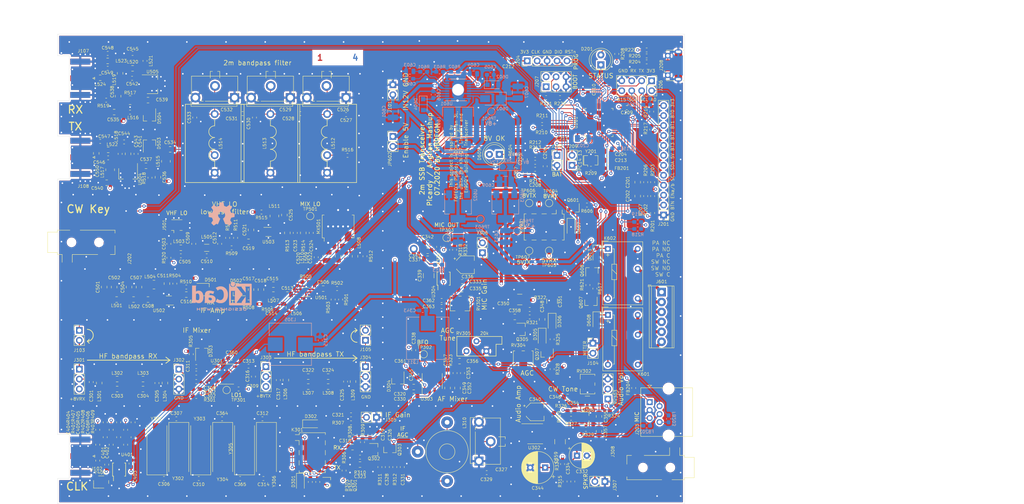
<source format=kicad_pcb>
(kicad_pcb (version 20171130) (host pcbnew 5.1.6)

  (general
    (thickness 1.6)
    (drawings 126)
    (tracks 2354)
    (zones 0)
    (modules 374)
    (nets 237)
  )

  (page A4)
  (title_block
    (title "Picardy Anglian Mashup")
    (date 2020-07-06)
    (company HB9EGM)
  )

  (layers
    (0 F.Cu signal)
    (1 In1.Cu signal)
    (2 In2.Cu signal)
    (31 B.Cu signal)
    (32 B.Adhes user hide)
    (33 F.Adhes user hide)
    (34 B.Paste user hide)
    (35 F.Paste user hide)
    (36 B.SilkS user)
    (37 F.SilkS user)
    (38 B.Mask user hide)
    (39 F.Mask user)
    (40 Dwgs.User user)
    (41 Cmts.User user hide)
    (42 Eco1.User user hide)
    (43 Eco2.User user hide)
    (44 Edge.Cuts user)
    (45 Margin user hide)
    (46 B.CrtYd user)
    (47 F.CrtYd user)
    (48 B.Fab user hide)
    (49 F.Fab user hide)
  )

  (setup
    (last_trace_width 0.2)
    (user_trace_width 0.2)
    (user_trace_width 0.3)
    (user_trace_width 0.8)
    (trace_clearance 0.2)
    (zone_clearance 0.4)
    (zone_45_only no)
    (trace_min 0.2)
    (via_size 0.8)
    (via_drill 0.4)
    (via_min_size 0.4)
    (via_min_drill 0.3)
    (user_via 0.8 0.4)
    (user_via 0.8 0.6)
    (uvia_size 0.3)
    (uvia_drill 0.1)
    (uvias_allowed no)
    (uvia_min_size 0.2)
    (uvia_min_drill 0.1)
    (edge_width 0.05)
    (segment_width 0.2)
    (pcb_text_width 0.3)
    (pcb_text_size 1.5 1.5)
    (mod_edge_width 0.1)
    (mod_text_size 0.8 0.8)
    (mod_text_width 0.1)
    (pad_size 1.524 1.524)
    (pad_drill 0.762)
    (pad_to_mask_clearance 0.051)
    (solder_mask_min_width 0.25)
    (aux_axis_origin 0 0)
    (visible_elements FFFFFF7F)
    (pcbplotparams
      (layerselection 0x011fc_ffffffff)
      (usegerberextensions false)
      (usegerberattributes false)
      (usegerberadvancedattributes false)
      (creategerberjobfile false)
      (excludeedgelayer true)
      (linewidth 0.100000)
      (plotframeref false)
      (viasonmask false)
      (mode 1)
      (useauxorigin false)
      (hpglpennumber 1)
      (hpglpenspeed 20)
      (hpglpendiameter 15.000000)
      (psnegative false)
      (psa4output false)
      (plotreference true)
      (plotvalue true)
      (plotinvisibletext false)
      (padsonsilk false)
      (subtractmaskfromsilk false)
      (outputformat 5)
      (mirror false)
      (drillshape 0)
      (scaleselection 1)
      (outputdirectory "out"))
  )

  (net 0 "")
  (net 1 /Control/ENC_B)
  (net 2 GND)
  (net 3 /Control/ENC_A)
  (net 4 +3V3)
  (net 5 "Net-(C205-Pad1)")
  (net 6 "Net-(C206-Pad1)")
  (net 7 "Net-(C207-Pad1)")
  (net 8 /Baseband/CW_TONE)
  (net 9 "Net-(C301-Pad2)")
  (net 10 "Net-(C302-Pad2)")
  (net 11 "Net-(C303-Pad2)")
  (net 12 "Net-(C304-Pad2)")
  (net 13 "Net-(C306-Pad2)")
  (net 14 "Net-(C307-Pad2)")
  (net 15 "Net-(C308-Pad2)")
  (net 16 "Net-(C308-Pad1)")
  (net 17 /Baseband/LO1)
  (net 18 "Net-(C309-Pad1)")
  (net 19 "Net-(C310-Pad2)")
  (net 20 "Net-(C311-Pad2)")
  (net 21 "Net-(C312-Pad2)")
  (net 22 "Net-(C313-Pad2)")
  (net 23 "Net-(C314-Pad2)")
  (net 24 +8V)
  (net 25 "Net-(C316-Pad2)")
  (net 26 "Net-(C316-Pad1)")
  (net 27 "Net-(C317-Pad2)")
  (net 28 "Net-(C318-Pad2)")
  (net 29 "Net-(C318-Pad1)")
  (net 30 "Net-(C320-Pad2)")
  (net 31 "Net-(C320-Pad1)")
  (net 32 "Net-(C321-Pad1)")
  (net 33 "Net-(C322-Pad2)")
  (net 34 "Net-(C323-Pad2)")
  (net 35 "Net-(C324-Pad2)")
  (net 36 "Net-(C327-Pad2)")
  (net 37 "Net-(C328-Pad2)")
  (net 38 "Net-(C330-Pad2)")
  (net 39 "Net-(C330-Pad1)")
  (net 40 +8VRX)
  (net 41 "Net-(C332-Pad1)")
  (net 42 "Net-(C333-Pad2)")
  (net 43 "Net-(C333-Pad1)")
  (net 44 "Net-(C334-Pad2)")
  (net 45 "Net-(C336-Pad1)")
  (net 46 "Net-(C337-Pad2)")
  (net 47 /Baseband/BFO)
  (net 48 "Net-(C338-Pad1)")
  (net 49 "Net-(C340-Pad2)")
  (net 50 "Net-(C340-Pad1)")
  (net 51 "Net-(C342-Pad2)")
  (net 52 "Net-(C344-Pad1)")
  (net 53 "Net-(C345-Pad2)")
  (net 54 "Net-(C346-Pad2)")
  (net 55 "Net-(C347-Pad2)")
  (net 56 "Net-(C347-Pad1)")
  (net 57 "Net-(C348-Pad2)")
  (net 58 "Net-(C348-Pad1)")
  (net 59 "Net-(C351-Pad1)")
  (net 60 "Net-(C352-Pad2)")
  (net 61 "Net-(C353-Pad1)")
  (net 62 "Net-(C354-Pad1)")
  (net 63 "Net-(C355-Pad2)")
  (net 64 "Net-(C355-Pad1)")
  (net 65 "Net-(C356-Pad2)")
  (net 66 "Net-(C358-Pad2)")
  (net 67 "Net-(C358-Pad1)")
  (net 68 "Net-(C401-Pad2)")
  (net 69 /Clock/REF_25MHz)
  (net 70 "Net-(C404-Pad2)")
  (net 71 "Net-(C404-Pad1)")
  (net 72 "Net-(C405-Pad2)")
  (net 73 "Net-(C405-Pad1)")
  (net 74 "Net-(C406-Pad2)")
  (net 75 "Net-(C406-Pad1)")
  (net 76 /HF_RX)
  (net 77 "Net-(C501-Pad1)")
  (net 78 /VHF_LO)
  (net 79 "Net-(C504-Pad1)")
  (net 80 "Net-(C505-Pad1)")
  (net 81 "Net-(C506-Pad2)")
  (net 82 "Net-(C506-Pad1)")
  (net 83 "Net-(C507-Pad1)")
  (net 84 "Net-(C508-Pad1)")
  (net 85 "Net-(C510-Pad1)")
  (net 86 "Net-(C511-Pad1)")
  (net 87 "Net-(C513-Pad2)")
  (net 88 "Net-(C513-Pad1)")
  (net 89 "Net-(C514-Pad1)")
  (net 90 "Net-(C516-Pad2)")
  (net 91 "Net-(C516-Pad1)")
  (net 92 "Net-(C517-Pad2)")
  (net 93 "Net-(C517-Pad1)")
  (net 94 "Net-(C519-Pad2)")
  (net 95 "Net-(C519-Pad1)")
  (net 96 "Net-(C520-Pad1)")
  (net 97 "Net-(C522-Pad2)")
  (net 98 "Net-(C522-Pad1)")
  (net 99 "Net-(C523-Pad2)")
  (net 100 "Net-(C523-Pad1)")
  (net 101 "Net-(C524-Pad2)")
  (net 102 "Net-(C524-Pad1)")
  (net 103 "Net-(C525-Pad1)")
  (net 104 "Net-(C526-Pad2)")
  (net 105 "Net-(C528-Pad2)")
  (net 106 "Net-(C531-Pad2)")
  (net 107 "Net-(C534-Pad2)")
  (net 108 "Net-(C534-Pad1)")
  (net 109 "Net-(C537-Pad2)")
  (net 110 "Net-(C537-Pad1)")
  (net 111 "Net-(C538-Pad2)")
  (net 112 "Net-(C539-Pad2)")
  (net 113 "Net-(C539-Pad1)")
  (net 114 "Net-(C541-Pad1)")
  (net 115 "Net-(C542-Pad2)")
  (net 116 "Net-(C542-Pad1)")
  (net 117 "Net-(C543-Pad1)")
  (net 118 "Net-(C545-Pad1)")
  (net 119 "Net-(C546-Pad1)")
  (net 120 "Net-(C548-Pad1)")
  (net 121 "Net-(C549-Pad2)")
  (net 122 "Net-(C549-Pad1)")
  (net 123 /VHF_TX)
  (net 124 +12V)
  (net 125 "Net-(C602-Pad1)")
  (net 126 "Net-(C603-Pad1)")
  (net 127 "Net-(C604-Pad1)")
  (net 128 "Net-(C605-Pad2)")
  (net 129 "Net-(C606-Pad2)")
  (net 130 "Net-(C606-Pad1)")
  (net 131 "Net-(C608-Pad1)")
  (net 132 "Net-(C609-Pad1)")
  (net 133 +5VA)
  (net 134 "Net-(D201-Pad2)")
  (net 135 /Control/RESETn)
  (net 136 "Net-(D301-Pad2)")
  (net 137 /Control/SEQ0n)
  (net 138 "Net-(D302-Pad1)")
  (net 139 "Net-(D603-Pad2)")
  (net 140 "Net-(D605-Pad1)")
  (net 141 /Control/SEQ2n)
  (net 142 /Baseband/METER)
  (net 143 /HF_TX)
  (net 144 /VHF_RX)
  (net 145 /Control/BTN0)
  (net 146 /Control/BTN1)
  (net 147 /Control/BTN2)
  (net 148 /Control/BTN3)
  (net 149 SDA)
  (net 150 SCL)
  (net 151 "Net-(J201-Pad4)")
  (net 152 "Net-(J201-Pad3)")
  (net 153 "Net-(J201-Pad2)")
  (net 154 /Control/MIC_SW2)
  (net 155 /Baseband/MIC)
  (net 156 /Control/MIC_SW1)
  (net 157 +8VTX)
  (net 158 "Net-(J601-Pad5)")
  (net 159 "Net-(J601-Pad4)")
  (net 160 "Net-(J601-Pad3)")
  (net 161 "Net-(J601-Pad2)")
  (net 162 "Net-(K301-Pad2)")
  (net 163 "Net-(K301-Pad4)")
  (net 164 "Net-(L512-Pad2)")
  (net 165 "Net-(L520-Pad2)")
  (net 166 "Net-(MX501-Pad3)")
  (net 167 "Net-(MX501-Pad6)")
  (net 168 "Net-(Q301-Pad1)")
  (net 169 "Net-(Q302-Pad3)")
  (net 170 "Net-(Q307-Pad2)")
  (net 171 "Net-(Q307-Pad1)")
  (net 172 "Net-(Q601-Pad1)")
  (net 173 "Net-(Q607-Pad1)")
  (net 174 /Control/ENC_BTN)
  (net 175 /Control/XTAL1)
  (net 176 /Control/XTAL2)
  (net 177 /Baseband/CW_KEYn)
  (net 178 "Net-(R319-Pad1)")
  (net 179 "Net-(R324-Pad1)")
  (net 180 /Baseband/MUTE_SPKR)
  (net 181 "Net-(R602-Pad1)")
  (net 182 "Net-(U401-Pad3)")
  (net 183 /IF_RX)
  (net 184 /IF_TX)
  (net 185 /Control/SEQ1n)
  (net 186 /AF_OUT)
  (net 187 "Net-(Q608-Pad1)")
  (net 188 "Net-(C362-Pad2)")
  (net 189 "Net-(C362-Pad1)")
  (net 190 "Net-(J601-Pad6)")
  (net 191 "Net-(J601-Pad1)")
  (net 192 /Baseband/MIC_SDn)
  (net 193 "Net-(R318-Pad2)")
  (net 194 "Net-(R332-Pad2)")
  (net 195 /Control/STATUSn)
  (net 196 /Control/PWM_CW)
  (net 197 "Net-(C359-Pad1)")
  (net 198 "Net-(C360-Pad1)")
  (net 199 "Net-(C361-Pad1)")
  (net 200 /Baseband/AGC)
  (net 201 "Net-(D607-Pad2)")
  (net 202 "Net-(D608-Pad2)")
  (net 203 "Net-(D613-Pad2)")
  (net 204 /Baseband/MIC_OUT)
  (net 205 "Net-(C204-Pad2)")
  (net 206 /Control/CW_RING)
  (net 207 /Control/CW_TIP)
  (net 208 /Control/SWDIO)
  (net 209 /Control/SWCLK)
  (net 210 "Net-(J205-Pad1)")
  (net 211 /Control/USART1_RX)
  (net 212 /Control/USART1_TX)
  (net 213 "Net-(J207-Pad4)")
  (net 214 "Net-(J207-Pad3)")
  (net 215 /Control/USB_DP)
  (net 216 /Control/USB_DM)
  (net 217 "Net-(R204-Pad2)")
  (net 218 "Net-(R205-Pad2)")
  (net 219 /Control/BOOT0)
  (net 220 /Control/BOOT1)
  (net 221 "Net-(C332-Pad2)")
  (net 222 "Net-(J307-Pad2)")
  (net 223 /Control/PB15)
  (net 224 /Control/I2C2_SDA)
  (net 225 /Control/I2C2_SCL)
  (net 226 /Control/PA0)
  (net 227 /Control/PC13)
  (net 228 /Control/PC14)
  (net 229 +5VTX)
  (net 230 +5VRX)
  (net 231 "Net-(C503-Pad1)")
  (net 232 "Net-(FB202-Pad1)")
  (net 233 "Net-(FB203-Pad1)")
  (net 234 "Net-(FB204-Pad1)")
  (net 235 "Net-(C364-Pad2)")
  (net 236 "Net-(C365-Pad2)")

  (net_class Default "This is the default net class."
    (clearance 0.2)
    (trace_width 0.2)
    (via_dia 0.8)
    (via_drill 0.4)
    (uvia_dia 0.3)
    (uvia_drill 0.1)
    (add_net +5VRX)
    (add_net +5VTX)
    (add_net /AF_OUT)
    (add_net /Baseband/AGC)
    (add_net /Baseband/BFO)
    (add_net /Baseband/CW_KEYn)
    (add_net /Baseband/CW_TONE)
    (add_net /Baseband/LO1)
    (add_net /Baseband/METER)
    (add_net /Baseband/MIC)
    (add_net /Baseband/MIC_OUT)
    (add_net /Baseband/MIC_SDn)
    (add_net /Baseband/MUTE_SPKR)
    (add_net /Clock/REF_25MHz)
    (add_net /Control/BOOT0)
    (add_net /Control/BOOT1)
    (add_net /Control/BTN0)
    (add_net /Control/BTN1)
    (add_net /Control/BTN2)
    (add_net /Control/BTN3)
    (add_net /Control/CW_RING)
    (add_net /Control/CW_TIP)
    (add_net /Control/ENC_A)
    (add_net /Control/ENC_B)
    (add_net /Control/ENC_BTN)
    (add_net /Control/I2C2_SCL)
    (add_net /Control/I2C2_SDA)
    (add_net /Control/MIC_SW1)
    (add_net /Control/MIC_SW2)
    (add_net /Control/PA0)
    (add_net /Control/PB15)
    (add_net /Control/PC13)
    (add_net /Control/PC14)
    (add_net /Control/PWM_CW)
    (add_net /Control/RESETn)
    (add_net /Control/SEQ0n)
    (add_net /Control/SEQ1n)
    (add_net /Control/SEQ2n)
    (add_net /Control/STATUSn)
    (add_net /Control/SWCLK)
    (add_net /Control/SWDIO)
    (add_net /Control/USART1_RX)
    (add_net /Control/USART1_TX)
    (add_net /Control/USB_DM)
    (add_net /Control/USB_DP)
    (add_net /Control/XTAL1)
    (add_net /Control/XTAL2)
    (add_net /HF_RX)
    (add_net /HF_TX)
    (add_net /IF_RX)
    (add_net /IF_TX)
    (add_net /VHF_LO)
    (add_net /VHF_RX)
    (add_net /VHF_TX)
    (add_net "Net-(C204-Pad2)")
    (add_net "Net-(C205-Pad1)")
    (add_net "Net-(C206-Pad1)")
    (add_net "Net-(C207-Pad1)")
    (add_net "Net-(C301-Pad2)")
    (add_net "Net-(C302-Pad2)")
    (add_net "Net-(C303-Pad2)")
    (add_net "Net-(C304-Pad2)")
    (add_net "Net-(C306-Pad2)")
    (add_net "Net-(C307-Pad2)")
    (add_net "Net-(C308-Pad1)")
    (add_net "Net-(C308-Pad2)")
    (add_net "Net-(C309-Pad1)")
    (add_net "Net-(C310-Pad2)")
    (add_net "Net-(C311-Pad2)")
    (add_net "Net-(C312-Pad2)")
    (add_net "Net-(C313-Pad2)")
    (add_net "Net-(C314-Pad2)")
    (add_net "Net-(C316-Pad1)")
    (add_net "Net-(C316-Pad2)")
    (add_net "Net-(C317-Pad2)")
    (add_net "Net-(C318-Pad1)")
    (add_net "Net-(C318-Pad2)")
    (add_net "Net-(C320-Pad1)")
    (add_net "Net-(C320-Pad2)")
    (add_net "Net-(C321-Pad1)")
    (add_net "Net-(C322-Pad2)")
    (add_net "Net-(C323-Pad2)")
    (add_net "Net-(C324-Pad2)")
    (add_net "Net-(C327-Pad2)")
    (add_net "Net-(C328-Pad2)")
    (add_net "Net-(C330-Pad1)")
    (add_net "Net-(C330-Pad2)")
    (add_net "Net-(C332-Pad1)")
    (add_net "Net-(C332-Pad2)")
    (add_net "Net-(C333-Pad1)")
    (add_net "Net-(C333-Pad2)")
    (add_net "Net-(C334-Pad2)")
    (add_net "Net-(C336-Pad1)")
    (add_net "Net-(C337-Pad2)")
    (add_net "Net-(C338-Pad1)")
    (add_net "Net-(C340-Pad1)")
    (add_net "Net-(C340-Pad2)")
    (add_net "Net-(C342-Pad2)")
    (add_net "Net-(C344-Pad1)")
    (add_net "Net-(C345-Pad2)")
    (add_net "Net-(C346-Pad2)")
    (add_net "Net-(C347-Pad1)")
    (add_net "Net-(C347-Pad2)")
    (add_net "Net-(C348-Pad1)")
    (add_net "Net-(C348-Pad2)")
    (add_net "Net-(C351-Pad1)")
    (add_net "Net-(C352-Pad2)")
    (add_net "Net-(C353-Pad1)")
    (add_net "Net-(C354-Pad1)")
    (add_net "Net-(C355-Pad1)")
    (add_net "Net-(C355-Pad2)")
    (add_net "Net-(C356-Pad2)")
    (add_net "Net-(C358-Pad1)")
    (add_net "Net-(C358-Pad2)")
    (add_net "Net-(C359-Pad1)")
    (add_net "Net-(C360-Pad1)")
    (add_net "Net-(C361-Pad1)")
    (add_net "Net-(C362-Pad1)")
    (add_net "Net-(C362-Pad2)")
    (add_net "Net-(C364-Pad2)")
    (add_net "Net-(C365-Pad2)")
    (add_net "Net-(C401-Pad2)")
    (add_net "Net-(C404-Pad1)")
    (add_net "Net-(C404-Pad2)")
    (add_net "Net-(C405-Pad1)")
    (add_net "Net-(C405-Pad2)")
    (add_net "Net-(C406-Pad1)")
    (add_net "Net-(C406-Pad2)")
    (add_net "Net-(C501-Pad1)")
    (add_net "Net-(C503-Pad1)")
    (add_net "Net-(C504-Pad1)")
    (add_net "Net-(C505-Pad1)")
    (add_net "Net-(C506-Pad1)")
    (add_net "Net-(C506-Pad2)")
    (add_net "Net-(C507-Pad1)")
    (add_net "Net-(C508-Pad1)")
    (add_net "Net-(C510-Pad1)")
    (add_net "Net-(C511-Pad1)")
    (add_net "Net-(C513-Pad1)")
    (add_net "Net-(C513-Pad2)")
    (add_net "Net-(C514-Pad1)")
    (add_net "Net-(C516-Pad1)")
    (add_net "Net-(C516-Pad2)")
    (add_net "Net-(C517-Pad1)")
    (add_net "Net-(C517-Pad2)")
    (add_net "Net-(C519-Pad1)")
    (add_net "Net-(C519-Pad2)")
    (add_net "Net-(C520-Pad1)")
    (add_net "Net-(C522-Pad1)")
    (add_net "Net-(C522-Pad2)")
    (add_net "Net-(C523-Pad1)")
    (add_net "Net-(C523-Pad2)")
    (add_net "Net-(C524-Pad1)")
    (add_net "Net-(C524-Pad2)")
    (add_net "Net-(C525-Pad1)")
    (add_net "Net-(C526-Pad2)")
    (add_net "Net-(C528-Pad2)")
    (add_net "Net-(C531-Pad2)")
    (add_net "Net-(C534-Pad1)")
    (add_net "Net-(C534-Pad2)")
    (add_net "Net-(C537-Pad1)")
    (add_net "Net-(C537-Pad2)")
    (add_net "Net-(C538-Pad2)")
    (add_net "Net-(C539-Pad1)")
    (add_net "Net-(C539-Pad2)")
    (add_net "Net-(C541-Pad1)")
    (add_net "Net-(C542-Pad1)")
    (add_net "Net-(C542-Pad2)")
    (add_net "Net-(C543-Pad1)")
    (add_net "Net-(C545-Pad1)")
    (add_net "Net-(C546-Pad1)")
    (add_net "Net-(C548-Pad1)")
    (add_net "Net-(C549-Pad1)")
    (add_net "Net-(C549-Pad2)")
    (add_net "Net-(C602-Pad1)")
    (add_net "Net-(C603-Pad1)")
    (add_net "Net-(C604-Pad1)")
    (add_net "Net-(C605-Pad2)")
    (add_net "Net-(C606-Pad1)")
    (add_net "Net-(C606-Pad2)")
    (add_net "Net-(C608-Pad1)")
    (add_net "Net-(C609-Pad1)")
    (add_net "Net-(D201-Pad2)")
    (add_net "Net-(D301-Pad2)")
    (add_net "Net-(D302-Pad1)")
    (add_net "Net-(D603-Pad2)")
    (add_net "Net-(D605-Pad1)")
    (add_net "Net-(D607-Pad2)")
    (add_net "Net-(D608-Pad2)")
    (add_net "Net-(D613-Pad2)")
    (add_net "Net-(FB202-Pad1)")
    (add_net "Net-(FB203-Pad1)")
    (add_net "Net-(FB204-Pad1)")
    (add_net "Net-(J201-Pad2)")
    (add_net "Net-(J201-Pad3)")
    (add_net "Net-(J201-Pad4)")
    (add_net "Net-(J205-Pad1)")
    (add_net "Net-(J207-Pad3)")
    (add_net "Net-(J207-Pad4)")
    (add_net "Net-(J307-Pad2)")
    (add_net "Net-(J601-Pad1)")
    (add_net "Net-(J601-Pad2)")
    (add_net "Net-(J601-Pad3)")
    (add_net "Net-(J601-Pad4)")
    (add_net "Net-(J601-Pad5)")
    (add_net "Net-(J601-Pad6)")
    (add_net "Net-(K301-Pad2)")
    (add_net "Net-(K301-Pad4)")
    (add_net "Net-(L512-Pad2)")
    (add_net "Net-(L520-Pad2)")
    (add_net "Net-(MX501-Pad3)")
    (add_net "Net-(MX501-Pad6)")
    (add_net "Net-(Q301-Pad1)")
    (add_net "Net-(Q302-Pad3)")
    (add_net "Net-(Q307-Pad1)")
    (add_net "Net-(Q307-Pad2)")
    (add_net "Net-(Q601-Pad1)")
    (add_net "Net-(Q607-Pad1)")
    (add_net "Net-(Q608-Pad1)")
    (add_net "Net-(R204-Pad2)")
    (add_net "Net-(R205-Pad2)")
    (add_net "Net-(R318-Pad2)")
    (add_net "Net-(R319-Pad1)")
    (add_net "Net-(R324-Pad1)")
    (add_net "Net-(R332-Pad2)")
    (add_net "Net-(R602-Pad1)")
    (add_net "Net-(U401-Pad3)")
    (add_net SCL)
    (add_net SDA)
  )

  (net_class Power ""
    (clearance 0.2)
    (trace_width 0.8)
    (via_dia 0.8)
    (via_drill 0.6)
    (uvia_dia 0.3)
    (uvia_drill 0.1)
    (add_net +12V)
    (add_net +3V3)
    (add_net +5VA)
    (add_net +8V)
    (add_net +8VRX)
    (add_net +8VTX)
    (add_net GND)
  )

  (module Symbol:OSHW-Symbol_6.7x6mm_SilkScreen locked (layer B.Cu) (tedit 0) (tstamp 5F040998)
    (at 71.882 75.946 180)
    (descr "Open Source Hardware Symbol")
    (tags "Logo Symbol OSHW")
    (attr virtual)
    (fp_text reference REF** (at 0 0) (layer B.SilkS) hide
      (effects (font (size 1 1) (thickness 0.15)) (justify mirror))
    )
    (fp_text value OSHW-Symbol_6.7x6mm_SilkScreen (at 0.75 0) (layer B.Fab) hide
      (effects (font (size 1 1) (thickness 0.15)) (justify mirror))
    )
    (fp_poly (pts (xy 0.555814 2.531069) (xy 0.639635 2.086445) (xy 0.94892 1.958947) (xy 1.258206 1.831449)
      (xy 1.629246 2.083754) (xy 1.733157 2.154004) (xy 1.827087 2.216728) (xy 1.906652 2.269062)
      (xy 1.96747 2.308143) (xy 2.005157 2.331107) (xy 2.015421 2.336058) (xy 2.03391 2.323324)
      (xy 2.07342 2.288118) (xy 2.129522 2.234938) (xy 2.197787 2.168282) (xy 2.273786 2.092646)
      (xy 2.353092 2.012528) (xy 2.431275 1.932426) (xy 2.503907 1.856836) (xy 2.566559 1.790255)
      (xy 2.614803 1.737182) (xy 2.64421 1.702113) (xy 2.651241 1.690377) (xy 2.641123 1.66874)
      (xy 2.612759 1.621338) (xy 2.569129 1.552807) (xy 2.513218 1.467785) (xy 2.448006 1.370907)
      (xy 2.410219 1.31565) (xy 2.341343 1.214752) (xy 2.28014 1.123701) (xy 2.229578 1.04703)
      (xy 2.192628 0.989272) (xy 2.172258 0.954957) (xy 2.169197 0.947746) (xy 2.176136 0.927252)
      (xy 2.195051 0.879487) (xy 2.223087 0.811168) (xy 2.257391 0.729011) (xy 2.295109 0.63973)
      (xy 2.333387 0.550042) (xy 2.36937 0.466662) (xy 2.400206 0.396306) (xy 2.423039 0.34569)
      (xy 2.435017 0.321529) (xy 2.435724 0.320578) (xy 2.454531 0.315964) (xy 2.504618 0.305672)
      (xy 2.580793 0.290713) (xy 2.677865 0.272099) (xy 2.790643 0.250841) (xy 2.856442 0.238582)
      (xy 2.97695 0.215638) (xy 3.085797 0.193805) (xy 3.177476 0.174278) (xy 3.246481 0.158252)
      (xy 3.287304 0.146921) (xy 3.295511 0.143326) (xy 3.303548 0.118994) (xy 3.310033 0.064041)
      (xy 3.31497 -0.015108) (xy 3.318364 -0.112026) (xy 3.320218 -0.220287) (xy 3.320538 -0.333465)
      (xy 3.319327 -0.445135) (xy 3.31659 -0.548868) (xy 3.312331 -0.638241) (xy 3.306555 -0.706826)
      (xy 3.299267 -0.748197) (xy 3.294895 -0.75681) (xy 3.268764 -0.767133) (xy 3.213393 -0.781892)
      (xy 3.136107 -0.799352) (xy 3.04423 -0.81778) (xy 3.012158 -0.823741) (xy 2.857524 -0.852066)
      (xy 2.735375 -0.874876) (xy 2.641673 -0.89308) (xy 2.572384 -0.907583) (xy 2.523471 -0.919292)
      (xy 2.490897 -0.929115) (xy 2.470628 -0.937956) (xy 2.458626 -0.946724) (xy 2.456947 -0.948457)
      (xy 2.440184 -0.976371) (xy 2.414614 -1.030695) (xy 2.382788 -1.104777) (xy 2.34726 -1.191965)
      (xy 2.310583 -1.285608) (xy 2.275311 -1.379052) (xy 2.243996 -1.465647) (xy 2.219193 -1.53874)
      (xy 2.203454 -1.591678) (xy 2.199332 -1.617811) (xy 2.199676 -1.618726) (xy 2.213641 -1.640086)
      (xy 2.245322 -1.687084) (xy 2.291391 -1.754827) (xy 2.348518 -1.838423) (xy 2.413373 -1.932982)
      (xy 2.431843 -1.959854) (xy 2.497699 -2.057275) (xy 2.55565 -2.146163) (xy 2.602538 -2.221412)
      (xy 2.635207 -2.27792) (xy 2.6505 -2.310581) (xy 2.651241 -2.314593) (xy 2.638392 -2.335684)
      (xy 2.602888 -2.377464) (xy 2.549293 -2.435445) (xy 2.482171 -2.505135) (xy 2.406087 -2.582045)
      (xy 2.325604 -2.661683) (xy 2.245287 -2.739561) (xy 2.169699 -2.811186) (xy 2.103405 -2.87207)
      (xy 2.050969 -2.917721) (xy 2.016955 -2.94365) (xy 2.007545 -2.947883) (xy 1.985643 -2.937912)
      (xy 1.9408 -2.91102) (xy 1.880321 -2.871736) (xy 1.833789 -2.840117) (xy 1.749475 -2.782098)
      (xy 1.649626 -2.713784) (xy 1.549473 -2.645579) (xy 1.495627 -2.609075) (xy 1.313371 -2.4858)
      (xy 1.160381 -2.56852) (xy 1.090682 -2.604759) (xy 1.031414 -2.632926) (xy 0.991311 -2.648991)
      (xy 0.981103 -2.651226) (xy 0.968829 -2.634722) (xy 0.944613 -2.588082) (xy 0.910263 -2.515609)
      (xy 0.867588 -2.421606) (xy 0.818394 -2.310374) (xy 0.76449 -2.186215) (xy 0.707684 -2.053432)
      (xy 0.649782 -1.916327) (xy 0.592593 -1.779202) (xy 0.537924 -1.646358) (xy 0.487584 -1.522098)
      (xy 0.44338 -1.410725) (xy 0.407119 -1.316539) (xy 0.380609 -1.243844) (xy 0.365658 -1.196941)
      (xy 0.363254 -1.180833) (xy 0.382311 -1.160286) (xy 0.424036 -1.126933) (xy 0.479706 -1.087702)
      (xy 0.484378 -1.084599) (xy 0.628264 -0.969423) (xy 0.744283 -0.835053) (xy 0.83143 -0.685784)
      (xy 0.888699 -0.525913) (xy 0.915086 -0.359737) (xy 0.909585 -0.191552) (xy 0.87119 -0.025655)
      (xy 0.798895 0.133658) (xy 0.777626 0.168513) (xy 0.666996 0.309263) (xy 0.536302 0.422286)
      (xy 0.390064 0.506997) (xy 0.232808 0.562806) (xy 0.069057 0.589126) (xy -0.096667 0.58537)
      (xy -0.259838 0.55095) (xy -0.415935 0.485277) (xy -0.560433 0.387765) (xy -0.605131 0.348187)
      (xy -0.718888 0.224297) (xy -0.801782 0.093876) (xy -0.858644 -0.052315) (xy -0.890313 -0.197088)
      (xy -0.898131 -0.35986) (xy -0.872062 -0.52344) (xy -0.814755 -0.682298) (xy -0.728856 -0.830906)
      (xy -0.617014 -0.963735) (xy -0.481877 -1.075256) (xy -0.464117 -1.087011) (xy -0.40785 -1.125508)
      (xy -0.365077 -1.158863) (xy -0.344628 -1.18016) (xy -0.344331 -1.180833) (xy -0.348721 -1.203871)
      (xy -0.366124 -1.256157) (xy -0.394732 -1.33339) (xy -0.432735 -1.431268) (xy -0.478326 -1.545491)
      (xy -0.529697 -1.671758) (xy -0.585038 -1.805767) (xy -0.642542 -1.943218) (xy -0.700399 -2.079808)
      (xy -0.756802 -2.211237) (xy -0.809942 -2.333205) (xy -0.85801 -2.441409) (xy -0.899199 -2.531549)
      (xy -0.931699 -2.599323) (xy -0.953703 -2.64043) (xy -0.962564 -2.651226) (xy -0.98964 -2.642819)
      (xy -1.040303 -2.620272) (xy -1.105817 -2.587613) (xy -1.141841 -2.56852) (xy -1.294832 -2.4858)
      (xy -1.477088 -2.609075) (xy -1.570125 -2.672228) (xy -1.671985 -2.741727) (xy -1.767438 -2.807165)
      (xy -1.81525 -2.840117) (xy -1.882495 -2.885273) (xy -1.939436 -2.921057) (xy -1.978646 -2.942938)
      (xy -1.991381 -2.947563) (xy -2.009917 -2.935085) (xy -2.050941 -2.900252) (xy -2.110475 -2.846678)
      (xy -2.184542 -2.777983) (xy -2.269165 -2.697781) (xy -2.322685 -2.646286) (xy -2.416319 -2.554286)
      (xy -2.497241 -2.471999) (xy -2.562177 -2.402945) (xy -2.607858 -2.350644) (xy -2.631011 -2.318616)
      (xy -2.633232 -2.312116) (xy -2.622924 -2.287394) (xy -2.594439 -2.237405) (xy -2.550937 -2.167212)
      (xy -2.495577 -2.081875) (xy -2.43152 -1.986456) (xy -2.413303 -1.959854) (xy -2.346927 -1.863167)
      (xy -2.287378 -1.776117) (xy -2.237984 -1.703595) (xy -2.202075 -1.650493) (xy -2.182981 -1.621703)
      (xy -2.181136 -1.618726) (xy -2.183895 -1.595782) (xy -2.198538 -1.545336) (xy -2.222513 -1.474041)
      (xy -2.253266 -1.388547) (xy -2.288244 -1.295507) (xy -2.324893 -1.201574) (xy -2.360661 -1.113399)
      (xy -2.392994 -1.037634) (xy -2.419338 -0.980931) (xy -2.437142 -0.949943) (xy -2.438407 -0.948457)
      (xy -2.449294 -0.939601) (xy -2.467682 -0.930843) (xy -2.497606 -0.921277) (xy -2.543103 -0.909996)
      (xy -2.608209 -0.896093) (xy -2.696961 -0.878663) (xy -2.813393 -0.856798) (xy -2.961542 -0.829591)
      (xy -2.993618 -0.823741) (xy -3.088686 -0.805374) (xy -3.171565 -0.787405) (xy -3.23493 -0.771569)
      (xy -3.271458 -0.7596) (xy -3.276356 -0.75681) (xy -3.284427 -0.732072) (xy -3.290987 -0.67679)
      (xy -3.296033 -0.597389) (xy -3.299559 -0.500296) (xy -3.301561 -0.391938) (xy -3.302036 -0.27874)
      (xy -3.300977 -0.167128) (xy -3.298382 -0.063529) (xy -3.294246 0.025632) (xy -3.288563 0.093928)
      (xy -3.281331 0.134934) (xy -3.276971 0.143326) (xy -3.252698 0.151792) (xy -3.197426 0.165565)
      (xy -3.116662 0.18345) (xy -3.015912 0.204252) (xy -2.900683 0.226777) (xy -2.837902 0.238582)
      (xy -2.718787 0.260849) (xy -2.612565 0.281021) (xy -2.524427 0.298085) (xy -2.459566 0.311031)
      (xy -2.423174 0.318845) (xy -2.417184 0.320578) (xy -2.407061 0.34011) (xy -2.385662 0.387157)
      (xy -2.355839 0.454997) (xy -2.320445 0.536909) (xy -2.282332 0.626172) (xy -2.244353 0.716065)
      (xy -2.20936 0.799865) (xy -2.180206 0.870853) (xy -2.159743 0.922306) (xy -2.150823 0.947503)
      (xy -2.150657 0.948604) (xy -2.160769 0.968481) (xy -2.189117 1.014223) (xy -2.232723 1.081283)
      (xy -2.288606 1.165116) (xy -2.353787 1.261174) (xy -2.391679 1.31635) (xy -2.460725 1.417519)
      (xy -2.52205 1.50937) (xy -2.572663 1.587256) (xy -2.609571 1.646531) (xy -2.629782 1.682549)
      (xy -2.632701 1.690623) (xy -2.620153 1.709416) (xy -2.585463 1.749543) (xy -2.533063 1.806507)
      (xy -2.467384 1.875815) (xy -2.392856 1.952969) (xy -2.313913 2.033475) (xy -2.234983 2.112837)
      (xy -2.1605 2.18656) (xy -2.094894 2.250148) (xy -2.042596 2.299106) (xy -2.008039 2.328939)
      (xy -1.996478 2.336058) (xy -1.977654 2.326047) (xy -1.932631 2.297922) (xy -1.865787 2.254546)
      (xy -1.781499 2.198782) (xy -1.684144 2.133494) (xy -1.610707 2.083754) (xy -1.239667 1.831449)
      (xy -0.621095 2.086445) (xy -0.537275 2.531069) (xy -0.453454 2.975693) (xy 0.471994 2.975693)
      (xy 0.555814 2.531069)) (layer B.SilkS) (width 0.01))
  )

  (module Symbol:KiCad-Logo2_6mm_SilkScreen locked (layer B.Cu) (tedit 0) (tstamp 5F03D581)
    (at 71.882 96.266 180)
    (descr "KiCad Logo")
    (tags "Logo KiCad")
    (attr virtual)
    (fp_text reference REF** (at 0 5.08) (layer B.SilkS) hide
      (effects (font (size 1 1) (thickness 0.15)) (justify mirror))
    )
    (fp_text value KiCad-Logo2_6mm_SilkScreen (at 0 -6.35) (layer B.Fab) hide
      (effects (font (size 1 1) (thickness 0.15)) (justify mirror))
    )
    (fp_poly (pts (xy -5.955743 2.526311) (xy -5.69122 2.526275) (xy -5.568088 2.52627) (xy -3.597189 2.52627)
      (xy -3.597189 2.41009) (xy -3.584789 2.268709) (xy -3.547364 2.138316) (xy -3.484577 2.018138)
      (xy -3.396094 1.907398) (xy -3.366157 1.877489) (xy -3.258466 1.792652) (xy -3.139725 1.730779)
      (xy -3.01346 1.691841) (xy -2.883197 1.67581) (xy -2.752465 1.682658) (xy -2.624788 1.712357)
      (xy -2.503695 1.76488) (xy -2.392712 1.840197) (xy -2.342868 1.885637) (xy -2.249983 1.997048)
      (xy -2.181873 2.119565) (xy -2.139129 2.251785) (xy -2.122347 2.392308) (xy -2.122124 2.406133)
      (xy -2.121244 2.526266) (xy -2.068443 2.526268) (xy -2.021604 2.519911) (xy -1.978817 2.504444)
      (xy -1.975989 2.502846) (xy -1.966325 2.497832) (xy -1.957451 2.493927) (xy -1.949335 2.489993)
      (xy -1.941943 2.484894) (xy -1.935245 2.477492) (xy -1.929208 2.466649) (xy -1.923801 2.451228)
      (xy -1.91899 2.430091) (xy -1.914745 2.402101) (xy -1.911032 2.366121) (xy -1.907821 2.321013)
      (xy -1.905078 2.26564) (xy -1.902772 2.198863) (xy -1.900871 2.119547) (xy -1.899342 2.026553)
      (xy -1.898154 1.918743) (xy -1.897274 1.794981) (xy -1.89667 1.654129) (xy -1.896311 1.49505)
      (xy -1.896165 1.316605) (xy -1.896198 1.117658) (xy -1.89638 0.897071) (xy -1.896677 0.653707)
      (xy -1.897059 0.386428) (xy -1.897492 0.094097) (xy -1.897945 -0.224424) (xy -1.897998 -0.26323)
      (xy -1.898404 -0.583782) (xy -1.898749 -0.878012) (xy -1.899069 -1.147056) (xy -1.8994 -1.392052)
      (xy -1.899779 -1.614137) (xy -1.900243 -1.814447) (xy -1.900828 -1.994119) (xy -1.90157 -2.15429)
      (xy -1.902506 -2.296098) (xy -1.903673 -2.420679) (xy -1.905107 -2.52917) (xy -1.906844 -2.622707)
      (xy -1.908922 -2.702429) (xy -1.911376 -2.769472) (xy -1.914244 -2.824973) (xy -1.917561 -2.870068)
      (xy -1.921364 -2.905895) (xy -1.92569 -2.933591) (xy -1.930575 -2.954293) (xy -1.936055 -2.969137)
      (xy -1.942168 -2.97926) (xy -1.94895 -2.9858) (xy -1.956437 -2.989893) (xy -1.964666 -2.992676)
      (xy -1.973673 -2.995287) (xy -1.983495 -2.998862) (xy -1.985894 -2.99995) (xy -1.993435 -3.002396)
      (xy -2.006056 -3.004642) (xy -2.024859 -3.006698) (xy -2.050947 -3.008572) (xy -2.085422 -3.010271)
      (xy -2.129385 -3.011803) (xy -2.183939 -3.013177) (xy -2.250185 -3.0144) (xy -2.329226 -3.015481)
      (xy -2.422163 -3.016427) (xy -2.530099 -3.017247) (xy -2.654136 -3.017947) (xy -2.795376 -3.018538)
      (xy -2.954921 -3.019025) (xy -3.133872 -3.019419) (xy -3.333332 -3.019725) (xy -3.554404 -3.019953)
      (xy -3.798188 -3.02011) (xy -4.065787 -3.020205) (xy -4.358303 -3.020245) (xy -4.676839 -3.020238)
      (xy -4.780021 -3.020228) (xy -5.105623 -3.020176) (xy -5.404881 -3.020091) (xy -5.678909 -3.019963)
      (xy -5.928824 -3.019785) (xy -6.15574 -3.019548) (xy -6.360773 -3.019242) (xy -6.545038 -3.01886)
      (xy -6.70965 -3.018392) (xy -6.855725 -3.01783) (xy -6.984376 -3.017165) (xy -7.096721 -3.016388)
      (xy -7.193874 -3.015491) (xy -7.27695 -3.014465) (xy -7.347064 -3.013301) (xy -7.405332 -3.011991)
      (xy -7.452869 -3.010525) (xy -7.49079 -3.008896) (xy -7.52021 -3.007093) (xy -7.542245 -3.00511)
      (xy -7.55801 -3.002936) (xy -7.56862 -3.000563) (xy -7.574404 -2.998391) (xy -7.584684 -2.994056)
      (xy -7.594122 -2.990859) (xy -7.602755 -2.987665) (xy -7.610619 -2.983338) (xy -7.617748 -2.976744)
      (xy -7.624179 -2.966747) (xy -7.629947 -2.952212) (xy -7.635089 -2.932003) (xy -7.63964 -2.904985)
      (xy -7.643635 -2.870023) (xy -7.647111 -2.825981) (xy -7.650102 -2.771724) (xy -7.652646 -2.706117)
      (xy -7.654777 -2.628024) (xy -7.656532 -2.53631) (xy -7.657945 -2.42984) (xy -7.658315 -2.388973)
      (xy -7.291884 -2.388973) (xy -5.996734 -2.388973) (xy -6.021655 -2.351217) (xy -6.046447 -2.312417)
      (xy -6.06744 -2.275469) (xy -6.084935 -2.237788) (xy -6.09923 -2.196788) (xy -6.110623 -2.149883)
      (xy -6.119413 -2.094487) (xy -6.125898 -2.028016) (xy -6.130377 -1.947883) (xy -6.13315 -1.851502)
      (xy -6.134513 -1.736289) (xy -6.134767 -1.599657) (xy -6.134209 -1.43902) (xy -6.133893 -1.379382)
      (xy -6.130325 -0.740041) (xy -5.725298 -1.291449) (xy -5.610554 -1.447876) (xy -5.511143 -1.584088)
      (xy -5.42599 -1.70189) (xy -5.354022 -1.803084) (xy -5.294166 -1.889477) (xy -5.245348 -1.962874)
      (xy -5.206495 -2.025077) (xy -5.176534 -2.077893) (xy -5.154391 -2.123125) (xy -5.138993 -2.162578)
      (xy -5.129266 -2.198058) (xy -5.124137 -2.231368) (xy -5.122532 -2.264313) (xy -5.123379 -2.298697)
      (xy -5.123595 -2.303019) (xy -5.128054 -2.389031) (xy -3.708692 -2.388973) (xy -3.814265 -2.282522)
      (xy -3.842913 -2.253406) (xy -3.87009 -2.225076) (xy -3.896989 -2.195968) (xy -3.924803 -2.16452)
      (xy -3.954725 -2.129169) (xy -3.987946 -2.088354) (xy -4.025661 -2.040511) (xy -4.06906 -1.984079)
      (xy -4.119338 -1.917494) (xy -4.177688 -1.839195) (xy -4.2453 -1.747619) (xy -4.323369 -1.641204)
      (xy -4.413088 -1.518387) (xy -4.515648 -1.377605) (xy -4.632242 -1.217297) (xy -4.727809 -1.085798)
      (xy -4.847749 -0.920596) (xy -4.95238 -0.776152) (xy -5.042648 -0.651094) (xy -5.119503 -0.544052)
      (xy -5.183891 -0.453654) (xy -5.236761 -0.378529) (xy -5.27906 -0.317304) (xy -5.311736 -0.26861)
      (xy -5.335738 -0.231074) (xy -5.352013 -0.203325) (xy -5.361508 -0.183992) (xy -5.365173 -0.171703)
      (xy -5.364071 -0.165242) (xy -5.350724 -0.148048) (xy -5.321866 -0.111655) (xy -5.27924 -0.058224)
      (xy -5.224585 0.010081) (xy -5.159644 0.091097) (xy -5.086158 0.18266) (xy -5.005868 0.282608)
      (xy -4.920515 0.388776) (xy -4.83184 0.499003) (xy -4.741586 0.611124) (xy -4.691944 0.672756)
      (xy -3.459373 0.672756) (xy -3.408146 0.580081) (xy -3.356919 0.487405) (xy -3.356919 -2.203622)
      (xy -3.408146 -2.296298) (xy -3.459373 -2.388973) (xy -2.853396 -2.388973) (xy -2.708734 -2.388931)
      (xy -2.589244 -2.388741) (xy -2.492642 -2.388308) (xy -2.416642 -2.387536) (xy -2.358957 -2.38633)
      (xy -2.317301 -2.384594) (xy -2.289389 -2.382232) (xy -2.272935 -2.37915) (xy -2.265652 -2.375251)
      (xy -2.265255 -2.37044) (xy -2.269458 -2.364622) (xy -2.269501 -2.364574) (xy -2.286813 -2.339532)
      (xy -2.309736 -2.298815) (xy -2.329981 -2.258168) (xy -2.368379 -2.176162) (xy -2.376211 0.672756)
      (xy -3.459373 0.672756) (xy -4.691944 0.672756) (xy -4.651493 0.722976) (xy -4.563302 0.832396)
      (xy -4.478754 0.937222) (xy -4.399592 1.035289) (xy -4.327556 1.124434) (xy -4.264387 1.202495)
      (xy -4.211827 1.267308) (xy -4.171617 1.31671) (xy -4.148 1.345513) (xy -4.05629 1.453222)
      (xy -3.96806 1.55042) (xy -3.886403 1.633924) (xy -3.81441 1.700552) (xy -3.763319 1.741401)
      (xy -3.702907 1.784865) (xy -5.092298 1.784865) (xy -5.091908 1.703334) (xy -5.095791 1.643394)
      (xy -5.11039 1.587823) (xy -5.132988 1.535145) (xy -5.147678 1.505385) (xy -5.163472 1.475897)
      (xy -5.181814 1.444724) (xy -5.204145 1.409907) (xy -5.231909 1.36949) (xy -5.266549 1.321514)
      (xy -5.309507 1.264022) (xy -5.362227 1.195057) (xy -5.426151 1.112661) (xy -5.502721 1.014876)
      (xy -5.593381 0.899745) (xy -5.699574 0.76531) (xy -5.711568 0.750141) (xy -6.130325 0.220588)
      (xy -6.134378 0.807078) (xy -6.135195 0.982749) (xy -6.135021 1.131468) (xy -6.133849 1.253725)
      (xy -6.131669 1.350011) (xy -6.128474 1.420817) (xy -6.124256 1.466631) (xy -6.122838 1.475321)
      (xy -6.100591 1.566865) (xy -6.071443 1.649392) (xy -6.038182 1.715747) (xy -6.0182 1.74389)
      (xy -5.983722 1.784865) (xy -6.637914 1.784865) (xy -6.793969 1.784731) (xy -6.924467 1.784297)
      (xy -7.03131 1.783511) (xy -7.116398 1.782324) (xy -7.181635 1.780683) (xy -7.228921 1.778539)
      (xy -7.260157 1.775841) (xy -7.277246 1.772538) (xy -7.282088 1.768579) (xy -7.281753 1.767702)
      (xy -7.267885 1.746769) (xy -7.244732 1.713588) (xy -7.232754 1.696807) (xy -7.220369 1.68006)
      (xy -7.209237 1.665085) (xy -7.199288 1.650406) (xy -7.190451 1.634551) (xy -7.182657 1.616045)
      (xy -7.175835 1.593415) (xy -7.169916 1.565187) (xy -7.164829 1.529887) (xy -7.160504 1.486042)
      (xy -7.156871 1.432178) (xy -7.15386 1.36682) (xy -7.151401 1.288496) (xy -7.149423 1.195732)
      (xy -7.147858 1.087053) (xy -7.146634 0.960987) (xy -7.145681 0.816058) (xy -7.14493 0.650794)
      (xy -7.144311 0.463721) (xy -7.143752 0.253365) (xy -7.143185 0.018252) (xy -7.142655 -0.197741)
      (xy -7.142155 -0.438535) (xy -7.141895 -0.668274) (xy -7.141868 -0.885493) (xy -7.142067 -1.088722)
      (xy -7.142486 -1.276496) (xy -7.143118 -1.447345) (xy -7.143956 -1.599803) (xy -7.144992 -1.732403)
      (xy -7.14622 -1.843676) (xy -7.147633 -1.932156) (xy -7.149225 -1.996375) (xy -7.150987 -2.034865)
      (xy -7.151321 -2.038933) (xy -7.163466 -2.132248) (xy -7.182427 -2.20719) (xy -7.211302 -2.272594)
      (xy -7.25319 -2.337293) (xy -7.258429 -2.344352) (xy -7.291884 -2.388973) (xy -7.658315 -2.388973)
      (xy -7.659054 -2.307479) (xy -7.659893 -2.16809) (xy -7.660498 -2.010539) (xy -7.660905 -1.833691)
      (xy -7.66115 -1.63641) (xy -7.661267 -1.41756) (xy -7.661295 -1.176007) (xy -7.661267 -0.910615)
      (xy -7.66122 -0.620249) (xy -7.66119 -0.303773) (xy -7.661189 -0.240946) (xy -7.661172 0.078863)
      (xy -7.661112 0.372339) (xy -7.661002 0.64061) (xy -7.660833 0.884802) (xy -7.660597 1.106043)
      (xy -7.660284 1.30546) (xy -7.659885 1.48418) (xy -7.659393 1.643329) (xy -7.658797 1.784034)
      (xy -7.65809 1.907424) (xy -7.657263 2.014624) (xy -7.656307 2.106762) (xy -7.655213 2.184965)
      (xy -7.653973 2.250359) (xy -7.652578 2.304072) (xy -7.651018 2.347231) (xy -7.649286 2.380963)
      (xy -7.647372 2.406395) (xy -7.645268 2.424653) (xy -7.642966 2.436866) (xy -7.640455 2.444159)
      (xy -7.640363 2.444341) (xy -7.635192 2.455482) (xy -7.630885 2.465569) (xy -7.626121 2.474654)
      (xy -7.619578 2.482788) (xy -7.609935 2.490024) (xy -7.595871 2.496414) (xy -7.576063 2.502011)
      (xy -7.549191 2.506867) (xy -7.513933 2.511034) (xy -7.468968 2.514564) (xy -7.412974 2.517509)
      (xy -7.344629 2.519923) (xy -7.262614 2.521856) (xy -7.165605 2.523362) (xy -7.052282 2.524492)
      (xy -6.921323 2.525298) (xy -6.771407 2.525834) (xy -6.601213 2.526151) (xy -6.409418 2.526301)
      (xy -6.194702 2.526337) (xy -5.955743 2.526311)) (layer B.SilkS) (width 0.01))
    (fp_poly (pts (xy 0.439962 1.839501) (xy 0.588014 1.823293) (xy 0.731452 1.794282) (xy 0.87611 1.750955)
      (xy 1.027824 1.691799) (xy 1.192428 1.6153) (xy 1.222071 1.600483) (xy 1.290098 1.566969)
      (xy 1.354256 1.536792) (xy 1.408215 1.512834) (xy 1.44564 1.497976) (xy 1.451389 1.496105)
      (xy 1.506486 1.479598) (xy 1.259851 1.120799) (xy 1.199552 1.033107) (xy 1.144422 0.952988)
      (xy 1.096336 0.883164) (xy 1.057168 0.826353) (xy 1.028794 0.785277) (xy 1.013087 0.762654)
      (xy 1.010536 0.759072) (xy 1.000171 0.766562) (xy 0.97466 0.789082) (xy 0.938563 0.822539)
      (xy 0.918642 0.84145) (xy 0.805773 0.931222) (xy 0.679014 0.999439) (xy 0.569783 1.036805)
      (xy 0.504214 1.04854) (xy 0.422116 1.055692) (xy 0.333144 1.058126) (xy 0.246956 1.055712)
      (xy 0.173205 1.048317) (xy 0.143776 1.042653) (xy 0.011133 0.997018) (xy -0.108394 0.927337)
      (xy -0.214717 0.83374) (xy -0.307747 0.716351) (xy -0.387395 0.5753) (xy -0.453574 0.410714)
      (xy -0.506194 0.22272) (xy -0.537467 0.061783) (xy -0.545626 -0.009263) (xy -0.551185 -0.101046)
      (xy -0.554198 -0.206968) (xy -0.554719 -0.320434) (xy -0.5528 -0.434849) (xy -0.548497 -0.543617)
      (xy -0.541863 -0.640143) (xy -0.532951 -0.717831) (xy -0.531021 -0.729817) (xy -0.488501 -0.922892)
      (xy -0.430567 -1.093773) (xy -0.356867 -1.243224) (xy -0.267049 -1.372011) (xy -0.203293 -1.441639)
      (xy -0.088714 -1.536173) (xy 0.036942 -1.606246) (xy 0.171557 -1.651477) (xy 0.313011 -1.671484)
      (xy 0.459183 -1.665885) (xy 0.607955 -1.6343) (xy 0.695911 -1.603394) (xy 0.817629 -1.541506)
      (xy 0.94308 -1.452729) (xy 1.013353 -1.392694) (xy 1.052811 -1.357947) (xy 1.083812 -1.332454)
      (xy 1.101458 -1.32017) (xy 1.103648 -1.319795) (xy 1.111524 -1.332347) (xy 1.131932 -1.365516)
      (xy 1.163132 -1.416458) (xy 1.203386 -1.482331) (xy 1.250957 -1.560289) (xy 1.304104 -1.64749)
      (xy 1.333687 -1.696067) (xy 1.559648 -2.067215) (xy 1.277527 -2.206639) (xy 1.175522 -2.256719)
      (xy 1.092889 -2.29621) (xy 1.024578 -2.327073) (xy 0.965537 -2.351268) (xy 0.910714 -2.370758)
      (xy 0.85506 -2.387503) (xy 0.793523 -2.403465) (xy 0.73454 -2.417482) (xy 0.682115 -2.428329)
      (xy 0.627288 -2.436526) (xy 0.564572 -2.442528) (xy 0.488477 -2.44679) (xy 0.393516 -2.449767)
      (xy 0.329513 -2.451052) (xy 0.238192 -2.45193) (xy 0.150627 -2.451487) (xy 0.072612 -2.449852)
      (xy 0.009942 -2.447149) (xy -0.031587 -2.443505) (xy -0.034048 -2.443142) (xy -0.249697 -2.396487)
      (xy -0.452207 -2.325729) (xy -0.641505 -2.230914) (xy -0.817521 -2.112089) (xy -0.980184 -1.9693)
      (xy -1.129422 -1.802594) (xy -1.237504 -1.654433) (xy -1.352566 -1.460502) (xy -1.445577 -1.255699)
      (xy -1.516987 -1.038383) (xy -1.567244 -0.806912) (xy -1.596799 -0.559643) (xy -1.606111 -0.308559)
      (xy -1.598452 -0.06567) (xy -1.574387 0.15843) (xy -1.533148 0.367523) (xy -1.473973 0.565387)
      (xy -1.396096 0.755804) (xy -1.386797 0.775532) (xy -1.284352 0.959941) (xy -1.158528 1.135424)
      (xy -1.012888 1.29835) (xy -0.850999 1.445086) (xy -0.676424 1.571999) (xy -0.513756 1.665095)
      (xy -0.349427 1.738009) (xy -0.184749 1.790826) (xy -0.013348 1.824985) (xy 0.171153 1.841922)
      (xy 0.281459 1.84442) (xy 0.439962 1.839501)) (layer B.SilkS) (width 0.01))
    (fp_poly (pts (xy 3.167505 0.735771) (xy 3.235531 0.730622) (xy 3.430163 0.704727) (xy 3.602529 0.663425)
      (xy 3.75347 0.606147) (xy 3.883825 0.532326) (xy 3.994434 0.441392) (xy 4.086135 0.332778)
      (xy 4.15977 0.205915) (xy 4.213539 0.068648) (xy 4.227187 0.024863) (xy 4.239073 -0.016141)
      (xy 4.249334 -0.056569) (xy 4.258113 -0.09863) (xy 4.265548 -0.144531) (xy 4.27178 -0.19648)
      (xy 4.27695 -0.256685) (xy 4.281196 -0.327352) (xy 4.28466 -0.410689) (xy 4.287481 -0.508905)
      (xy 4.2898 -0.624205) (xy 4.291757 -0.758799) (xy 4.293491 -0.914893) (xy 4.295143 -1.094695)
      (xy 4.296324 -1.235676) (xy 4.30427 -2.203622) (xy 4.355756 -2.29677) (xy 4.380137 -2.341645)
      (xy 4.39828 -2.376501) (xy 4.406935 -2.395054) (xy 4.407243 -2.396311) (xy 4.394014 -2.397749)
      (xy 4.356326 -2.399074) (xy 4.297183 -2.400249) (xy 4.219586 -2.401237) (xy 4.126536 -2.401999)
      (xy 4.021035 -2.4025) (xy 3.906084 -2.402701) (xy 3.892378 -2.402703) (xy 3.377513 -2.402703)
      (xy 3.377513 -2.286) (xy 3.376635 -2.23326) (xy 3.374292 -2.192926) (xy 3.370921 -2.1713)
      (xy 3.369431 -2.169298) (xy 3.355804 -2.177683) (xy 3.327757 -2.199692) (xy 3.291303 -2.230601)
      (xy 3.290485 -2.231316) (xy 3.223962 -2.280843) (xy 3.139948 -2.330575) (xy 3.047937 -2.375626)
      (xy 2.957421 -2.41111) (xy 2.917567 -2.423236) (xy 2.838255 -2.438637) (xy 2.740935 -2.448465)
      (xy 2.634516 -2.45258) (xy 2.527907 -2.450841) (xy 2.430017 -2.443108) (xy 2.361513 -2.431981)
      (xy 2.19352 -2.382648) (xy 2.042281 -2.312342) (xy 1.908782 -2.221933) (xy 1.794006 -2.112295)
      (xy 1.698937 -1.984299) (xy 1.62456 -1.838818) (xy 1.592474 -1.750541) (xy 1.572365 -1.664739)
      (xy 1.559038 -1.561736) (xy 1.552872 -1.451034) (xy 1.553074 -1.434925) (xy 2.481648 -1.434925)
      (xy 2.489348 -1.517184) (xy 2.514989 -1.585546) (xy 2.562378 -1.64897) (xy 2.580579 -1.667567)
      (xy 2.645282 -1.717846) (xy 2.720066 -1.750056) (xy 2.809662 -1.765648) (xy 2.904012 -1.766796)
      (xy 2.993501 -1.759216) (xy 3.062018 -1.744389) (xy 3.091775 -1.733253) (xy 3.145408 -1.702904)
      (xy 3.202235 -1.660221) (xy 3.254082 -1.612317) (xy 3.292778 -1.566301) (xy 3.303054 -1.549421)
      (xy 3.311042 -1.525782) (xy 3.316721 -1.488168) (xy 3.320356 -1.432985) (xy 3.322211 -1.35664)
      (xy 3.322594 -1.283981) (xy 3.322335 -1.19927) (xy 3.321287 -1.138018) (xy 3.319045 -1.096227)
      (xy 3.315206 -1.069899) (xy 3.309365 -1.055035) (xy 3.301118 -1.047639) (xy 3.298567 -1.046461)
      (xy 3.2764 -1.042833) (xy 3.23268 -1.039866) (xy 3.173311 -1.037827) (xy 3.104196 -1.036983)
      (xy 3.089189 -1.036982) (xy 2.996805 -1.038457) (xy 2.925432 -1.042842) (xy 2.868719 -1.050738)
      (xy 2.821872 -1.06227) (xy 2.705669 -1.106215) (xy 2.614543 -1.160243) (xy 2.547705 -1.225219)
      (xy 2.504365 -1.302005) (xy 2.483734 -1.391467) (xy 2.481648 -1.434925) (xy 1.553074 -1.434925)
      (xy 1.554244 -1.342133) (xy 1.563532 -1.244536) (xy 1.570777 -1.205105) (xy 1.617039 -1.058701)
      (xy 1.687384 -0.923995) (xy 1.780484 -0.80228) (xy 1.895012 -0.694847) (xy 2.02964 -0.602988)
      (xy 2.18304 -0.527996) (xy 2.313459 -0.482458) (xy 2.400623 -0.458533) (xy 2.483996 -0.439943)
      (xy 2.568976 -0.426084) (xy 2.660965 -0.416351) (xy 2.765362 -0.410141) (xy 2.887568 -0.406851)
      (xy 2.998055 -0.405924) (xy 3.325677 -0.405027) (xy 3.319401 -0.306547) (xy 3.301579 -0.199695)
      (xy 3.263667 -0.107852) (xy 3.20728 -0.03331) (xy 3.134031 0.021636) (xy 3.069535 0.048448)
      (xy 2.977123 0.065346) (xy 2.867111 0.067773) (xy 2.744656 0.056622) (xy 2.614914 0.03279)
      (xy 2.483042 -0.00283) (xy 2.354198 -0.049343) (xy 2.260566 -0.091883) (xy 2.215517 -0.113728)
      (xy 2.181156 -0.128984) (xy 2.163681 -0.134937) (xy 2.162733 -0.134746) (xy 2.156703 -0.121412)
      (xy 2.141645 -0.086068) (xy 2.118977 -0.032101) (xy 2.090115 0.037104) (xy 2.056477 0.11816)
      (xy 2.022284 0.200882) (xy 1.885586 0.532197) (xy 1.98282 0.548167) (xy 2.024964 0.55618)
      (xy 2.088319 0.569639) (xy 2.167457 0.587321) (xy 2.256951 0.608004) (xy 2.351373 0.630468)
      (xy 2.388973 0.639597) (xy 2.551637 0.677326) (xy 2.69405 0.705612) (xy 2.821527 0.725028)
      (xy 2.939384 0.736146) (xy 3.052938 0.739536) (xy 3.167505 0.735771)) (layer B.SilkS) (width 0.01))
    (fp_poly (pts (xy 6.84227 2.043175) (xy 6.959041 2.042696) (xy 6.998729 2.042455) (xy 7.544486 2.038865)
      (xy 7.551351 -0.054919) (xy 7.552258 -0.338842) (xy 7.553062 -0.59664) (xy 7.553815 -0.829646)
      (xy 7.554569 -1.039194) (xy 7.555375 -1.226618) (xy 7.556285 -1.39325) (xy 7.557351 -1.540425)
      (xy 7.558624 -1.669477) (xy 7.560156 -1.781739) (xy 7.561998 -1.878544) (xy 7.564203 -1.961226)
      (xy 7.566822 -2.031119) (xy 7.569906 -2.089557) (xy 7.573508 -2.137872) (xy 7.577678 -2.1774)
      (xy 7.582469 -2.209473) (xy 7.587931 -2.235424) (xy 7.594118 -2.256589) (xy 7.60108 -2.274299)
      (xy 7.608869 -2.289889) (xy 7.617537 -2.304693) (xy 7.627135 -2.320044) (xy 7.637715 -2.337276)
      (xy 7.639884 -2.340946) (xy 7.676268 -2.403031) (xy 7.150431 -2.399434) (xy 6.624594 -2.395838)
      (xy 6.617729 -2.280331) (xy 6.613992 -2.224899) (xy 6.610097 -2.192851) (xy 6.604811 -2.180135)
      (xy 6.596903 -2.182696) (xy 6.59027 -2.190024) (xy 6.561374 -2.216714) (xy 6.514279 -2.251021)
      (xy 6.45562 -2.288846) (xy 6.392031 -2.32609) (xy 6.330149 -2.358653) (xy 6.282634 -2.380077)
      (xy 6.171316 -2.415283) (xy 6.043596 -2.440222) (xy 5.908901 -2.453941) (xy 5.776663 -2.455486)
      (xy 5.656308 -2.443906) (xy 5.654326 -2.443574) (xy 5.489641 -2.40225) (xy 5.335479 -2.336412)
      (xy 5.193328 -2.247474) (xy 5.064675 -2.136852) (xy 4.951007 -2.005961) (xy 4.85381 -1.856216)
      (xy 4.774572 -1.689033) (xy 4.73143 -1.56519) (xy 4.702979 -1.461581) (xy 4.68188 -1.361252)
      (xy 4.667488 -1.258109) (xy 4.659158 -1.146057) (xy 4.656245 -1.019001) (xy 4.657535 -0.915252)
      (xy 5.67065 -0.915252) (xy 5.675444 -1.089222) (xy 5.690568 -1.238895) (xy 5.716485 -1.365597)
      (xy 5.753663 -1.470658) (xy 5.802565 -1.555406) (xy 5.863658 -1.621169) (xy 5.934177 -1.667659)
      (xy 5.970871 -1.685014) (xy 6.002696 -1.695419) (xy 6.038177 -1.700179) (xy 6.085841 -1.700601)
      (xy 6.137189 -1.698748) (xy 6.238169 -1.689841) (xy 6.318035 -1.672398) (xy 6.343135 -1.663661)
      (xy 6.400448 -1.637857) (xy 6.460897 -1.605453) (xy 6.487297 -1.589233) (xy 6.555946 -1.544205)
      (xy 6.555946 -0.116982) (xy 6.480432 -0.071718) (xy 6.375121 -0.020572) (xy 6.267525 0.009676)
      (xy 6.161581 0.019205) (xy 6.061224 0.008193) (xy 5.970387 -0.023181) (xy 5.893007 -0.07474)
      (xy 5.868039 -0.099488) (xy 5.807856 -0.180577) (xy 5.759145 -0.278734) (xy 5.721499 -0.395643)
      (xy 5.694512 -0.532985) (xy 5.677775 -0.692444) (xy 5.670883 -0.8757) (xy 5.67065 -0.915252)
      (xy 4.657535 -0.915252) (xy 4.658073 -0.872067) (xy 4.669647 -0.646053) (xy 4.69292 -0.442192)
      (xy 4.728504 -0.257513) (xy 4.777013 -0.089048) (xy 4.83906 0.066174) (xy 4.861201 0.112192)
      (xy 4.950385 0.262261) (xy 5.058159 0.395623) (xy 5.18199 0.510123) (xy 5.319342 0.603611)
      (xy 5.467683 0.673932) (xy 5.556604 0.70294) (xy 5.643933 0.72016) (xy 5.749011 0.730406)
      (xy 5.863029 0.733682) (xy 5.977177 0.729991) (xy 6.082648 0.71934) (xy 6.167334 0.70263)
      (xy 6.268128 0.66986) (xy 6.365822 0.627721) (xy 6.451296 0.580481) (xy 6.496789 0.548419)
      (xy 6.528169 0.524578) (xy 6.550142 0.510061) (xy 6.555141 0.508) (xy 6.55669 0.521282)
      (xy 6.558135 0.559337) (xy 6.559443 0.619481) (xy 6.560583 0.699027) (xy 6.561521 0.795289)
      (xy 6.562226 0.905581) (xy 6.562667 1.027219) (xy 6.562811 1.151115) (xy 6.56273 1.309804)
      (xy 6.562335 1.443592) (xy 6.561395 1.55504) (xy 6.55968 1.646705) (xy 6.556957 1.721147)
      (xy 6.552997 1.780925) (xy 6.547569 1.828598) (xy 6.540441 1.866726) (xy 6.531384 1.897866)
      (xy 6.520167 1.924579) (xy 6.506558 1.949423) (xy 6.490328 1.974957) (xy 6.48824 1.978119)
      (xy 6.467306 2.01119) (xy 6.454667 2.033931) (xy 6.452973 2.038728) (xy 6.466216 2.040241)
      (xy 6.504002 2.041472) (xy 6.563416 2.042401) (xy 6.641542 2.043008) (xy 6.735465 2.043273)
      (xy 6.84227 2.043175)) (layer B.SilkS) (width 0.01))
    (fp_poly (pts (xy -2.726079 2.96351) (xy -2.622973 2.927762) (xy -2.526978 2.871493) (xy -2.441247 2.794712)
      (xy -2.36893 2.697427) (xy -2.336445 2.636108) (xy -2.308332 2.55034) (xy -2.294705 2.451323)
      (xy -2.296214 2.349529) (xy -2.312969 2.257286) (xy -2.358763 2.144568) (xy -2.425168 2.046793)
      (xy -2.508809 1.965885) (xy -2.606312 1.903768) (xy -2.7143 1.862366) (xy -2.829399 1.843603)
      (xy -2.948234 1.849402) (xy -3.006811 1.861794) (xy -3.120972 1.906203) (xy -3.222365 1.973967)
      (xy -3.308545 2.062999) (xy -3.377066 2.171209) (xy -3.382864 2.183027) (xy -3.402904 2.227372)
      (xy -3.415487 2.26472) (xy -3.422319 2.30412) (xy -3.425105 2.354619) (xy -3.425568 2.409567)
      (xy -3.424803 2.475585) (xy -3.421352 2.523311) (xy -3.413477 2.561897) (xy -3.399443 2.600494)
      (xy -3.38212 2.638574) (xy -3.317505 2.746672) (xy -3.237934 2.834197) (xy -3.14656 2.901159)
      (xy -3.046536 2.947564) (xy -2.941012 2.973419) (xy -2.833142 2.978732) (xy -2.726079 2.96351)) (layer B.SilkS) (width 0.01))
    (fp_poly (pts (xy 6.240531 -3.640725) (xy 6.27191 -3.662968) (xy 6.299619 -3.690677) (xy 6.299619 -4.000112)
      (xy 6.299546 -4.091991) (xy 6.299203 -4.164032) (xy 6.2984 -4.218972) (xy 6.296949 -4.259552)
      (xy 6.29466 -4.288509) (xy 6.291344 -4.308583) (xy 6.286813 -4.322513) (xy 6.280877 -4.333037)
      (xy 6.276222 -4.339292) (xy 6.245491 -4.363865) (xy 6.210204 -4.366533) (xy 6.177953 -4.351463)
      (xy 6.167296 -4.342566) (xy 6.160172 -4.330749) (xy 6.155875 -4.311718) (xy 6.153699 -4.281184)
      (xy 6.152936 -4.234854) (xy 6.152863 -4.199063) (xy 6.152863 -4.064237) (xy 5.656152 -4.064237)
      (xy 5.656152 -4.186892) (xy 5.655639 -4.242979) (xy 5.653584 -4.281525) (xy 5.649216 -4.307553)
      (xy 5.641764 -4.326089) (xy 5.632755 -4.339292) (xy 5.601852 -4.363796) (xy 5.566904 -4.366698)
      (xy 5.533446 -4.349281) (xy 5.524312 -4.340151) (xy 5.51786 -4.328047) (xy 5.513605 -4.309193)
      (xy 5.51106 -4.279812) (xy 5.509737 -4.236129) (xy 5.509151 -4.174367) (xy 5.509083 -4.160192)
      (xy 5.508599 -4.043823) (xy 5.508349 -3.947919) (xy 5.508431 -3.870369) (xy 5.508939 -3.809061)
      (xy 5.50997 -3.761882) (xy 5.511621 -3.726722) (xy 5.513987 -3.701468) (xy 5.517165 -3.684009)
      (xy 5.521252 -3.672233) (xy 5.526342 -3.664027) (xy 5.531974 -3.657837) (xy 5.563836 -3.638036)
      (xy 5.597065 -3.640725) (xy 5.628443 -3.662968) (xy 5.641141 -3.677318) (xy 5.649234 -3.69317)
      (xy 5.65375 -3.715746) (xy 5.655714 -3.75027) (xy 5.656152 -3.801968) (xy 5.656152 -3.917481)
      (xy 6.152863 -3.917481) (xy 6.152863 -3.798948) (xy 6.15337 -3.74434) (xy 6.155406 -3.707467)
      (xy 6.159743 -3.683499) (xy 6.167155 -3.667607) (xy 6.175441 -3.657837) (xy 6.207302 -3.638036)
      (xy 6.240531 -3.640725)) (layer B.SilkS) (width 0.01))
    (fp_poly (pts (xy 4.974773 -3.635355) (xy 5.05348 -3.635734) (xy 5.114571 -3.636525) (xy 5.160525 -3.637862)
      (xy 5.193822 -3.639875) (xy 5.216944 -3.642698) (xy 5.23237 -3.646461) (xy 5.242579 -3.651297)
      (xy 5.247521 -3.655014) (xy 5.273165 -3.68755) (xy 5.276267 -3.72133) (xy 5.260419 -3.752018)
      (xy 5.250056 -3.764281) (xy 5.238904 -3.772642) (xy 5.222743 -3.777849) (xy 5.19735 -3.780649)
      (xy 5.158506 -3.781788) (xy 5.101988 -3.782013) (xy 5.090888 -3.782014) (xy 4.944952 -3.782014)
      (xy 4.944952 -4.052948) (xy 4.944856 -4.138346) (xy 4.944419 -4.204056) (xy 4.94342 -4.252966)
      (xy 4.941636 -4.287965) (xy 4.938845 -4.311941) (xy 4.934825 -4.327785) (xy 4.929353 -4.338383)
      (xy 4.922374 -4.346459) (xy 4.889442 -4.366304) (xy 4.855062 -4.36474) (xy 4.823884 -4.342098)
      (xy 4.821594 -4.339292) (xy 4.814137 -4.328684) (xy 4.808455 -4.316273) (xy 4.804309 -4.299042)
      (xy 4.801458 -4.273976) (xy 4.799662 -4.238059) (xy 4.79868 -4.188275) (xy 4.798272 -4.121609)
      (xy 4.798197 -4.045781) (xy 4.798197 -3.782014) (xy 4.658835 -3.782014) (xy 4.59903 -3.78161)
      (xy 4.557626 -3.780032) (xy 4.530456 -3.776739) (xy 4.513354 -3.771184) (xy 4.502151 -3.762823)
      (xy 4.500791 -3.76137) (xy 4.484433 -3.728131) (xy 4.48588 -3.690554) (xy 4.504686 -3.657837)
      (xy 4.511958 -3.65149) (xy 4.521335 -3.646458) (xy 4.535317 -3.642588) (xy 4.556404 -3.639729)
      (xy 4.587097 -3.637727) (xy 4.629897 -3.636431) (xy 4.687303 -3.63569) (xy 4.761818 -3.63535)
      (xy 4.855941 -3.63526) (xy 4.875968 -3.635259) (xy 4.974773 -3.635355)) (layer B.SilkS) (width 0.01))
    (fp_poly (pts (xy 4.200322 -3.642069) (xy 4.224035 -3.656839) (xy 4.250686 -3.678419) (xy 4.250686 -3.999965)
      (xy 4.250601 -4.094022) (xy 4.250237 -4.168124) (xy 4.249432 -4.224896) (xy 4.248021 -4.26696)
      (xy 4.245841 -4.29694) (xy 4.242729 -4.317459) (xy 4.238522 -4.331141) (xy 4.233056 -4.340608)
      (xy 4.22918 -4.345274) (xy 4.197742 -4.365767) (xy 4.161941 -4.364931) (xy 4.130581 -4.347456)
      (xy 4.10393 -4.325876) (xy 4.10393 -3.678419) (xy 4.130581 -3.656839) (xy 4.156302 -3.641141)
      (xy 4.177308 -3.635259) (xy 4.200322 -3.642069)) (layer B.SilkS) (width 0.01))
    (fp_poly (pts (xy 3.756373 -3.637226) (xy 3.775963 -3.644227) (xy 3.776718 -3.644569) (xy 3.803321 -3.66487)
      (xy 3.817978 -3.685753) (xy 3.820846 -3.695544) (xy 3.820704 -3.708553) (xy 3.816669 -3.727087)
      (xy 3.807854 -3.753449) (xy 3.793377 -3.789944) (xy 3.772353 -3.838879) (xy 3.743896 -3.902557)
      (xy 3.707123 -3.983285) (xy 3.686883 -4.027408) (xy 3.650333 -4.106177) (xy 3.616023 -4.178615)
      (xy 3.58526 -4.242072) (xy 3.559356 -4.2939) (xy 3.539618 -4.331451) (xy 3.527358 -4.352076)
      (xy 3.524932 -4.354925) (xy 3.493891 -4.367494) (xy 3.458829 -4.365811) (xy 3.430708 -4.350524)
      (xy 3.429562 -4.349281) (xy 3.418376 -4.332346) (xy 3.399612 -4.299362) (xy 3.375583 -4.254572)
      (xy 3.348605 -4.202224) (xy 3.338909 -4.182934) (xy 3.265722 -4.036342) (xy 3.185948 -4.195585)
      (xy 3.157475 -4.250607) (xy 3.131058 -4.298324) (xy 3.108856 -4.335085) (xy 3.093027 -4.357236)
      (xy 3.087662 -4.361933) (xy 3.045965 -4.368294) (xy 3.011557 -4.354925) (xy 3.001436 -4.340638)
      (xy 2.983922 -4.308884) (xy 2.960443 -4.262789) (xy 2.932428 -4.205477) (xy 2.901307 -4.140072)
      (xy 2.868507 -4.069699) (xy 2.835458 -3.997483) (xy 2.803589 -3.926547) (xy 2.774327 -3.860017)
      (xy 2.749103 -3.801018) (xy 2.729344 -3.752673) (xy 2.71648 -3.718107) (xy 2.711939 -3.700445)
      (xy 2.711985 -3.699805) (xy 2.723034 -3.67758) (xy 2.745118 -3.654945) (xy 2.746418 -3.65396)
      (xy 2.773561 -3.638617) (xy 2.798666 -3.638766) (xy 2.808076 -3.641658) (xy 2.819542 -3.64791)
      (xy 2.831718 -3.660206) (xy 2.846065 -3.6811) (xy 2.864044 -3.713141) (xy 2.887115 -3.75888)
      (xy 2.916738 -3.820869) (xy 2.943453 -3.87809) (xy 2.974188 -3.944418) (xy 3.001729 -4.004066)
      (xy 3.024646 -4.053917) (xy 3.041506 -4.090856) (xy 3.050881 -4.111765) (xy 3.052248 -4.115037)
      (xy 3.058397 -4.109689) (xy 3.07253 -4.087301) (xy 3.092765 -4.051138) (xy 3.117223 -4.004469)
      (xy 3.126956 -3.985214) (xy 3.159925 -3.920196) (xy 3.185351 -3.872846) (xy 3.20532 -3.840411)
      (xy 3.221918 -3.820138) (xy 3.237232 -3.809274) (xy 3.253348 -3.805067) (xy 3.263851 -3.804592)
      (xy 3.282378 -3.806234) (xy 3.298612 -3.813023) (xy 3.314743 -3.827758) (xy 3.332959 -3.853236)
      (xy 3.355447 -3.892253) (xy 3.384397 -3.947606) (xy 3.40037 -3.979095) (xy 3.426278 -4.029279)
      (xy 3.448875 -4.070896) (xy 3.466166 -4.100434) (xy 3.476158 -4.114381) (xy 3.477517 -4.114962)
      (xy 3.483969 -4.103985) (xy 3.498416 -4.075482) (xy 3.519411 -4.032436) (xy 3.545505 -3.97783)
      (xy 3.575254 -3.914646) (xy 3.589888 -3.883263) (xy 3.627958 -3.80227) (xy 3.658613 -3.739948)
      (xy 3.683445 -3.694263) (xy 3.704045 -3.663181) (xy 3.722006 -3.64467) (xy 3.738918 -3.636696)
      (xy 3.756373 -3.637226)) (layer B.SilkS) (width 0.01))
    (fp_poly (pts (xy 1.030017 -3.635467) (xy 1.158996 -3.639828) (xy 1.268699 -3.653053) (xy 1.360934 -3.675933)
      (xy 1.43751 -3.709262) (xy 1.500235 -3.75383) (xy 1.55092 -3.810428) (xy 1.591371 -3.87985)
      (xy 1.592167 -3.881543) (xy 1.616309 -3.943675) (xy 1.624911 -3.998701) (xy 1.617939 -4.054079)
      (xy 1.595362 -4.117265) (xy 1.59108 -4.126881) (xy 1.56188 -4.183158) (xy 1.529064 -4.226643)
      (xy 1.48671 -4.263609) (xy 1.428898 -4.300327) (xy 1.425539 -4.302244) (xy 1.375212 -4.326419)
      (xy 1.318329 -4.344474) (xy 1.251235 -4.357031) (xy 1.170273 -4.364714) (xy 1.07179 -4.368145)
      (xy 1.036994 -4.368443) (xy 0.871302 -4.369037) (xy 0.847905 -4.339292) (xy 0.840965 -4.329511)
      (xy 0.83555 -4.318089) (xy 0.831473 -4.302287) (xy 0.828545 -4.279367) (xy 0.826575 -4.246588)
      (xy 0.825933 -4.222281) (xy 0.982552 -4.222281) (xy 1.076434 -4.222281) (xy 1.131372 -4.220675)
      (xy 1.187768 -4.216447) (xy 1.234053 -4.210484) (xy 1.236847 -4.209982) (xy 1.319056 -4.187928)
      (xy 1.382822 -4.154792) (xy 1.43016 -4.109039) (xy 1.46309 -4.049131) (xy 1.468816 -4.033253)
      (xy 1.474429 -4.008525) (xy 1.471999 -3.984094) (xy 1.460175 -3.951592) (xy 1.453048 -3.935626)
      (xy 1.429708 -3.893198) (xy 1.401588 -3.863432) (xy 1.370648 -3.842703) (xy 1.308674 -3.815729)
      (xy 1.229359 -3.79619) (xy 1.136961 -3.784938) (xy 1.070041 -3.782462) (xy 0.982552 -3.782014)
      (xy 0.982552 -4.222281) (xy 0.825933 -4.222281) (xy 0.825376 -4.201213) (xy 0.824758 -4.140503)
      (xy 0.824533 -4.061718) (xy 0.824508 -4.000112) (xy 0.824508 -3.690677) (xy 0.852217 -3.662968)
      (xy 0.864514 -3.651736) (xy 0.877811 -3.644045) (xy 0.89638 -3.639232) (xy 0.924494 -3.636638)
      (xy 0.966425 -3.635602) (xy 1.026445 -3.635462) (xy 1.030017 -3.635467)) (layer B.SilkS) (width 0.01))
    (fp_poly (pts (xy 0.242051 -3.635452) (xy 0.318409 -3.636366) (xy 0.376925 -3.638503) (xy 0.419963 -3.642367)
      (xy 0.449891 -3.648459) (xy 0.469076 -3.657282) (xy 0.479884 -3.669338) (xy 0.484681 -3.685131)
      (xy 0.485835 -3.705162) (xy 0.485841 -3.707527) (xy 0.484839 -3.730184) (xy 0.480104 -3.747695)
      (xy 0.469041 -3.760766) (xy 0.449056 -3.770105) (xy 0.417554 -3.776419) (xy 0.37194 -3.780414)
      (xy 0.309621 -3.782798) (xy 0.228001 -3.784278) (xy 0.202985 -3.784606) (xy -0.039092 -3.787659)
      (xy -0.042478 -3.85257) (xy -0.045863 -3.917481) (xy 0.122284 -3.917481) (xy 0.187974 -3.917723)
      (xy 0.23488 -3.918748) (xy 0.266791 -3.921003) (xy 0.287499 -3.924934) (xy 0.300792 -3.93099)
      (xy 0.310463 -3.939616) (xy 0.310525 -3.939685) (xy 0.328064 -3.973304) (xy 0.32743 -4.00964)
      (xy 0.309022 -4.040615) (xy 0.305379 -4.043799) (xy 0.292449 -4.052004) (xy 0.274732 -4.057713)
      (xy 0.248278 -4.061354) (xy 0.20914 -4.063359) (xy 0.15337 -4.064156) (xy 0.117702 -4.064237)
      (xy -0.044737 -4.064237) (xy -0.044737 -4.222281) (xy 0.201869 -4.222281) (xy 0.283288 -4.222423)
      (xy 0.345118 -4.223006) (xy 0.390345 -4.22426) (xy 0.421956 -4.226419) (xy 0.442939 -4.229715)
      (xy 0.456281 -4.234381) (xy 0.464969 -4.240649) (xy 0.467158 -4.242925) (xy 0.483322 -4.274472)
      (xy 0.484505 -4.31036) (xy 0.471244 -4.341477) (xy 0.460751 -4.351463) (xy 0.449837 -4.356961)
      (xy 0.432925 -4.361214) (xy 0.407341 -4.364372) (xy 0.370409 -4.366584) (xy 0.319454 -4.367998)
      (xy 0.251802 -4.368764) (xy 0.164777 -4.36903) (xy 0.145102 -4.369037) (xy 0.056619 -4.368979)
      (xy -0.012065 -4.368659) (xy -0.063728 -4.367859) (xy -0.101147 -4.366359) (xy -0.127102 -4.363941)
      (xy -0.14437 -4.360386) (xy -0.15573 -4.355474) (xy -0.16396 -4.348987) (xy -0.168475 -4.34433)
      (xy -0.175271 -4.336081) (xy -0.18058 -4.325861) (xy -0.184586 -4.310992) (xy -0.187471 -4.288794)
      (xy -0.189418 -4.256585) (xy -0.190611 -4.211688) (xy -0.191231 -4.15142) (xy -0.191463 -4.073103)
      (xy -0.191492 -4.007186) (xy -0.191421 -3.91482) (xy -0.191084 -3.842309) (xy -0.190294 -3.786929)
      (xy -0.188866 -3.745957) (xy -0.186613 -3.71667) (xy -0.183349 -3.696345) (xy -0.178888 -3.682258)
      (xy -0.173044 -3.671687) (xy -0.168095 -3.665003) (xy -0.144698 -3.635259) (xy 0.145482 -3.635259)
      (xy 0.242051 -3.635452)) (layer B.SilkS) (width 0.01))
    (fp_poly (pts (xy -1.288406 -3.63964) (xy -1.26484 -3.653465) (xy -1.234027 -3.676073) (xy -1.19437 -3.70853)
      (xy -1.144272 -3.7519) (xy -1.082135 -3.80725) (xy -1.006364 -3.875643) (xy -0.919626 -3.954276)
      (xy -0.739003 -4.11807) (xy -0.733359 -3.898221) (xy -0.731321 -3.822543) (xy -0.729355 -3.766186)
      (xy -0.727026 -3.725898) (xy -0.723898 -3.698427) (xy -0.719537 -3.680521) (xy -0.713508 -3.668929)
      (xy -0.705376 -3.6604) (xy -0.701064 -3.656815) (xy -0.666533 -3.637862) (xy -0.633675 -3.640633)
      (xy -0.60761 -3.656825) (xy -0.580959 -3.678391) (xy -0.577644 -3.993343) (xy -0.576727 -4.085971)
      (xy -0.57626 -4.158736) (xy -0.576405 -4.214353) (xy -0.577324 -4.255534) (xy -0.579179 -4.284995)
      (xy -0.582131 -4.305447) (xy -0.586342 -4.319605) (xy -0.591974 -4.330183) (xy -0.598219 -4.338666)
      (xy -0.611731 -4.354399) (xy -0.625175 -4.364828) (xy -0.640416 -4.368831) (xy -0.659318 -4.365286)
      (xy -0.683747 -4.353071) (xy -0.715565 -4.331063) (xy -0.75664 -4.298141) (xy -0.808834 -4.253183)
      (xy -0.874014 -4.195067) (xy -0.947848 -4.128291) (xy -1.213137 -3.88765) (xy -1.218781 -4.106781)
      (xy -1.220823 -4.18232) (xy -1.222794 -4.238546) (xy -1.225131 -4.278716) (xy -1.228273 -4.306088)
      (xy -1.232656 -4.32392) (xy -1.238716 -4.335471) (xy -1.246892 -4.343999) (xy -1.251076 -4.347474)
      (xy -1.288057 -4.366564) (xy -1.323 -4.363685) (xy -1.353428 -4.339292) (xy -1.360389 -4.329478)
      (xy -1.365815 -4.318018) (xy -1.369895 -4.30216) (xy -1.372821 -4.279155) (xy -1.374784 -4.246254)
      (xy -1.375975 -4.200708) (xy -1.376584 -4.139765) (xy -1.376803 -4.060678) (xy -1.376826 -4.002148)
      (xy -1.376752 -3.910599) (xy -1.376405 -3.838879) (xy -1.375593 -3.784237) (xy -1.374125 -3.743924)
      (xy -1.371811 -3.71519) (xy -1.368459 -3.695285) (xy -1.36388 -3.68146) (xy -1.357881 -3.670964)
      (xy -1.353428 -3.665003) (xy -1.342142 -3.650883) (xy -1.331593 -3.640221) (xy -1.320185 -3.634084)
      (xy -1.306322 -3.633535) (xy -1.288406 -3.63964)) (layer B.SilkS) (width 0.01))
    (fp_poly (pts (xy -1.938373 -3.640791) (xy -1.869857 -3.652287) (xy -1.817235 -3.670159) (xy -1.783 -3.693691)
      (xy -1.773671 -3.707116) (xy -1.764185 -3.73834) (xy -1.770569 -3.766587) (xy -1.790722 -3.793374)
      (xy -1.822037 -3.805905) (xy -1.867475 -3.804888) (xy -1.902618 -3.798098) (xy -1.980711 -3.785163)
      (xy -2.060518 -3.783934) (xy -2.149847 -3.794433) (xy -2.174521 -3.798882) (xy -2.257583 -3.8223)
      (xy -2.322565 -3.857137) (xy -2.368753 -3.902796) (xy -2.395437 -3.958686) (xy -2.400955 -3.98758)
      (xy -2.397343 -4.046204) (xy -2.374021 -4.098071) (xy -2.333116 -4.14217) (xy -2.276751 -4.177491)
      (xy -2.207052 -4.203021) (xy -2.126144 -4.217751) (xy -2.036152 -4.22067) (xy -1.939202 -4.210767)
      (xy -1.933728 -4.209833) (xy -1.895167 -4.202651) (xy -1.873786 -4.195713) (xy -1.864519 -4.185419)
      (xy -1.862298 -4.168168) (xy -1.862248 -4.159033) (xy -1.862248 -4.120681) (xy -1.930723 -4.120681)
      (xy -1.991192 -4.116539) (xy -2.032457 -4.103339) (xy -2.056467 -4.079922) (xy -2.065169 -4.045128)
      (xy -2.065275 -4.040586) (xy -2.060184 -4.010846) (xy -2.042725 -3.989611) (xy -2.010231 -3.975558)
      (xy -1.960035 -3.967365) (xy -1.911415 -3.964353) (xy -1.840748 -3.962625) (xy -1.78949 -3.965262)
      (xy -1.754531 -3.974992) (xy -1.732762 -3.994545) (xy -1.721072 -4.026648) (xy -1.716352 -4.07403)
      (xy -1.715492 -4.136263) (xy -1.716901 -4.205727) (xy -1.72114 -4.252978) (xy -1.728228 -4.278204)
      (xy -1.729603 -4.28018) (xy -1.76852 -4.3117) (xy -1.825578 -4.336662) (xy -1.897161 -4.354532)
      (xy -1.97965 -4.364778) (xy -2.069431 -4.366865) (xy -2.162884 -4.36026) (xy -2.217848 -4.352148)
      (xy -2.304058 -4.327746) (xy -2.384184 -4.287854) (xy -2.451269 -4.236079) (xy -2.461465 -4.225731)
      (xy -2.494594 -4.182227) (xy -2.524486 -4.12831) (xy -2.547649 -4.071784) (xy -2.56059 -4.020451)
      (xy -2.56215 -4.000736) (xy -2.55551 -3.959611) (xy -2.53786 -3.908444) (xy -2.512589 -3.854586)
      (xy -2.483081 -3.805387) (xy -2.457011 -3.772526) (xy -2.396057 -3.723644) (xy -2.317261 -3.684737)
      (xy -2.223449 -3.656686) (xy -2.117442 -3.640371) (xy -2.020292 -3.636384) (xy -1.938373 -3.640791)) (layer B.SilkS) (width 0.01))
    (fp_poly (pts (xy -2.912114 -3.657837) (xy -2.905534 -3.66541) (xy -2.900371 -3.675179) (xy -2.896456 -3.689763)
      (xy -2.893616 -3.711777) (xy -2.891679 -3.74384) (xy -2.890475 -3.788567) (xy -2.889831 -3.848577)
      (xy -2.889576 -3.926486) (xy -2.889537 -4.002148) (xy -2.889606 -4.095994) (xy -2.88993 -4.169881)
      (xy -2.890678 -4.226424) (xy -2.892024 -4.268241) (xy -2.894138 -4.297949) (xy -2.897192 -4.318165)
      (xy -2.901358 -4.331506) (xy -2.906808 -4.34059) (xy -2.912114 -4.346459) (xy -2.945118 -4.366139)
      (xy -2.980283 -4.364373) (xy -3.011747 -4.342909) (xy -3.018976 -4.334529) (xy -3.024626 -4.324806)
      (xy -3.028891 -4.311053) (xy -3.031965 -4.290581) (xy -3.034044 -4.260704) (xy -3.035322 -4.218733)
      (xy -3.035993 -4.161981) (xy -3.036251 -4.087759) (xy -3.036292 -4.003729) (xy -3.036292 -3.690677)
      (xy -3.008583 -3.662968) (xy -2.974429 -3.639655) (xy -2.941298 -3.638815) (xy -2.912114 -3.657837)) (layer B.SilkS) (width 0.01))
    (fp_poly (pts (xy -3.679995 -3.636543) (xy -3.60518 -3.641773) (xy -3.535598 -3.649942) (xy -3.475294 -3.660742)
      (xy -3.428312 -3.673865) (xy -3.398698 -3.689005) (xy -3.394152 -3.693461) (xy -3.378346 -3.728042)
      (xy -3.383139 -3.763543) (xy -3.407656 -3.793917) (xy -3.408826 -3.794788) (xy -3.423246 -3.804146)
      (xy -3.4383 -3.809068) (xy -3.459297 -3.809665) (xy -3.491549 -3.806053) (xy -3.540365 -3.798346)
      (xy -3.544292 -3.797697) (xy -3.617031 -3.788761) (xy -3.695509 -3.784353) (xy -3.774219 -3.784311)
      (xy -3.847653 -3.788471) (xy -3.910303 -3.796671) (xy -3.956662 -3.808749) (xy -3.959708 -3.809963)
      (xy -3.99334 -3.828807) (xy -4.005156 -3.847877) (xy -3.995906 -3.866631) (xy -3.966339 -3.884529)
      (xy -3.917203 -3.901029) (xy -3.849249 -3.915588) (xy -3.803937 -3.922598) (xy -3.709748 -3.936081)
      (xy -3.634836 -3.948406) (xy -3.576009 -3.960641) (xy -3.530077 -3.973853) (xy -3.493847 -3.989109)
      (xy -3.46413 -4.007477) (xy -3.437734 -4.030023) (xy -3.416522 -4.052163) (xy -3.391357 -4.083011)
      (xy -3.378973 -4.109537) (xy -3.3751 -4.142218) (xy -3.374959 -4.154187) (xy -3.377868 -4.193904)
      (xy -3.389494 -4.223451) (xy -3.409615 -4.249678) (xy -3.450508 -4.289768) (xy -3.496109 -4.320341)
      (xy -3.549805 -4.342395) (xy -3.614984 -4.356927) (xy -3.695036 -4.364933) (xy -3.793349 -4.36741)
      (xy -3.809581 -4.367369) (xy -3.875141 -4.36601) (xy -3.940158 -4.362922) (xy -3.997544 -4.358548)
      (xy -4.040214 -4.353332) (xy -4.043664 -4.352733) (xy -4.086088 -4.342683) (xy -4.122072 -4.329988)
      (xy -4.142442 -4.318382) (xy -4.161399 -4.287764) (xy -4.162719 -4.25211) (xy -4.146377 -4.220336)
      (xy -4.142721 -4.216743) (xy -4.127607 -4.206068) (xy -4.108707 -4.201468) (xy -4.079454 -4.202251)
      (xy -4.043943 -4.206319) (xy -4.004262 -4.209954) (xy -3.948637 -4.21302) (xy -3.883698 -4.215245)
      (xy -3.816077 -4.216356) (xy -3.798292 -4.216429) (xy -3.73042 -4.216156) (xy -3.680746 -4.214838)
      (xy -3.644902 -4.212019) (xy -3.618516 -4.207242) (xy -3.597218 -4.200049) (xy -3.584418 -4.194059)
      (xy -3.556292 -4.177425) (xy -3.53836 -4.16236) (xy -3.535739 -4.158089) (xy -3.541268 -4.140455)
      (xy -3.567552 -4.123384) (xy -3.61277 -4.10765) (xy -3.6751 -4.09403) (xy -3.693463 -4.090996)
      (xy -3.789382 -4.07593) (xy -3.865933 -4.063338) (xy -3.926072 -4.052303) (xy -3.972752 -4.041912)
      (xy -4.008929 -4.031248) (xy -4.037557 -4.019397) (xy -4.06159 -4.005443) (xy -4.083984 -3.988473)
      (xy -4.107694 -3.96757) (xy -4.115672 -3.960241) (xy -4.143645 -3.932891) (xy -4.158452 -3.911221)
      (xy -4.164244 -3.886424) (xy -4.165181 -3.855175) (xy -4.154867 -3.793897) (xy -4.124044 -3.741832)
      (xy -4.072887 -3.69915) (xy -4.001575 -3.666017) (xy -3.950692 -3.651156) (xy -3.895392 -3.641558)
      (xy -3.829145 -3.636128) (xy -3.755998 -3.634559) (xy -3.679995 -3.636543)) (layer B.SilkS) (width 0.01))
    (fp_poly (pts (xy -4.701086 -3.635338) (xy -4.631678 -3.63571) (xy -4.579289 -3.636577) (xy -4.541139 -3.638138)
      (xy -4.514451 -3.640595) (xy -4.496445 -3.644149) (xy -4.484341 -3.649002) (xy -4.475361 -3.655353)
      (xy -4.47211 -3.658276) (xy -4.452335 -3.689334) (xy -4.448774 -3.72502) (xy -4.461783 -3.756702)
      (xy -4.467798 -3.763105) (xy -4.477527 -3.769313) (xy -4.493193 -3.774102) (xy -4.5177 -3.777706)
      (xy -4.553953 -3.780356) (xy -4.604857 -3.782287) (xy -4.673318 -3.783731) (xy -4.735909 -3.78461)
      (xy -4.983626 -3.787659) (xy -4.987011 -3.85257) (xy -4.990397 -3.917481) (xy -4.82225 -3.917481)
      (xy -4.749251 -3.918111) (xy -4.695809 -3.920745) (xy -4.65892 -3.926501) (xy -4.63558 -3.936496)
      (xy -4.622786 -3.951848) (xy -4.617534 -3.973674) (xy -4.616737 -3.99393) (xy -4.619215 -4.018784)
      (xy -4.628569 -4.037098) (xy -4.647675 -4.049829) (xy -4.67941 -4.057933) (xy -4.726651 -4.062368)
      (xy -4.792275 -4.064091) (xy -4.828093 -4.064237) (xy -4.98927 -4.064237) (xy -4.98927 -4.222281)
      (xy -4.740914 -4.222281) (xy -4.659505 -4.222394) (xy -4.597634 -4.222904) (xy -4.55226 -4.224062)
      (xy -4.520346 -4.226122) (xy -4.498851 -4.229338) (xy -4.484735 -4.233964) (xy -4.47496 -4.240251)
      (xy -4.469981 -4.244859) (xy -4.452902 -4.271752) (xy -4.447403 -4.295659) (xy -4.455255 -4.324859)
      (xy -4.469981 -4.346459) (xy -4.477838 -4.353258) (xy -4.48798 -4.358538) (xy -4.503136 -4.36249)
      (xy -4.526033 -4.365305) (xy -4.559401 -4.367174) (xy -4.605967 -4.36829) (xy -4.668459 -4.368843)
      (xy -4.749606 -4.369025) (xy -4.791714 -4.369037) (xy -4.88189 -4.368957) (xy -4.952216 -4.36859)
      (xy -5.005421 -4.367744) (xy -5.044232 -4.366228) (xy -5.071379 -4.363851) (xy -5.08959 -4.360421)
      (xy -5.101592 -4.355746) (xy -5.110114 -4.349636) (xy -5.113448 -4.346459) (xy -5.120047 -4.338862)
      (xy -5.125219 -4.329062) (xy -5.129138 -4.314431) (xy -5.131976 -4.292344) (xy -5.133907 -4.260174)
      (xy -5.135104 -4.215295) (xy -5.13574 -4.155081) (xy -5.135989 -4.076905) (xy -5.136026 -4.004115)
      (xy -5.135992 -3.910899) (xy -5.135757 -3.837623) (xy -5.135122 -3.78165) (xy -5.133886 -3.740343)
      (xy -5.131848 -3.711064) (xy -5.128809 -3.691176) (xy -5.124569 -3.678042) (xy -5.118927 -3.669024)
      (xy -5.111683 -3.661485) (xy -5.109898 -3.659804) (xy -5.101237 -3.652364) (xy -5.091174 -3.646601)
      (xy -5.076917 -3.642304) (xy -5.055675 -3.639256) (xy -5.024656 -3.637243) (xy -4.981069 -3.636052)
      (xy -4.922123 -3.635467) (xy -4.845026 -3.635275) (xy -4.790293 -3.635259) (xy -4.701086 -3.635338)) (layer B.SilkS) (width 0.01))
    (fp_poly (pts (xy -6.109663 -3.635258) (xy -6.070181 -3.635659) (xy -5.954492 -3.638451) (xy -5.857603 -3.646742)
      (xy -5.776211 -3.661424) (xy -5.707015 -3.683385) (xy -5.646712 -3.713514) (xy -5.592 -3.752702)
      (xy -5.572459 -3.769724) (xy -5.540042 -3.809555) (xy -5.510812 -3.863605) (xy -5.488283 -3.923515)
      (xy -5.475971 -3.980931) (xy -5.474692 -4.002148) (xy -5.482709 -4.060961) (xy -5.504191 -4.125205)
      (xy -5.535291 -4.186013) (xy -5.572158 -4.234522) (xy -5.578146 -4.240374) (xy -5.628871 -4.281513)
      (xy -5.684417 -4.313627) (xy -5.747988 -4.337557) (xy -5.822786 -4.354145) (xy -5.912014 -4.364233)
      (xy -6.018874 -4.368661) (xy -6.06782 -4.369037) (xy -6.130054 -4.368737) (xy -6.17382 -4.367484)
      (xy -6.203223 -4.364746) (xy -6.222371 -4.359993) (xy -6.235369 -4.352693) (xy -6.242337 -4.346459)
      (xy -6.248918 -4.338886) (xy -6.25408 -4.329116) (xy -6.257995 -4.314532) (xy -6.260835 -4.292518)
      (xy -6.262772 -4.260456) (xy -6.263976 -4.215728) (xy -6.26462 -4.155718) (xy -6.264875 -4.077809)
      (xy -6.264914 -4.002148) (xy -6.265162 -3.901233) (xy -6.265109 -3.820619) (xy -6.264149 -3.782014)
      (xy -6.118159 -3.782014) (xy -6.118159 -4.222281) (xy -6.025026 -4.222196) (xy -5.968985 -4.220588)
      (xy -5.910291 -4.216448) (xy -5.86132 -4.210656) (xy -5.85983 -4.210418) (xy -5.780684 -4.191282)
      (xy -5.719294 -4.161479) (xy -5.672597 -4.11907) (xy -5.642927 -4.073153) (xy -5.624645 -4.022218)
      (xy -5.626063 -3.974392) (xy -5.64728 -3.923125) (xy -5.688781 -3.870091) (xy -5.74629 -3.830792)
      (xy -5.821042 -3.804523) (xy -5.871 -3.795227) (xy -5.927708 -3.788699) (xy -5.987811 -3.783974)
      (xy -6.038931 -3.782009) (xy -6.041959 -3.782) (xy -6.118159 -3.782014) (xy -6.264149 -3.782014)
      (xy -6.263552 -3.758043) (xy -6.25929 -3.711247) (xy -6.251122 -3.67797) (xy -6.237848 -3.655951)
      (xy -6.218266 -3.642931) (xy -6.191175 -3.636649) (xy -6.155374 -3.634845) (xy -6.109663 -3.635258)) (layer B.SilkS) (width 0.01))
  )

  (module Crystal:Crystal_SMD_HC49-SD (layer F.Cu) (tedit 5A1AD52C) (tstamp 5EFC0F2C)
    (at 83.312 135.89 270)
    (descr "SMD Crystal HC-49-SD http://cdn-reichelt.de/documents/datenblatt/B400/xxx-HC49-SMD.pdf, 11.4x4.7mm^2 package")
    (tags "SMD SMT crystal")
    (path /5E3088F9/5F0985BB)
    (attr smd)
    (fp_text reference Y306 (at 8.36 -1.938 270) (layer F.SilkS)
      (effects (font (size 0.8 0.8) (thickness 0.1)))
    )
    (fp_text value 4.915MHz (at 0 3.55 90) (layer F.Fab)
      (effects (font (size 1 1) (thickness 0.15)))
    )
    (fp_line (start 6.8 -2.6) (end -6.8 -2.6) (layer F.CrtYd) (width 0.05))
    (fp_line (start 6.8 2.6) (end 6.8 -2.6) (layer F.CrtYd) (width 0.05))
    (fp_line (start -6.8 2.6) (end 6.8 2.6) (layer F.CrtYd) (width 0.05))
    (fp_line (start -6.8 -2.6) (end -6.8 2.6) (layer F.CrtYd) (width 0.05))
    (fp_line (start -6.7 2.55) (end 5.9 2.55) (layer F.SilkS) (width 0.12))
    (fp_line (start -6.7 -2.55) (end -6.7 2.55) (layer F.SilkS) (width 0.12))
    (fp_line (start 5.9 -2.55) (end -6.7 -2.55) (layer F.SilkS) (width 0.12))
    (fp_line (start -3.015 2.115) (end 3.015 2.115) (layer F.Fab) (width 0.1))
    (fp_line (start -3.015 -2.115) (end 3.015 -2.115) (layer F.Fab) (width 0.1))
    (fp_line (start 5.7 -2.35) (end -5.7 -2.35) (layer F.Fab) (width 0.1))
    (fp_line (start 5.7 2.35) (end 5.7 -2.35) (layer F.Fab) (width 0.1))
    (fp_line (start -5.7 2.35) (end 5.7 2.35) (layer F.Fab) (width 0.1))
    (fp_line (start -5.7 -2.35) (end -5.7 2.35) (layer F.Fab) (width 0.1))
    (fp_arc (start 3.015 0) (end 3.015 -2.115) (angle 180) (layer F.Fab) (width 0.1))
    (fp_arc (start -3.015 0) (end -3.015 -2.115) (angle -180) (layer F.Fab) (width 0.1))
    (fp_text user %R (at 0 0 90) (layer F.Fab)
      (effects (font (size 1 1) (thickness 0.15)))
    )
    (pad 2 smd rect (at 4.25 0 270) (size 4.5 2) (layers F.Cu F.Paste F.Mask)
      (net 23 "Net-(C314-Pad2)"))
    (pad 1 smd rect (at -4.25 0 270) (size 4.5 2) (layers F.Cu F.Paste F.Mask)
      (net 21 "Net-(C312-Pad2)"))
    (model ${KISYS3DMOD}/Crystal.3dshapes/Crystal_SMD_HC49-SD.wrl
      (at (xyz 0 0 0))
      (scale (xyz 1 1 1))
      (rotate (xyz 0 0 0))
    )
  )

  (module Crystal:Crystal_SMD_HC49-SD (layer F.Cu) (tedit 5A1AD52C) (tstamp 5EFC0F16)
    (at 77.724 135.89 90)
    (descr "SMD Crystal HC-49-SD http://cdn-reichelt.de/documents/datenblatt/B400/xxx-HC49-SMD.pdf, 11.4x4.7mm^2 package")
    (tags "SMD SMT crystal")
    (path /5E3088F9/5F098134)
    (attr smd)
    (fp_text reference Y305 (at 0 -3.55 90) (layer F.SilkS)
      (effects (font (size 0.8 0.8) (thickness 0.1)))
    )
    (fp_text value 4.915MHz (at 0 3.55 90) (layer F.Fab)
      (effects (font (size 1 1) (thickness 0.15)))
    )
    (fp_line (start 6.8 -2.6) (end -6.8 -2.6) (layer F.CrtYd) (width 0.05))
    (fp_line (start 6.8 2.6) (end 6.8 -2.6) (layer F.CrtYd) (width 0.05))
    (fp_line (start -6.8 2.6) (end 6.8 2.6) (layer F.CrtYd) (width 0.05))
    (fp_line (start -6.8 -2.6) (end -6.8 2.6) (layer F.CrtYd) (width 0.05))
    (fp_line (start -6.7 2.55) (end 5.9 2.55) (layer F.SilkS) (width 0.12))
    (fp_line (start -6.7 -2.55) (end -6.7 2.55) (layer F.SilkS) (width 0.12))
    (fp_line (start 5.9 -2.55) (end -6.7 -2.55) (layer F.SilkS) (width 0.12))
    (fp_line (start -3.015 2.115) (end 3.015 2.115) (layer F.Fab) (width 0.1))
    (fp_line (start -3.015 -2.115) (end 3.015 -2.115) (layer F.Fab) (width 0.1))
    (fp_line (start 5.7 -2.35) (end -5.7 -2.35) (layer F.Fab) (width 0.1))
    (fp_line (start 5.7 2.35) (end 5.7 -2.35) (layer F.Fab) (width 0.1))
    (fp_line (start -5.7 2.35) (end 5.7 2.35) (layer F.Fab) (width 0.1))
    (fp_line (start -5.7 -2.35) (end -5.7 2.35) (layer F.Fab) (width 0.1))
    (fp_arc (start 3.015 0) (end 3.015 -2.115) (angle 180) (layer F.Fab) (width 0.1))
    (fp_arc (start -3.015 0) (end -3.015 -2.115) (angle -180) (layer F.Fab) (width 0.1))
    (fp_text user %R (at 0 0 90) (layer F.Fab)
      (effects (font (size 1 1) (thickness 0.15)))
    )
    (pad 2 smd rect (at 4.25 0 90) (size 4.5 2) (layers F.Cu F.Paste F.Mask)
      (net 21 "Net-(C312-Pad2)"))
    (pad 1 smd rect (at -4.25 0 90) (size 4.5 2) (layers F.Cu F.Paste F.Mask)
      (net 236 "Net-(C365-Pad2)"))
    (model ${KISYS3DMOD}/Crystal.3dshapes/Crystal_SMD_HC49-SD.wrl
      (at (xyz 0 0 0))
      (scale (xyz 1 1 1))
      (rotate (xyz 0 0 0))
    )
  )

  (module Capacitor_SMD:C_0603_1608Metric_Pad1.05x0.95mm_HandSolder (layer F.Cu) (tedit 5B301BBE) (tstamp 5EFBE460)
    (at 76.595 143.51)
    (descr "Capacitor SMD 0603 (1608 Metric), square (rectangular) end terminal, IPC_7351 nominal with elongated pad for handsoldering. (Body size source: http://www.tortai-tech.com/upload/download/2011102023233369053.pdf), generated with kicad-footprint-generator")
    (tags "capacitor handsolder")
    (path /5E3088F9/5F0E6C4F)
    (attr smd)
    (fp_text reference C365 (at 0.005 1.49) (layer F.SilkS)
      (effects (font (size 0.8 0.8) (thickness 0.1)))
    )
    (fp_text value 47pF (at 0 1.43) (layer F.Fab)
      (effects (font (size 1 1) (thickness 0.15)))
    )
    (fp_line (start 1.65 0.73) (end -1.65 0.73) (layer F.CrtYd) (width 0.05))
    (fp_line (start 1.65 -0.73) (end 1.65 0.73) (layer F.CrtYd) (width 0.05))
    (fp_line (start -1.65 -0.73) (end 1.65 -0.73) (layer F.CrtYd) (width 0.05))
    (fp_line (start -1.65 0.73) (end -1.65 -0.73) (layer F.CrtYd) (width 0.05))
    (fp_line (start -0.171267 0.51) (end 0.171267 0.51) (layer F.SilkS) (width 0.12))
    (fp_line (start -0.171267 -0.51) (end 0.171267 -0.51) (layer F.SilkS) (width 0.12))
    (fp_line (start 0.8 0.4) (end -0.8 0.4) (layer F.Fab) (width 0.1))
    (fp_line (start 0.8 -0.4) (end 0.8 0.4) (layer F.Fab) (width 0.1))
    (fp_line (start -0.8 -0.4) (end 0.8 -0.4) (layer F.Fab) (width 0.1))
    (fp_line (start -0.8 0.4) (end -0.8 -0.4) (layer F.Fab) (width 0.1))
    (fp_text user %R (at 0 0) (layer F.Fab)
      (effects (font (size 0.4 0.4) (thickness 0.06)))
    )
    (pad 2 smd roundrect (at 0.875 0) (size 1.05 0.95) (layers F.Cu F.Paste F.Mask) (roundrect_rratio 0.25)
      (net 236 "Net-(C365-Pad2)"))
    (pad 1 smd roundrect (at -0.875 0) (size 1.05 0.95) (layers F.Cu F.Paste F.Mask) (roundrect_rratio 0.25)
      (net 2 GND))
    (model ${KISYS3DMOD}/Capacitor_SMD.3dshapes/C_0603_1608Metric.wrl
      (at (xyz 0 0 0))
      (scale (xyz 1 1 1))
      (rotate (xyz 0 0 0))
    )
  )

  (module Capacitor_SMD:C_0603_1608Metric_Pad1.05x0.95mm_HandSolder (layer F.Cu) (tedit 5B301BBE) (tstamp 5EFBE44F)
    (at 71.995 128.27)
    (descr "Capacitor SMD 0603 (1608 Metric), square (rectangular) end terminal, IPC_7351 nominal with elongated pad for handsoldering. (Body size source: http://www.tortai-tech.com/upload/download/2011102023233369053.pdf), generated with kicad-footprint-generator")
    (tags "capacitor handsolder")
    (path /5E3088F9/5F0E67AE)
    (attr smd)
    (fp_text reference C364 (at 0 -1.43) (layer F.SilkS)
      (effects (font (size 0.8 0.8) (thickness 0.1)))
    )
    (fp_text value 47pF (at 0 1.43) (layer F.Fab)
      (effects (font (size 1 1) (thickness 0.15)))
    )
    (fp_line (start 1.65 0.73) (end -1.65 0.73) (layer F.CrtYd) (width 0.05))
    (fp_line (start 1.65 -0.73) (end 1.65 0.73) (layer F.CrtYd) (width 0.05))
    (fp_line (start -1.65 -0.73) (end 1.65 -0.73) (layer F.CrtYd) (width 0.05))
    (fp_line (start -1.65 0.73) (end -1.65 -0.73) (layer F.CrtYd) (width 0.05))
    (fp_line (start -0.171267 0.51) (end 0.171267 0.51) (layer F.SilkS) (width 0.12))
    (fp_line (start -0.171267 -0.51) (end 0.171267 -0.51) (layer F.SilkS) (width 0.12))
    (fp_line (start 0.8 0.4) (end -0.8 0.4) (layer F.Fab) (width 0.1))
    (fp_line (start 0.8 -0.4) (end 0.8 0.4) (layer F.Fab) (width 0.1))
    (fp_line (start -0.8 -0.4) (end 0.8 -0.4) (layer F.Fab) (width 0.1))
    (fp_line (start -0.8 0.4) (end -0.8 -0.4) (layer F.Fab) (width 0.1))
    (fp_text user %R (at 0 0) (layer F.Fab)
      (effects (font (size 0.4 0.4) (thickness 0.06)))
    )
    (pad 2 smd roundrect (at 0.875 0) (size 1.05 0.95) (layers F.Cu F.Paste F.Mask) (roundrect_rratio 0.25)
      (net 235 "Net-(C364-Pad2)"))
    (pad 1 smd roundrect (at -0.875 0) (size 1.05 0.95) (layers F.Cu F.Paste F.Mask) (roundrect_rratio 0.25)
      (net 2 GND))
    (model ${KISYS3DMOD}/Capacitor_SMD.3dshapes/C_0603_1608Metric.wrl
      (at (xyz 0 0 0))
      (scale (xyz 1 1 1))
      (rotate (xyz 0 0 0))
    )
  )

  (module Inductor_SMD:L_0603_1608Metric_Pad1.05x0.95mm_HandSolder (layer F.Cu) (tedit 5B301BBE) (tstamp 5EFB59B3)
    (at 177.038 120.396 90)
    (descr "Capacitor SMD 0603 (1608 Metric), square (rectangular) end terminal, IPC_7351 nominal with elongated pad for handsoldering. (Body size source: http://www.tortai-tech.com/upload/download/2011102023233369053.pdf), generated with kicad-footprint-generator")
    (tags "inductor handsolder")
    (path /5E2FA006/5EFC17B0)
    (attr smd)
    (fp_text reference FB204 (at 0 -1.43 270) (layer F.SilkS)
      (effects (font (size 0.8 0.8) (thickness 0.1)))
    )
    (fp_text value BLM18BB221SN1D (at 0 1.43 270) (layer F.Fab)
      (effects (font (size 1 1) (thickness 0.15)))
    )
    (fp_line (start 1.65 0.73) (end -1.65 0.73) (layer F.CrtYd) (width 0.05))
    (fp_line (start 1.65 -0.73) (end 1.65 0.73) (layer F.CrtYd) (width 0.05))
    (fp_line (start -1.65 -0.73) (end 1.65 -0.73) (layer F.CrtYd) (width 0.05))
    (fp_line (start -1.65 0.73) (end -1.65 -0.73) (layer F.CrtYd) (width 0.05))
    (fp_line (start -0.171267 0.51) (end 0.171267 0.51) (layer F.SilkS) (width 0.12))
    (fp_line (start -0.171267 -0.51) (end 0.171267 -0.51) (layer F.SilkS) (width 0.12))
    (fp_line (start 0.8 0.4) (end -0.8 0.4) (layer F.Fab) (width 0.1))
    (fp_line (start 0.8 -0.4) (end 0.8 0.4) (layer F.Fab) (width 0.1))
    (fp_line (start -0.8 -0.4) (end 0.8 -0.4) (layer F.Fab) (width 0.1))
    (fp_line (start -0.8 0.4) (end -0.8 -0.4) (layer F.Fab) (width 0.1))
    (fp_text user %R (at 0 0 270) (layer F.Fab)
      (effects (font (size 0.4 0.4) (thickness 0.06)))
    )
    (pad 2 smd roundrect (at 0.875 0 90) (size 1.05 0.95) (layers F.Cu F.Paste F.Mask) (roundrect_rratio 0.25)
      (net 156 /Control/MIC_SW1))
    (pad 1 smd roundrect (at -0.875 0 90) (size 1.05 0.95) (layers F.Cu F.Paste F.Mask) (roundrect_rratio 0.25)
      (net 234 "Net-(FB204-Pad1)"))
    (model ${KISYS3DMOD}/Inductor_SMD.3dshapes/L_0603_1608Metric.wrl
      (at (xyz 0 0 0))
      (scale (xyz 1 1 1))
      (rotate (xyz 0 0 0))
    )
  )

  (module Inductor_SMD:L_0603_1608Metric_Pad1.05x0.95mm_HandSolder (layer B.Cu) (tedit 5B301BBE) (tstamp 5EFB59A2)
    (at 185.928 128.27 90)
    (descr "Capacitor SMD 0603 (1608 Metric), square (rectangular) end terminal, IPC_7351 nominal with elongated pad for handsoldering. (Body size source: http://www.tortai-tech.com/upload/download/2011102023233369053.pdf), generated with kicad-footprint-generator")
    (tags "inductor handsolder")
    (path /5E2FA006/5EFB83E1)
    (attr smd)
    (fp_text reference FB203 (at 0 1.43 90) (layer B.SilkS)
      (effects (font (size 0.8 0.8) (thickness 0.1)) (justify mirror))
    )
    (fp_text value BLM18BB221SN1D (at 0 -1.43 90) (layer B.Fab)
      (effects (font (size 1 1) (thickness 0.15)) (justify mirror))
    )
    (fp_line (start 1.65 -0.73) (end -1.65 -0.73) (layer B.CrtYd) (width 0.05))
    (fp_line (start 1.65 0.73) (end 1.65 -0.73) (layer B.CrtYd) (width 0.05))
    (fp_line (start -1.65 0.73) (end 1.65 0.73) (layer B.CrtYd) (width 0.05))
    (fp_line (start -1.65 -0.73) (end -1.65 0.73) (layer B.CrtYd) (width 0.05))
    (fp_line (start -0.171267 -0.51) (end 0.171267 -0.51) (layer B.SilkS) (width 0.12))
    (fp_line (start -0.171267 0.51) (end 0.171267 0.51) (layer B.SilkS) (width 0.12))
    (fp_line (start 0.8 -0.4) (end -0.8 -0.4) (layer B.Fab) (width 0.1))
    (fp_line (start 0.8 0.4) (end 0.8 -0.4) (layer B.Fab) (width 0.1))
    (fp_line (start -0.8 0.4) (end 0.8 0.4) (layer B.Fab) (width 0.1))
    (fp_line (start -0.8 -0.4) (end -0.8 0.4) (layer B.Fab) (width 0.1))
    (fp_text user %R (at 0 0 90) (layer B.Fab)
      (effects (font (size 0.4 0.4) (thickness 0.06)) (justify mirror))
    )
    (pad 2 smd roundrect (at 0.875 0 90) (size 1.05 0.95) (layers B.Cu B.Paste B.Mask) (roundrect_rratio 0.25)
      (net 154 /Control/MIC_SW2))
    (pad 1 smd roundrect (at -0.875 0 90) (size 1.05 0.95) (layers B.Cu B.Paste B.Mask) (roundrect_rratio 0.25)
      (net 233 "Net-(FB203-Pad1)"))
    (model ${KISYS3DMOD}/Inductor_SMD.3dshapes/L_0603_1608Metric.wrl
      (at (xyz 0 0 0))
      (scale (xyz 1 1 1))
      (rotate (xyz 0 0 0))
    )
  )

  (module Inductor_SMD:L_0603_1608Metric_Pad1.05x0.95mm_HandSolder (layer B.Cu) (tedit 5B301BBE) (tstamp 5EFB5991)
    (at 180.34 130.048 180)
    (descr "Capacitor SMD 0603 (1608 Metric), square (rectangular) end terminal, IPC_7351 nominal with elongated pad for handsoldering. (Body size source: http://www.tortai-tech.com/upload/download/2011102023233369053.pdf), generated with kicad-footprint-generator")
    (tags "inductor handsolder")
    (path /5E2FA006/5EFD660C)
    (attr smd)
    (fp_text reference FB202 (at 0 -1.524) (layer B.SilkS)
      (effects (font (size 0.8 0.8) (thickness 0.1)) (justify mirror))
    )
    (fp_text value BLM18BB221SN1D (at 0 -1.43) (layer B.Fab)
      (effects (font (size 1 1) (thickness 0.15)) (justify mirror))
    )
    (fp_line (start 1.65 -0.73) (end -1.65 -0.73) (layer B.CrtYd) (width 0.05))
    (fp_line (start 1.65 0.73) (end 1.65 -0.73) (layer B.CrtYd) (width 0.05))
    (fp_line (start -1.65 0.73) (end 1.65 0.73) (layer B.CrtYd) (width 0.05))
    (fp_line (start -1.65 -0.73) (end -1.65 0.73) (layer B.CrtYd) (width 0.05))
    (fp_line (start -0.171267 -0.51) (end 0.171267 -0.51) (layer B.SilkS) (width 0.12))
    (fp_line (start -0.171267 0.51) (end 0.171267 0.51) (layer B.SilkS) (width 0.12))
    (fp_line (start 0.8 -0.4) (end -0.8 -0.4) (layer B.Fab) (width 0.1))
    (fp_line (start 0.8 0.4) (end 0.8 -0.4) (layer B.Fab) (width 0.1))
    (fp_line (start -0.8 0.4) (end 0.8 0.4) (layer B.Fab) (width 0.1))
    (fp_line (start -0.8 -0.4) (end -0.8 0.4) (layer B.Fab) (width 0.1))
    (fp_text user %R (at 0 0) (layer B.Fab)
      (effects (font (size 0.4 0.4) (thickness 0.06)) (justify mirror))
    )
    (pad 2 smd roundrect (at 0.875 0 180) (size 1.05 0.95) (layers B.Cu B.Paste B.Mask) (roundrect_rratio 0.25)
      (net 24 +8V))
    (pad 1 smd roundrect (at -0.875 0 180) (size 1.05 0.95) (layers B.Cu B.Paste B.Mask) (roundrect_rratio 0.25)
      (net 232 "Net-(FB202-Pad1)"))
    (model ${KISYS3DMOD}/Inductor_SMD.3dshapes/L_0603_1608Metric.wrl
      (at (xyz 0 0 0))
      (scale (xyz 1 1 1))
      (rotate (xyz 0 0 0))
    )
  )

  (module Resistor_SMD:R_0603_1608Metric_Pad1.05x0.95mm_HandSolder (layer F.Cu) (tedit 5B301BBD) (tstamp 5EF53B3B)
    (at 58.42 87.122 270)
    (descr "Resistor SMD 0603 (1608 Metric), square (rectangular) end terminal, IPC_7351 nominal with elongated pad for handsoldering. (Body size source: http://www.tortai-tech.com/upload/download/2011102023233369053.pdf), generated with kicad-footprint-generator")
    (tags "resistor handsolder")
    (path /5E4C0E28/5EFFF3CD)
    (attr smd)
    (fp_text reference R520 (at 0 1.27 90) (layer F.SilkS)
      (effects (font (size 0.8 0.8) (thickness 0.1)))
    )
    (fp_text value 0 (at 0 1.43 90) (layer F.Fab)
      (effects (font (size 1 1) (thickness 0.15)))
    )
    (fp_line (start -0.8 0.4) (end -0.8 -0.4) (layer F.Fab) (width 0.1))
    (fp_line (start -0.8 -0.4) (end 0.8 -0.4) (layer F.Fab) (width 0.1))
    (fp_line (start 0.8 -0.4) (end 0.8 0.4) (layer F.Fab) (width 0.1))
    (fp_line (start 0.8 0.4) (end -0.8 0.4) (layer F.Fab) (width 0.1))
    (fp_line (start -0.171267 -0.51) (end 0.171267 -0.51) (layer F.SilkS) (width 0.12))
    (fp_line (start -0.171267 0.51) (end 0.171267 0.51) (layer F.SilkS) (width 0.12))
    (fp_line (start -1.65 0.73) (end -1.65 -0.73) (layer F.CrtYd) (width 0.05))
    (fp_line (start -1.65 -0.73) (end 1.65 -0.73) (layer F.CrtYd) (width 0.05))
    (fp_line (start 1.65 -0.73) (end 1.65 0.73) (layer F.CrtYd) (width 0.05))
    (fp_line (start 1.65 0.73) (end -1.65 0.73) (layer F.CrtYd) (width 0.05))
    (fp_text user %R (at 0 0 90) (layer F.Fab)
      (effects (font (size 0.4 0.4) (thickness 0.06)))
    )
    (pad 2 smd roundrect (at 0.875 0 270) (size 1.05 0.95) (layers F.Cu F.Paste F.Mask) (roundrect_rratio 0.25)
      (net 78 /VHF_LO))
    (pad 1 smd roundrect (at -0.875 0 270) (size 1.05 0.95) (layers F.Cu F.Paste F.Mask) (roundrect_rratio 0.25)
      (net 231 "Net-(C503-Pad1)"))
    (model ${KISYS3DMOD}/Resistor_SMD.3dshapes/R_0603_1608Metric.wrl
      (at (xyz 0 0 0))
      (scale (xyz 1 1 1))
      (rotate (xyz 0 0 0))
    )
  )

  (module Connector_Coaxial:U.FL_Hirose_U.FL-R-SMT-1_Vertical (layer F.Cu) (tedit 5A1DBFC3) (tstamp 5EF528FE)
    (at 60.452 79.248 90)
    (descr "Hirose U.FL Coaxial https://www.hirose.com/product/en/products/U.FL/U.FL-R-SMT-1%2810%29/")
    (tags "Hirose U.FL Coaxial")
    (path /5E4C0E28/5EFC99BC)
    (attr smd)
    (fp_text reference J501 (at 0.475 -3.2 90) (layer F.SilkS)
      (effects (font (size 0.8 0.8) (thickness 0.1)))
    )
    (fp_text value "VHF LO" (at 3.556 0 180) (layer F.SilkS)
      (effects (font (size 1 1) (thickness 0.15)))
    )
    (fp_line (start -2.02 1) (end -2.02 -1) (layer F.CrtYd) (width 0.05))
    (fp_line (start -1.32 1) (end -2.02 1) (layer F.CrtYd) (width 0.05))
    (fp_line (start 2.08 1.8) (end 2.28 1.8) (layer F.CrtYd) (width 0.05))
    (fp_line (start 2.08 2.5) (end 2.08 1.8) (layer F.CrtYd) (width 0.05))
    (fp_line (start 2.28 1.8) (end 2.28 -1.8) (layer F.CrtYd) (width 0.05))
    (fp_line (start -1.32 1.8) (end -1.12 1.8) (layer F.CrtYd) (width 0.05))
    (fp_line (start -1.12 2.5) (end -1.12 1.8) (layer F.CrtYd) (width 0.05))
    (fp_line (start 2.08 2.5) (end -1.12 2.5) (layer F.CrtYd) (width 0.05))
    (fp_line (start 1.835 -1.35) (end 1.835 1.35) (layer F.SilkS) (width 0.12))
    (fp_line (start -0.885 -0.76) (end -1.515 -0.76) (layer F.SilkS) (width 0.12))
    (fp_line (start -0.885 1.4) (end -0.885 0.76) (layer F.SilkS) (width 0.12))
    (fp_line (start -0.925 -0.3) (end -1.075 -0.15) (layer F.Fab) (width 0.1))
    (fp_line (start 1.775 -1.3) (end 1.375 -1.3) (layer F.Fab) (width 0.1))
    (fp_line (start 1.375 -1.5) (end 1.375 -1.3) (layer F.Fab) (width 0.1))
    (fp_line (start -0.425 -1.5) (end 1.375 -1.5) (layer F.Fab) (width 0.1))
    (fp_line (start 1.775 -1.3) (end 1.775 1.3) (layer F.Fab) (width 0.1))
    (fp_line (start 1.775 1.3) (end 1.375 1.3) (layer F.Fab) (width 0.1))
    (fp_line (start 1.375 1.5) (end 1.375 1.3) (layer F.Fab) (width 0.1))
    (fp_line (start -0.425 1.5) (end 1.375 1.5) (layer F.Fab) (width 0.1))
    (fp_line (start -0.425 -1.3) (end -0.825 -1.3) (layer F.Fab) (width 0.1))
    (fp_line (start -0.425 -1.5) (end -0.425 -1.3) (layer F.Fab) (width 0.1))
    (fp_line (start -0.825 -0.3) (end -0.825 -1.3) (layer F.Fab) (width 0.1))
    (fp_line (start -0.925 -0.3) (end -0.825 -0.3) (layer F.Fab) (width 0.1))
    (fp_line (start -1.075 0.3) (end -1.075 -0.15) (layer F.Fab) (width 0.1))
    (fp_line (start -1.075 0.3) (end -0.825 0.3) (layer F.Fab) (width 0.1))
    (fp_line (start -0.825 0.3) (end -0.825 1.3) (layer F.Fab) (width 0.1))
    (fp_line (start -0.425 1.3) (end -0.825 1.3) (layer F.Fab) (width 0.1))
    (fp_line (start -0.425 1.5) (end -0.425 1.3) (layer F.Fab) (width 0.1))
    (fp_line (start -0.885 -1.4) (end -0.885 -0.76) (layer F.SilkS) (width 0.12))
    (fp_line (start 2.08 -1.8) (end 2.28 -1.8) (layer F.CrtYd) (width 0.05))
    (fp_line (start 2.08 -1.8) (end 2.08 -2.5) (layer F.CrtYd) (width 0.05))
    (fp_line (start -1.32 -1) (end -1.32 -1.8) (layer F.CrtYd) (width 0.05))
    (fp_line (start 2.08 -2.5) (end -1.12 -2.5) (layer F.CrtYd) (width 0.05))
    (fp_line (start -1.12 -1.8) (end -1.12 -2.5) (layer F.CrtYd) (width 0.05))
    (fp_line (start -1.32 -1.8) (end -1.12 -1.8) (layer F.CrtYd) (width 0.05))
    (fp_line (start -1.32 1.8) (end -1.32 1) (layer F.CrtYd) (width 0.05))
    (fp_line (start -1.32 -1) (end -2.02 -1) (layer F.CrtYd) (width 0.05))
    (fp_text user %R (at 0.475 0) (layer F.Fab)
      (effects (font (size 0.6 0.6) (thickness 0.09)))
    )
    (pad 2 smd rect (at 0.475 -1.475 90) (size 2.2 1.05) (layers F.Cu F.Paste F.Mask)
      (net 2 GND))
    (pad 1 smd rect (at -1.05 0 90) (size 1.05 1) (layers F.Cu F.Paste F.Mask)
      (net 231 "Net-(C503-Pad1)"))
    (pad 2 smd rect (at 0.475 1.475 90) (size 2.2 1.05) (layers F.Cu F.Paste F.Mask)
      (net 2 GND))
    (model ${KISYS3DMOD}/Connector_Coaxial.3dshapes/U.FL_Hirose_U.FL-R-SMT-1_Vertical.wrl
      (offset (xyz 0.4749999928262157 0 0))
      (scale (xyz 1 1 1))
      (rotate (xyz 0 0 0))
    )
  )

  (module Connector_PinHeader_2.54mm:PinHeader_1x05_P2.54mm_Vertical (layer F.Cu) (tedit 59FED5CC) (tstamp 5E90D38C)
    (at 149.86 36.83 90)
    (descr "Through hole straight pin header, 1x05, 2.54mm pitch, single row")
    (tags "Through hole pin header THT 1x05 2.54mm single row")
    (path /5E2FA006/5E9ED23F)
    (fp_text reference J204 (at 0 -2.33 90) (layer F.SilkS)
      (effects (font (size 0.8 0.8) (thickness 0.1)))
    )
    (fp_text value PROG (at -0.254 12.446 90) (layer F.SilkS)
      (effects (font (size 1 1) (thickness 0.15)))
    )
    (fp_line (start 1.8 -1.8) (end -1.8 -1.8) (layer F.CrtYd) (width 0.05))
    (fp_line (start 1.8 11.95) (end 1.8 -1.8) (layer F.CrtYd) (width 0.05))
    (fp_line (start -1.8 11.95) (end 1.8 11.95) (layer F.CrtYd) (width 0.05))
    (fp_line (start -1.8 -1.8) (end -1.8 11.95) (layer F.CrtYd) (width 0.05))
    (fp_line (start -1.33 -1.33) (end 0 -1.33) (layer F.SilkS) (width 0.12))
    (fp_line (start -1.33 0) (end -1.33 -1.33) (layer F.SilkS) (width 0.12))
    (fp_line (start -1.33 1.27) (end 1.33 1.27) (layer F.SilkS) (width 0.12))
    (fp_line (start 1.33 1.27) (end 1.33 11.49) (layer F.SilkS) (width 0.12))
    (fp_line (start -1.33 1.27) (end -1.33 11.49) (layer F.SilkS) (width 0.12))
    (fp_line (start -1.33 11.49) (end 1.33 11.49) (layer F.SilkS) (width 0.12))
    (fp_line (start -1.27 -0.635) (end -0.635 -1.27) (layer F.Fab) (width 0.1))
    (fp_line (start -1.27 11.43) (end -1.27 -0.635) (layer F.Fab) (width 0.1))
    (fp_line (start 1.27 11.43) (end -1.27 11.43) (layer F.Fab) (width 0.1))
    (fp_line (start 1.27 -1.27) (end 1.27 11.43) (layer F.Fab) (width 0.1))
    (fp_line (start -0.635 -1.27) (end 1.27 -1.27) (layer F.Fab) (width 0.1))
    (fp_text user %R (at 0 5.08) (layer F.Fab)
      (effects (font (size 1 1) (thickness 0.15)))
    )
    (pad 5 thru_hole oval (at 0 10.16 90) (size 1.7 1.7) (drill 1) (layers *.Cu *.Mask)
      (net 135 /Control/RESETn))
    (pad 4 thru_hole oval (at 0 7.62 90) (size 1.7 1.7) (drill 1) (layers *.Cu *.Mask)
      (net 208 /Control/SWDIO))
    (pad 3 thru_hole oval (at 0 5.08 90) (size 1.7 1.7) (drill 1) (layers *.Cu *.Mask)
      (net 2 GND))
    (pad 2 thru_hole oval (at 0 2.54 90) (size 1.7 1.7) (drill 1) (layers *.Cu *.Mask)
      (net 209 /Control/SWCLK))
    (pad 1 thru_hole rect (at 0 0 90) (size 1.7 1.7) (drill 1) (layers *.Cu *.Mask)
      (net 4 +3V3))
    (model ${KISYS3DMOD}/Connector_PinHeader_2.54mm.3dshapes/PinHeader_1x05_P2.54mm_Vertical.wrl
      (at (xyz 0 0 0))
      (scale (xyz 1 1 1))
      (rotate (xyz 0 0 0))
    )
  )

  (module Resistor_SMD:R_0603_1608Metric_Pad1.05x0.95mm_HandSolder (layer B.Cu) (tedit 5B301BBD) (tstamp 5EA02CF3)
    (at 180.34 48.006 180)
    (descr "Resistor SMD 0603 (1608 Metric), square (rectangular) end terminal, IPC_7351 nominal with elongated pad for handsoldering. (Body size source: http://www.tortai-tech.com/upload/download/2011102023233369053.pdf), generated with kicad-footprint-generator")
    (tags "resistor handsolder")
    (path /5E2FA006/5EB4F0A2)
    (attr smd)
    (fp_text reference R224 (at 3.556 0) (layer B.SilkS)
      (effects (font (size 0.8 0.8) (thickness 0.1)) (justify mirror))
    )
    (fp_text value 4k7 (at 0 -1.43) (layer B.Fab)
      (effects (font (size 1 1) (thickness 0.15)) (justify mirror))
    )
    (fp_line (start 1.65 -0.73) (end -1.65 -0.73) (layer B.CrtYd) (width 0.05))
    (fp_line (start 1.65 0.73) (end 1.65 -0.73) (layer B.CrtYd) (width 0.05))
    (fp_line (start -1.65 0.73) (end 1.65 0.73) (layer B.CrtYd) (width 0.05))
    (fp_line (start -1.65 -0.73) (end -1.65 0.73) (layer B.CrtYd) (width 0.05))
    (fp_line (start -0.171267 -0.51) (end 0.171267 -0.51) (layer B.SilkS) (width 0.12))
    (fp_line (start -0.171267 0.51) (end 0.171267 0.51) (layer B.SilkS) (width 0.12))
    (fp_line (start 0.8 -0.4) (end -0.8 -0.4) (layer B.Fab) (width 0.1))
    (fp_line (start 0.8 0.4) (end 0.8 -0.4) (layer B.Fab) (width 0.1))
    (fp_line (start -0.8 0.4) (end 0.8 0.4) (layer B.Fab) (width 0.1))
    (fp_line (start -0.8 -0.4) (end -0.8 0.4) (layer B.Fab) (width 0.1))
    (fp_text user %R (at 0 0) (layer B.Fab)
      (effects (font (size 0.4 0.4) (thickness 0.06)) (justify mirror))
    )
    (pad 2 smd roundrect (at 0.875 0 180) (size 1.05 0.95) (layers B.Cu B.Paste B.Mask) (roundrect_rratio 0.25)
      (net 224 /Control/I2C2_SDA))
    (pad 1 smd roundrect (at -0.875 0 180) (size 1.05 0.95) (layers B.Cu B.Paste B.Mask) (roundrect_rratio 0.25)
      (net 4 +3V3))
    (model ${KISYS3DMOD}/Resistor_SMD.3dshapes/R_0603_1608Metric.wrl
      (at (xyz 0 0 0))
      (scale (xyz 1 1 1))
      (rotate (xyz 0 0 0))
    )
  )

  (module Resistor_SMD:R_0603_1608Metric_Pad1.05x0.95mm_HandSolder (layer B.Cu) (tedit 5B301BBD) (tstamp 5EA02CE2)
    (at 180.34 46.482 180)
    (descr "Resistor SMD 0603 (1608 Metric), square (rectangular) end terminal, IPC_7351 nominal with elongated pad for handsoldering. (Body size source: http://www.tortai-tech.com/upload/download/2011102023233369053.pdf), generated with kicad-footprint-generator")
    (tags "resistor handsolder")
    (path /5E2FA006/5EB4F097)
    (attr smd)
    (fp_text reference R223 (at 3.556 0) (layer B.SilkS)
      (effects (font (size 0.8 0.8) (thickness 0.1)) (justify mirror))
    )
    (fp_text value 4k7 (at 0 -1.43) (layer B.Fab)
      (effects (font (size 1 1) (thickness 0.15)) (justify mirror))
    )
    (fp_line (start 1.65 -0.73) (end -1.65 -0.73) (layer B.CrtYd) (width 0.05))
    (fp_line (start 1.65 0.73) (end 1.65 -0.73) (layer B.CrtYd) (width 0.05))
    (fp_line (start -1.65 0.73) (end 1.65 0.73) (layer B.CrtYd) (width 0.05))
    (fp_line (start -1.65 -0.73) (end -1.65 0.73) (layer B.CrtYd) (width 0.05))
    (fp_line (start -0.171267 -0.51) (end 0.171267 -0.51) (layer B.SilkS) (width 0.12))
    (fp_line (start -0.171267 0.51) (end 0.171267 0.51) (layer B.SilkS) (width 0.12))
    (fp_line (start 0.8 -0.4) (end -0.8 -0.4) (layer B.Fab) (width 0.1))
    (fp_line (start 0.8 0.4) (end 0.8 -0.4) (layer B.Fab) (width 0.1))
    (fp_line (start -0.8 0.4) (end 0.8 0.4) (layer B.Fab) (width 0.1))
    (fp_line (start -0.8 -0.4) (end -0.8 0.4) (layer B.Fab) (width 0.1))
    (fp_text user %R (at 0 0) (layer B.Fab)
      (effects (font (size 0.4 0.4) (thickness 0.06)) (justify mirror))
    )
    (pad 2 smd roundrect (at 0.875 0 180) (size 1.05 0.95) (layers B.Cu B.Paste B.Mask) (roundrect_rratio 0.25)
      (net 225 /Control/I2C2_SCL))
    (pad 1 smd roundrect (at -0.875 0 180) (size 1.05 0.95) (layers B.Cu B.Paste B.Mask) (roundrect_rratio 0.25)
      (net 4 +3V3))
    (model ${KISYS3DMOD}/Resistor_SMD.3dshapes/R_0603_1608Metric.wrl
      (at (xyz 0 0 0))
      (scale (xyz 1 1 1))
      (rotate (xyz 0 0 0))
    )
  )

  (module Connector_Audio:Jack_3.5mm_CUI_SJ-3524-SMT_Horizontal (layer F.Cu) (tedit 5C635470) (tstamp 5E9E6B8A)
    (at 183.896 140.716 270)
    (descr "3.5 mm, Stereo, Right Angle, Surface Mount (SMT), Audio Jack Connector (https://www.cui.com/product/resource/sj-352x-smt-series.pdf)")
    (tags "3.5mm audio cui horizontal jack stereo")
    (path /5E3088F9/5E9EEA5B)
    (attr smd)
    (fp_text reference J308 (at -4.064 12.192 90) (layer F.SilkS)
      (effects (font (size 0.8 0.8) (thickness 0.1)))
    )
    (fp_text value Headphones (at 0 13 90) (layer F.Fab)
      (effects (font (size 1 1) (thickness 0.15)))
    )
    (fp_line (start -3.1 -2.3) (end -5.1 -2.3) (layer F.SilkS) (width 0.12))
    (fp_line (start -3.1 -4.9) (end -5.1 -4.9) (layer F.SilkS) (width 0.12))
    (fp_line (start -3.1 4.2) (end -3.1 -2.3) (layer F.SilkS) (width 0.12))
    (fp_line (start -3.1 8.6) (end -3.1 7.4) (layer F.SilkS) (width 0.12))
    (fp_line (start -0.85 8.6) (end -3.1 8.6) (layer F.SilkS) (width 0.12))
    (fp_line (start 3.1 8.6) (end 2.35 8.6) (layer F.SilkS) (width 0.12))
    (fp_line (start 3.1 -0.3) (end 3.1 8.6) (layer F.SilkS) (width 0.12))
    (fp_line (start 3.1 -6.1) (end 3.1 -2.9) (layer F.SilkS) (width 0.12))
    (fp_line (start 2.6 -6.1) (end 3.1 -6.1) (layer F.SilkS) (width 0.12))
    (fp_line (start 2.6 -8.6) (end 2.6 -6.1) (layer F.SilkS) (width 0.12))
    (fp_line (start -2.6 -8.6) (end 2.6 -8.6) (layer F.SilkS) (width 0.12))
    (fp_line (start -2.6 -6.1) (end -2.6 -8.6) (layer F.SilkS) (width 0.12))
    (fp_line (start -3.1 -6.1) (end -2.6 -6.1) (layer F.SilkS) (width 0.12))
    (fp_line (start -3.1 -4.9) (end -3.1 -6.1) (layer F.SilkS) (width 0.12))
    (fp_line (start -5.6 -9) (end 5.6 -9) (layer F.CrtYd) (width 0.05))
    (fp_line (start -5.6 11.6) (end -5.6 -9) (layer F.CrtYd) (width 0.05))
    (fp_line (start 5.6 11.6) (end -5.6 11.6) (layer F.CrtYd) (width 0.05))
    (fp_line (start 5.6 -9) (end 5.6 11.6) (layer F.CrtYd) (width 0.05))
    (fp_line (start 2.5 -6) (end 3 -6) (layer F.Fab) (width 0.1))
    (fp_line (start 2.5 -8.5) (end 2.5 -6) (layer F.Fab) (width 0.1))
    (fp_line (start -2.5 -8.5) (end 2.5 -8.5) (layer F.Fab) (width 0.1))
    (fp_line (start -2.5 -6) (end -2.5 -8.5) (layer F.Fab) (width 0.1))
    (fp_line (start -3 -6) (end -2.5 -6) (layer F.Fab) (width 0.1))
    (fp_line (start -3 8.5) (end -3 -6) (layer F.Fab) (width 0.1))
    (fp_line (start 3 8.5) (end -3 8.5) (layer F.Fab) (width 0.1))
    (fp_line (start 3 -6) (end 3 8.5) (layer F.Fab) (width 0.1))
    (fp_text user %R (at 0 0 90) (layer F.Fab)
      (effects (font (size 1 1) (thickness 0.15)))
    )
    (pad "" np_thru_hole circle (at 0 4.5 270) (size 1.7 1.7) (drill 1.7) (layers *.Cu *.Mask))
    (pad "" np_thru_hole circle (at 0 -2.5 270) (size 1.7 1.7) (drill 1.7) (layers *.Cu *.Mask))
    (pad T smd rect (at -3.7 5.8 270) (size 2.8 2.8) (layers F.Cu F.Paste F.Mask)
      (net 221 "Net-(C332-Pad2)"))
    (pad TN smd rect (at 0.75 9.8 270) (size 2.8 2.6) (layers F.Cu F.Paste F.Mask)
      (net 222 "Net-(J307-Pad2)"))
    (pad S smd rect (at -3.7 -3.6 270) (size 2.8 2.2) (layers F.Cu F.Paste F.Mask)
      (net 2 GND))
    (pad R smd rect (at 3.7 -1.6 270) (size 2.8 2.2) (layers F.Cu F.Paste F.Mask))
    (model ${KISYS3DMOD}/Connector_Audio.3dshapes/Jack_3.5mm_CUI_SJ-3524-SMT_Horizontal.wrl
      (at (xyz 0 0 0))
      (scale (xyz 1 1 1))
      (rotate (xyz 0 0 0))
    )
  )

  (module Connector_PinHeader_2.54mm:PinHeader_1x02_P2.54mm_Vertical (layer F.Cu) (tedit 59FED5CC) (tstamp 5E9E6B65)
    (at 169.672 144.272 270)
    (descr "Through hole straight pin header, 1x02, 2.54mm pitch, single row")
    (tags "Through hole pin header THT 1x02 2.54mm single row")
    (path /5E3088F9/5E9EEA69)
    (fp_text reference J307 (at 1.016 -2.54 90) (layer F.SilkS)
      (effects (font (size 0.8 0.8) (thickness 0.1)))
    )
    (fp_text value SPKR (at 0 4.87 90) (layer F.SilkS)
      (effects (font (size 1 1) (thickness 0.15)))
    )
    (fp_line (start 1.8 -1.8) (end -1.8 -1.8) (layer F.CrtYd) (width 0.05))
    (fp_line (start 1.8 4.35) (end 1.8 -1.8) (layer F.CrtYd) (width 0.05))
    (fp_line (start -1.8 4.35) (end 1.8 4.35) (layer F.CrtYd) (width 0.05))
    (fp_line (start -1.8 -1.8) (end -1.8 4.35) (layer F.CrtYd) (width 0.05))
    (fp_line (start -1.33 -1.33) (end 0 -1.33) (layer F.SilkS) (width 0.12))
    (fp_line (start -1.33 0) (end -1.33 -1.33) (layer F.SilkS) (width 0.12))
    (fp_line (start -1.33 1.27) (end 1.33 1.27) (layer F.SilkS) (width 0.12))
    (fp_line (start 1.33 1.27) (end 1.33 3.87) (layer F.SilkS) (width 0.12))
    (fp_line (start -1.33 1.27) (end -1.33 3.87) (layer F.SilkS) (width 0.12))
    (fp_line (start -1.33 3.87) (end 1.33 3.87) (layer F.SilkS) (width 0.12))
    (fp_line (start -1.27 -0.635) (end -0.635 -1.27) (layer F.Fab) (width 0.1))
    (fp_line (start -1.27 3.81) (end -1.27 -0.635) (layer F.Fab) (width 0.1))
    (fp_line (start 1.27 3.81) (end -1.27 3.81) (layer F.Fab) (width 0.1))
    (fp_line (start 1.27 -1.27) (end 1.27 3.81) (layer F.Fab) (width 0.1))
    (fp_line (start -0.635 -1.27) (end 1.27 -1.27) (layer F.Fab) (width 0.1))
    (fp_text user %R (at 0 1.27) (layer F.Fab)
      (effects (font (size 1 1) (thickness 0.15)))
    )
    (pad 2 thru_hole oval (at 0 2.54 270) (size 1.7 1.7) (drill 1) (layers *.Cu *.Mask)
      (net 222 "Net-(J307-Pad2)"))
    (pad 1 thru_hole rect (at 0 0 270) (size 1.7 1.7) (drill 1) (layers *.Cu *.Mask)
      (net 2 GND))
    (model ${KISYS3DMOD}/Connector_PinHeader_2.54mm.3dshapes/PinHeader_1x02_P2.54mm_Vertical.wrl
      (at (xyz 0 0 0))
      (scale (xyz 1 1 1))
      (rotate (xyz 0 0 0))
    )
  )

  (module Connector_PinHeader_2.54mm:PinHeader_1x02_P2.54mm_Vertical (layer F.Cu) (tedit 59FED5CC) (tstamp 5E9E6A4B)
    (at 161.29 63.5 180)
    (descr "Through hole straight pin header, 1x02, 2.54mm pitch, single row")
    (tags "Through hole pin header THT 1x02 2.54mm single row")
    (path /5E2FA006/5EAE68C7)
    (fp_text reference J209 (at 0 4.826) (layer F.SilkS)
      (effects (font (size 0.8 0.8) (thickness 0.1)))
    )
    (fp_text value PC1314 (at 0 4.87) (layer F.Fab)
      (effects (font (size 1 1) (thickness 0.15)))
    )
    (fp_line (start 1.8 -1.8) (end -1.8 -1.8) (layer F.CrtYd) (width 0.05))
    (fp_line (start 1.8 4.35) (end 1.8 -1.8) (layer F.CrtYd) (width 0.05))
    (fp_line (start -1.8 4.35) (end 1.8 4.35) (layer F.CrtYd) (width 0.05))
    (fp_line (start -1.8 -1.8) (end -1.8 4.35) (layer F.CrtYd) (width 0.05))
    (fp_line (start -1.33 -1.33) (end 0 -1.33) (layer F.SilkS) (width 0.12))
    (fp_line (start -1.33 0) (end -1.33 -1.33) (layer F.SilkS) (width 0.12))
    (fp_line (start -1.33 1.27) (end 1.33 1.27) (layer F.SilkS) (width 0.12))
    (fp_line (start 1.33 1.27) (end 1.33 3.87) (layer F.SilkS) (width 0.12))
    (fp_line (start -1.33 1.27) (end -1.33 3.87) (layer F.SilkS) (width 0.12))
    (fp_line (start -1.33 3.87) (end 1.33 3.87) (layer F.SilkS) (width 0.12))
    (fp_line (start -1.27 -0.635) (end -0.635 -1.27) (layer F.Fab) (width 0.1))
    (fp_line (start -1.27 3.81) (end -1.27 -0.635) (layer F.Fab) (width 0.1))
    (fp_line (start 1.27 3.81) (end -1.27 3.81) (layer F.Fab) (width 0.1))
    (fp_line (start 1.27 -1.27) (end 1.27 3.81) (layer F.Fab) (width 0.1))
    (fp_line (start -0.635 -1.27) (end 1.27 -1.27) (layer F.Fab) (width 0.1))
    (fp_text user %R (at 0 1.27 90) (layer F.Fab)
      (effects (font (size 1 1) (thickness 0.15)))
    )
    (pad 2 thru_hole oval (at 0 2.54 180) (size 1.7 1.7) (drill 1) (layers *.Cu *.Mask)
      (net 227 /Control/PC13))
    (pad 1 thru_hole rect (at 0 0 180) (size 1.7 1.7) (drill 1) (layers *.Cu *.Mask)
      (net 228 /Control/PC14))
    (model ${KISYS3DMOD}/Connector_PinHeader_2.54mm.3dshapes/PinHeader_1x02_P2.54mm_Vertical.wrl
      (at (xyz 0 0 0))
      (scale (xyz 1 1 1))
      (rotate (xyz 0 0 0))
    )
  )

  (module Connector_PinHeader_2.54mm:PinHeader_2x04_P2.54mm_Vertical (layer F.Cu) (tedit 59FED5CC) (tstamp 5E90D3B8)
    (at 181.61 41.91 270)
    (descr "Through hole straight pin header, 2x04, 2.54mm pitch, double rows")
    (tags "Through hole pin header THT 2x04 2.54mm double row")
    (path /5E2FA006/5EB61AEC)
    (fp_text reference J206 (at 1.27 -2.33 90) (layer F.SilkS)
      (effects (font (size 0.8 0.8) (thickness 0.1)))
    )
    (fp_text value UART (at 1.27 9.95 90) (layer F.Fab)
      (effects (font (size 1 1) (thickness 0.15)))
    )
    (fp_line (start 4.35 -1.8) (end -1.8 -1.8) (layer F.CrtYd) (width 0.05))
    (fp_line (start 4.35 9.4) (end 4.35 -1.8) (layer F.CrtYd) (width 0.05))
    (fp_line (start -1.8 9.4) (end 4.35 9.4) (layer F.CrtYd) (width 0.05))
    (fp_line (start -1.8 -1.8) (end -1.8 9.4) (layer F.CrtYd) (width 0.05))
    (fp_line (start -1.33 -1.33) (end 0 -1.33) (layer F.SilkS) (width 0.12))
    (fp_line (start -1.33 0) (end -1.33 -1.33) (layer F.SilkS) (width 0.12))
    (fp_line (start 1.27 -1.33) (end 3.87 -1.33) (layer F.SilkS) (width 0.12))
    (fp_line (start 1.27 1.27) (end 1.27 -1.33) (layer F.SilkS) (width 0.12))
    (fp_line (start -1.33 1.27) (end 1.27 1.27) (layer F.SilkS) (width 0.12))
    (fp_line (start 3.87 -1.33) (end 3.87 8.95) (layer F.SilkS) (width 0.12))
    (fp_line (start -1.33 1.27) (end -1.33 8.95) (layer F.SilkS) (width 0.12))
    (fp_line (start -1.33 8.95) (end 3.87 8.95) (layer F.SilkS) (width 0.12))
    (fp_line (start -1.27 0) (end 0 -1.27) (layer F.Fab) (width 0.1))
    (fp_line (start -1.27 8.89) (end -1.27 0) (layer F.Fab) (width 0.1))
    (fp_line (start 3.81 8.89) (end -1.27 8.89) (layer F.Fab) (width 0.1))
    (fp_line (start 3.81 -1.27) (end 3.81 8.89) (layer F.Fab) (width 0.1))
    (fp_line (start 0 -1.27) (end 3.81 -1.27) (layer F.Fab) (width 0.1))
    (fp_text user %R (at 1.27 3.81) (layer F.Fab)
      (effects (font (size 1 1) (thickness 0.15)))
    )
    (pad 8 thru_hole oval (at 2.54 7.62 270) (size 1.7 1.7) (drill 1) (layers *.Cu *.Mask)
      (net 223 /Control/PB15))
    (pad 7 thru_hole oval (at 0 7.62 270) (size 1.7 1.7) (drill 1) (layers *.Cu *.Mask)
      (net 2 GND))
    (pad 6 thru_hole oval (at 2.54 5.08 270) (size 1.7 1.7) (drill 1) (layers *.Cu *.Mask)
      (net 224 /Control/I2C2_SDA))
    (pad 5 thru_hole oval (at 0 5.08 270) (size 1.7 1.7) (drill 1) (layers *.Cu *.Mask)
      (net 211 /Control/USART1_RX))
    (pad 4 thru_hole oval (at 2.54 2.54 270) (size 1.7 1.7) (drill 1) (layers *.Cu *.Mask)
      (net 225 /Control/I2C2_SCL))
    (pad 3 thru_hole oval (at 0 2.54 270) (size 1.7 1.7) (drill 1) (layers *.Cu *.Mask)
      (net 212 /Control/USART1_TX))
    (pad 2 thru_hole oval (at 2.54 0 270) (size 1.7 1.7) (drill 1) (layers *.Cu *.Mask)
      (net 226 /Control/PA0))
    (pad 1 thru_hole rect (at 0 0 270) (size 1.7 1.7) (drill 1) (layers *.Cu *.Mask)
      (net 4 +3V3))
    (model ${KISYS3DMOD}/Connector_PinHeader_2.54mm.3dshapes/PinHeader_2x04_P2.54mm_Vertical.wrl
      (at (xyz 0 0 0))
      (scale (xyz 1 1 1))
      (rotate (xyz 0 0 0))
    )
  )

  (module Resistor_SMD:R_0603_1608Metric_Pad1.05x0.95mm_HandSolder (layer F.Cu) (tedit 5B301BBD) (tstamp 5E90DFC0)
    (at 180.34 34.036)
    (descr "Resistor SMD 0603 (1608 Metric), square (rectangular) end terminal, IPC_7351 nominal with elongated pad for handsoldering. (Body size source: http://www.tortai-tech.com/upload/download/2011102023233369053.pdf), generated with kicad-footprint-generator")
    (tags "resistor handsolder")
    (path /5E2FA006/5E92C2BE)
    (attr smd)
    (fp_text reference R222 (at -4.064 0) (layer F.SilkS)
      (effects (font (size 0.8 0.8) (thickness 0.1)))
    )
    (fp_text value 4.7k (at 0 1.43) (layer F.Fab)
      (effects (font (size 1 1) (thickness 0.15)))
    )
    (fp_line (start 1.65 0.73) (end -1.65 0.73) (layer F.CrtYd) (width 0.05))
    (fp_line (start 1.65 -0.73) (end 1.65 0.73) (layer F.CrtYd) (width 0.05))
    (fp_line (start -1.65 -0.73) (end 1.65 -0.73) (layer F.CrtYd) (width 0.05))
    (fp_line (start -1.65 0.73) (end -1.65 -0.73) (layer F.CrtYd) (width 0.05))
    (fp_line (start -0.171267 0.51) (end 0.171267 0.51) (layer F.SilkS) (width 0.12))
    (fp_line (start -0.171267 -0.51) (end 0.171267 -0.51) (layer F.SilkS) (width 0.12))
    (fp_line (start 0.8 0.4) (end -0.8 0.4) (layer F.Fab) (width 0.1))
    (fp_line (start 0.8 -0.4) (end 0.8 0.4) (layer F.Fab) (width 0.1))
    (fp_line (start -0.8 -0.4) (end 0.8 -0.4) (layer F.Fab) (width 0.1))
    (fp_line (start -0.8 0.4) (end -0.8 -0.4) (layer F.Fab) (width 0.1))
    (fp_text user %R (at 0 0) (layer F.Fab)
      (effects (font (size 0.8 0.8) (thickness 0.1)))
    )
    (pad 2 smd roundrect (at 0.875 0) (size 1.05 0.95) (layers F.Cu F.Paste F.Mask) (roundrect_rratio 0.25)
      (net 215 /Control/USB_DP))
    (pad 1 smd roundrect (at -0.875 0) (size 1.05 0.95) (layers F.Cu F.Paste F.Mask) (roundrect_rratio 0.25)
      (net 4 +3V3))
    (model ${KISYS3DMOD}/Resistor_SMD.3dshapes/R_0603_1608Metric.wrl
      (at (xyz 0 0 0))
      (scale (xyz 1 1 1))
      (rotate (xyz 0 0 0))
    )
  )

  (module Resistor_SMD:R_0603_1608Metric_Pad1.05x0.95mm_HandSolder (layer F.Cu) (tedit 5B301BBD) (tstamp 5E90DDAF)
    (at 180.34 35.56 180)
    (descr "Resistor SMD 0603 (1608 Metric), square (rectangular) end terminal, IPC_7351 nominal with elongated pad for handsoldering. (Body size source: http://www.tortai-tech.com/upload/download/2011102023233369053.pdf), generated with kicad-footprint-generator")
    (tags "resistor handsolder")
    (path /5E2FA006/5E91B437)
    (attr smd)
    (fp_text reference R205 (at 3.048 0) (layer F.SilkS)
      (effects (font (size 0.8 0.8) (thickness 0.1)))
    )
    (fp_text value 22 (at 0 1.43) (layer F.Fab)
      (effects (font (size 1 1) (thickness 0.15)))
    )
    (fp_line (start 1.65 0.73) (end -1.65 0.73) (layer F.CrtYd) (width 0.05))
    (fp_line (start 1.65 -0.73) (end 1.65 0.73) (layer F.CrtYd) (width 0.05))
    (fp_line (start -1.65 -0.73) (end 1.65 -0.73) (layer F.CrtYd) (width 0.05))
    (fp_line (start -1.65 0.73) (end -1.65 -0.73) (layer F.CrtYd) (width 0.05))
    (fp_line (start -0.171267 0.51) (end 0.171267 0.51) (layer F.SilkS) (width 0.12))
    (fp_line (start -0.171267 -0.51) (end 0.171267 -0.51) (layer F.SilkS) (width 0.12))
    (fp_line (start 0.8 0.4) (end -0.8 0.4) (layer F.Fab) (width 0.1))
    (fp_line (start 0.8 -0.4) (end 0.8 0.4) (layer F.Fab) (width 0.1))
    (fp_line (start -0.8 -0.4) (end 0.8 -0.4) (layer F.Fab) (width 0.1))
    (fp_line (start -0.8 0.4) (end -0.8 -0.4) (layer F.Fab) (width 0.1))
    (fp_text user %R (at 0 0) (layer F.Fab)
      (effects (font (size 0.8 0.8) (thickness 0.1)))
    )
    (pad 2 smd roundrect (at 0.875 0 180) (size 1.05 0.95) (layers F.Cu F.Paste F.Mask) (roundrect_rratio 0.25)
      (net 218 "Net-(R205-Pad2)"))
    (pad 1 smd roundrect (at -0.875 0 180) (size 1.05 0.95) (layers F.Cu F.Paste F.Mask) (roundrect_rratio 0.25)
      (net 215 /Control/USB_DP))
    (model ${KISYS3DMOD}/Resistor_SMD.3dshapes/R_0603_1608Metric.wrl
      (at (xyz 0 0 0))
      (scale (xyz 1 1 1))
      (rotate (xyz 0 0 0))
    )
  )

  (module Resistor_SMD:R_0603_1608Metric_Pad1.05x0.95mm_HandSolder (layer F.Cu) (tedit 5B301BBD) (tstamp 5E90DD9E)
    (at 180.34 37.084 180)
    (descr "Resistor SMD 0603 (1608 Metric), square (rectangular) end terminal, IPC_7351 nominal with elongated pad for handsoldering. (Body size source: http://www.tortai-tech.com/upload/download/2011102023233369053.pdf), generated with kicad-footprint-generator")
    (tags "resistor handsolder")
    (path /5E2FA006/5E91AF64)
    (attr smd)
    (fp_text reference R204 (at 3.048 0) (layer F.SilkS)
      (effects (font (size 0.8 0.8) (thickness 0.1)))
    )
    (fp_text value 22 (at 0 1.43) (layer F.Fab)
      (effects (font (size 1 1) (thickness 0.15)))
    )
    (fp_line (start 1.65 0.73) (end -1.65 0.73) (layer F.CrtYd) (width 0.05))
    (fp_line (start 1.65 -0.73) (end 1.65 0.73) (layer F.CrtYd) (width 0.05))
    (fp_line (start -1.65 -0.73) (end 1.65 -0.73) (layer F.CrtYd) (width 0.05))
    (fp_line (start -1.65 0.73) (end -1.65 -0.73) (layer F.CrtYd) (width 0.05))
    (fp_line (start -0.171267 0.51) (end 0.171267 0.51) (layer F.SilkS) (width 0.12))
    (fp_line (start -0.171267 -0.51) (end 0.171267 -0.51) (layer F.SilkS) (width 0.12))
    (fp_line (start 0.8 0.4) (end -0.8 0.4) (layer F.Fab) (width 0.1))
    (fp_line (start 0.8 -0.4) (end 0.8 0.4) (layer F.Fab) (width 0.1))
    (fp_line (start -0.8 -0.4) (end 0.8 -0.4) (layer F.Fab) (width 0.1))
    (fp_line (start -0.8 0.4) (end -0.8 -0.4) (layer F.Fab) (width 0.1))
    (fp_text user %R (at 0 0) (layer F.Fab)
      (effects (font (size 0.8 0.8) (thickness 0.1)))
    )
    (pad 2 smd roundrect (at 0.875 0 180) (size 1.05 0.95) (layers F.Cu F.Paste F.Mask) (roundrect_rratio 0.25)
      (net 217 "Net-(R204-Pad2)"))
    (pad 1 smd roundrect (at -0.875 0 180) (size 1.05 0.95) (layers F.Cu F.Paste F.Mask) (roundrect_rratio 0.25)
      (net 216 /Control/USB_DM))
    (model ${KISYS3DMOD}/Resistor_SMD.3dshapes/R_0603_1608Metric.wrl
      (at (xyz 0 0 0))
      (scale (xyz 1 1 1))
      (rotate (xyz 0 0 0))
    )
  )

  (module Connector_USB:USB_Micro-B_Molex-105017-0001 (layer F.Cu) (tedit 5A1DC0BE) (tstamp 5E90D3FD)
    (at 187.198 38 90)
    (descr http://www.molex.com/pdm_docs/sd/1050170001_sd.pdf)
    (tags "Micro-USB SMD Typ-B")
    (path /5E2FA006/5E9D7021)
    (attr smd)
    (fp_text reference J208 (at 0 -3.1125 90) (layer F.SilkS)
      (effects (font (size 0.8 0.8) (thickness 0.1)))
    )
    (fp_text value USB (at 0.3 4.3375 90) (layer F.Fab)
      (effects (font (size 1 1) (thickness 0.15)))
    )
    (fp_line (start -1.1 -2.1225) (end -1.1 -1.9125) (layer F.Fab) (width 0.1))
    (fp_line (start -1.5 -2.1225) (end -1.5 -1.9125) (layer F.Fab) (width 0.1))
    (fp_line (start -1.5 -2.1225) (end -1.1 -2.1225) (layer F.Fab) (width 0.1))
    (fp_line (start -1.1 -1.9125) (end -1.3 -1.7125) (layer F.Fab) (width 0.1))
    (fp_line (start -1.3 -1.7125) (end -1.5 -1.9125) (layer F.Fab) (width 0.1))
    (fp_line (start -1.7 -2.3125) (end -1.7 -1.8625) (layer F.SilkS) (width 0.12))
    (fp_line (start -1.7 -2.3125) (end -1.25 -2.3125) (layer F.SilkS) (width 0.12))
    (fp_line (start 3.9 -1.7625) (end 3.45 -1.7625) (layer F.SilkS) (width 0.12))
    (fp_line (start 3.9 0.0875) (end 3.9 -1.7625) (layer F.SilkS) (width 0.12))
    (fp_line (start -3.9 2.6375) (end -3.9 2.3875) (layer F.SilkS) (width 0.12))
    (fp_line (start -3.75 3.3875) (end -3.75 -1.6125) (layer F.Fab) (width 0.1))
    (fp_line (start -3.75 -1.6125) (end 3.75 -1.6125) (layer F.Fab) (width 0.1))
    (fp_line (start -3.75 3.389204) (end 3.75 3.389204) (layer F.Fab) (width 0.1))
    (fp_line (start -3 2.689204) (end 3 2.689204) (layer F.Fab) (width 0.1))
    (fp_line (start 3.75 3.3875) (end 3.75 -1.6125) (layer F.Fab) (width 0.1))
    (fp_line (start 3.9 2.6375) (end 3.9 2.3875) (layer F.SilkS) (width 0.12))
    (fp_line (start -3.9 0.0875) (end -3.9 -1.7625) (layer F.SilkS) (width 0.12))
    (fp_line (start -3.9 -1.7625) (end -3.45 -1.7625) (layer F.SilkS) (width 0.12))
    (fp_line (start -4.4 3.64) (end -4.4 -2.46) (layer F.CrtYd) (width 0.05))
    (fp_line (start -4.4 -2.46) (end 4.4 -2.46) (layer F.CrtYd) (width 0.05))
    (fp_line (start 4.4 -2.46) (end 4.4 3.64) (layer F.CrtYd) (width 0.05))
    (fp_line (start -4.4 3.64) (end 4.4 3.64) (layer F.CrtYd) (width 0.05))
    (fp_text user %R (at 0 0.8875 90) (layer F.Fab)
      (effects (font (size 0.8 0.8) (thickness 0.1)))
    )
    (fp_text user "PCB Edge" (at 0 2.6875 90) (layer Dwgs.User)
      (effects (font (size 0.5 0.5) (thickness 0.08)))
    )
    (pad 6 smd rect (at -2.9 1.2375 90) (size 1.2 1.9) (layers F.Cu F.Mask)
      (net 2 GND))
    (pad 6 smd rect (at 2.9 1.2375 90) (size 1.2 1.9) (layers F.Cu F.Mask)
      (net 2 GND))
    (pad 6 thru_hole oval (at 3.5 1.2375 90) (size 1.2 1.9) (drill oval 0.6 1.3) (layers *.Cu *.Mask)
      (net 2 GND))
    (pad 6 thru_hole oval (at -3.5 1.2375 270) (size 1.2 1.9) (drill oval 0.6 1.3) (layers *.Cu *.Mask)
      (net 2 GND))
    (pad 6 smd rect (at -1 1.2375 90) (size 1.5 1.9) (layers F.Cu F.Paste F.Mask)
      (net 2 GND))
    (pad 6 thru_hole circle (at 2.5 -1.4625 90) (size 1.45 1.45) (drill 0.85) (layers *.Cu *.Mask)
      (net 2 GND))
    (pad 3 smd rect (at 0 -1.4625 90) (size 0.4 1.35) (layers F.Cu F.Paste F.Mask)
      (net 215 /Control/USB_DP))
    (pad 4 smd rect (at 0.65 -1.4625 90) (size 0.4 1.35) (layers F.Cu F.Paste F.Mask)
      (net 2 GND))
    (pad 5 smd rect (at 1.3 -1.4625 90) (size 0.4 1.35) (layers F.Cu F.Paste F.Mask)
      (net 2 GND))
    (pad 1 smd rect (at -1.3 -1.4625 90) (size 0.4 1.35) (layers F.Cu F.Paste F.Mask))
    (pad 2 smd rect (at -0.65 -1.4625 90) (size 0.4 1.35) (layers F.Cu F.Paste F.Mask)
      (net 216 /Control/USB_DM))
    (pad 6 thru_hole circle (at -2.5 -1.4625 90) (size 1.45 1.45) (drill 0.85) (layers *.Cu *.Mask)
      (net 2 GND))
    (pad 6 smd rect (at 1 1.2375 90) (size 1.5 1.9) (layers F.Cu F.Paste F.Mask)
      (net 2 GND))
    (model ${KISYS3DMOD}/Connector_USB.3dshapes/USB_Micro-B_Molex-105017-0001.wrl
      (at (xyz 0 0 0))
      (scale (xyz 1 1 1))
      (rotate (xyz 0 0 0))
    )
  )

  (module Connector_PinHeader_2.54mm:PinHeader_2x03_P2.54mm_Vertical (layer F.Cu) (tedit 59FED5CC) (tstamp 5E90D3D4)
    (at 154.686 43.434 90)
    (descr "Through hole straight pin header, 2x03, 2.54mm pitch, double rows")
    (tags "Through hole pin header THT 2x03 2.54mm double row")
    (path /5E2FA006/5EA2664B)
    (fp_text reference J207 (at 1.27 -2.33 90) (layer F.SilkS)
      (effects (font (size 0.8 0.8) (thickness 0.1)))
    )
    (fp_text value BOOT (at 1.27 7.41 90) (layer F.SilkS)
      (effects (font (size 1 1) (thickness 0.15)))
    )
    (fp_line (start 4.35 -1.8) (end -1.8 -1.8) (layer F.CrtYd) (width 0.05))
    (fp_line (start 4.35 6.85) (end 4.35 -1.8) (layer F.CrtYd) (width 0.05))
    (fp_line (start -1.8 6.85) (end 4.35 6.85) (layer F.CrtYd) (width 0.05))
    (fp_line (start -1.8 -1.8) (end -1.8 6.85) (layer F.CrtYd) (width 0.05))
    (fp_line (start -1.33 -1.33) (end 0 -1.33) (layer F.SilkS) (width 0.12))
    (fp_line (start -1.33 0) (end -1.33 -1.33) (layer F.SilkS) (width 0.12))
    (fp_line (start 1.27 -1.33) (end 3.87 -1.33) (layer F.SilkS) (width 0.12))
    (fp_line (start 1.27 1.27) (end 1.27 -1.33) (layer F.SilkS) (width 0.12))
    (fp_line (start -1.33 1.27) (end 1.27 1.27) (layer F.SilkS) (width 0.12))
    (fp_line (start 3.87 -1.33) (end 3.87 6.41) (layer F.SilkS) (width 0.12))
    (fp_line (start -1.33 1.27) (end -1.33 6.41) (layer F.SilkS) (width 0.12))
    (fp_line (start -1.33 6.41) (end 3.87 6.41) (layer F.SilkS) (width 0.12))
    (fp_line (start -1.27 0) (end 0 -1.27) (layer F.Fab) (width 0.1))
    (fp_line (start -1.27 6.35) (end -1.27 0) (layer F.Fab) (width 0.1))
    (fp_line (start 3.81 6.35) (end -1.27 6.35) (layer F.Fab) (width 0.1))
    (fp_line (start 3.81 -1.27) (end 3.81 6.35) (layer F.Fab) (width 0.1))
    (fp_line (start 0 -1.27) (end 3.81 -1.27) (layer F.Fab) (width 0.1))
    (fp_text user %R (at 1.27 2.54) (layer F.Fab)
      (effects (font (size 0.8 0.8) (thickness 0.1)))
    )
    (pad 6 thru_hole oval (at 2.54 5.08 90) (size 1.7 1.7) (drill 1) (layers *.Cu *.Mask)
      (net 2 GND))
    (pad 5 thru_hole oval (at 0 5.08 90) (size 1.7 1.7) (drill 1) (layers *.Cu *.Mask)
      (net 2 GND))
    (pad 4 thru_hole oval (at 2.54 2.54 90) (size 1.7 1.7) (drill 1) (layers *.Cu *.Mask)
      (net 213 "Net-(J207-Pad4)"))
    (pad 3 thru_hole oval (at 0 2.54 90) (size 1.7 1.7) (drill 1) (layers *.Cu *.Mask)
      (net 214 "Net-(J207-Pad3)"))
    (pad 2 thru_hole oval (at 2.54 0 90) (size 1.7 1.7) (drill 1) (layers *.Cu *.Mask)
      (net 4 +3V3))
    (pad 1 thru_hole rect (at 0 0 90) (size 1.7 1.7) (drill 1) (layers *.Cu *.Mask)
      (net 4 +3V3))
    (model ${KISYS3DMOD}/Connector_PinHeader_2.54mm.3dshapes/PinHeader_2x03_P2.54mm_Vertical.wrl
      (at (xyz 0 0 0))
      (scale (xyz 1 1 1))
      (rotate (xyz 0 0 0))
    )
  )

  (module Connector_PinHeader_2.54mm:PinHeader_1x02_P2.54mm_Vertical (layer F.Cu) (tedit 59FED5CC) (tstamp 5E90D3A2)
    (at 157.48 60.96)
    (descr "Through hole straight pin header, 1x02, 2.54mm pitch, single row")
    (tags "Through hole pin header THT 1x02 2.54mm single row")
    (path /5E2FA006/5E9C43BF)
    (fp_text reference J205 (at 0 -2.33) (layer F.SilkS)
      (effects (font (size 0.8 0.8) (thickness 0.1)))
    )
    (fp_text value BAT (at 0 4.87) (layer F.SilkS)
      (effects (font (size 1 1) (thickness 0.15)))
    )
    (fp_line (start 1.8 -1.8) (end -1.8 -1.8) (layer F.CrtYd) (width 0.05))
    (fp_line (start 1.8 4.35) (end 1.8 -1.8) (layer F.CrtYd) (width 0.05))
    (fp_line (start -1.8 4.35) (end 1.8 4.35) (layer F.CrtYd) (width 0.05))
    (fp_line (start -1.8 -1.8) (end -1.8 4.35) (layer F.CrtYd) (width 0.05))
    (fp_line (start -1.33 -1.33) (end 0 -1.33) (layer F.SilkS) (width 0.12))
    (fp_line (start -1.33 0) (end -1.33 -1.33) (layer F.SilkS) (width 0.12))
    (fp_line (start -1.33 1.27) (end 1.33 1.27) (layer F.SilkS) (width 0.12))
    (fp_line (start 1.33 1.27) (end 1.33 3.87) (layer F.SilkS) (width 0.12))
    (fp_line (start -1.33 1.27) (end -1.33 3.87) (layer F.SilkS) (width 0.12))
    (fp_line (start -1.33 3.87) (end 1.33 3.87) (layer F.SilkS) (width 0.12))
    (fp_line (start -1.27 -0.635) (end -0.635 -1.27) (layer F.Fab) (width 0.1))
    (fp_line (start -1.27 3.81) (end -1.27 -0.635) (layer F.Fab) (width 0.1))
    (fp_line (start 1.27 3.81) (end -1.27 3.81) (layer F.Fab) (width 0.1))
    (fp_line (start 1.27 -1.27) (end 1.27 3.81) (layer F.Fab) (width 0.1))
    (fp_line (start -0.635 -1.27) (end 1.27 -1.27) (layer F.Fab) (width 0.1))
    (fp_text user %R (at 0 1.27 90) (layer F.Fab)
      (effects (font (size 0.8 0.8) (thickness 0.1)))
    )
    (pad 2 thru_hole oval (at 0 2.54) (size 1.7 1.7) (drill 1) (layers *.Cu *.Mask)
      (net 2 GND))
    (pad 1 thru_hole rect (at 0 0) (size 1.7 1.7) (drill 1) (layers *.Cu *.Mask)
      (net 210 "Net-(J205-Pad1)"))
    (model ${KISYS3DMOD}/Connector_PinHeader_2.54mm.3dshapes/PinHeader_1x02_P2.54mm_Vertical.wrl
      (at (xyz 0 0 0))
      (scale (xyz 1 1 1))
      (rotate (xyz 0 0 0))
    )
  )

  (module Package_QFP:LQFP-48_7x7mm_P0.5mm (layer F.Cu) (tedit 5D9F72AF) (tstamp 5E8D813C)
    (at 168.148 52.578 90)
    (descr "LQFP, 48 Pin (https://www.analog.com/media/en/technical-documentation/data-sheets/ltc2358-16.pdf), generated with kicad-footprint-generator ipc_gullwing_generator.py")
    (tags "LQFP QFP")
    (path /5E2FA006/5E8E9EFD)
    (attr smd)
    (fp_text reference U201 (at 0 -5.85 90) (layer F.SilkS)
      (effects (font (size 0.8 0.8) (thickness 0.1)))
    )
    (fp_text value STM32F103C8Tx (at 0 5.85 90) (layer F.Fab)
      (effects (font (size 1 1) (thickness 0.15)))
    )
    (fp_line (start 5.15 3.15) (end 5.15 0) (layer F.CrtYd) (width 0.05))
    (fp_line (start 3.75 3.15) (end 5.15 3.15) (layer F.CrtYd) (width 0.05))
    (fp_line (start 3.75 3.75) (end 3.75 3.15) (layer F.CrtYd) (width 0.05))
    (fp_line (start 3.15 3.75) (end 3.75 3.75) (layer F.CrtYd) (width 0.05))
    (fp_line (start 3.15 5.15) (end 3.15 3.75) (layer F.CrtYd) (width 0.05))
    (fp_line (start 0 5.15) (end 3.15 5.15) (layer F.CrtYd) (width 0.05))
    (fp_line (start -5.15 3.15) (end -5.15 0) (layer F.CrtYd) (width 0.05))
    (fp_line (start -3.75 3.15) (end -5.15 3.15) (layer F.CrtYd) (width 0.05))
    (fp_line (start -3.75 3.75) (end -3.75 3.15) (layer F.CrtYd) (width 0.05))
    (fp_line (start -3.15 3.75) (end -3.75 3.75) (layer F.CrtYd) (width 0.05))
    (fp_line (start -3.15 5.15) (end -3.15 3.75) (layer F.CrtYd) (width 0.05))
    (fp_line (start 0 5.15) (end -3.15 5.15) (layer F.CrtYd) (width 0.05))
    (fp_line (start 5.15 -3.15) (end 5.15 0) (layer F.CrtYd) (width 0.05))
    (fp_line (start 3.75 -3.15) (end 5.15 -3.15) (layer F.CrtYd) (width 0.05))
    (fp_line (start 3.75 -3.75) (end 3.75 -3.15) (layer F.CrtYd) (width 0.05))
    (fp_line (start 3.15 -3.75) (end 3.75 -3.75) (layer F.CrtYd) (width 0.05))
    (fp_line (start 3.15 -5.15) (end 3.15 -3.75) (layer F.CrtYd) (width 0.05))
    (fp_line (start 0 -5.15) (end 3.15 -5.15) (layer F.CrtYd) (width 0.05))
    (fp_line (start -5.15 -3.15) (end -5.15 0) (layer F.CrtYd) (width 0.05))
    (fp_line (start -3.75 -3.15) (end -5.15 -3.15) (layer F.CrtYd) (width 0.05))
    (fp_line (start -3.75 -3.75) (end -3.75 -3.15) (layer F.CrtYd) (width 0.05))
    (fp_line (start -3.15 -3.75) (end -3.75 -3.75) (layer F.CrtYd) (width 0.05))
    (fp_line (start -3.15 -5.15) (end -3.15 -3.75) (layer F.CrtYd) (width 0.05))
    (fp_line (start 0 -5.15) (end -3.15 -5.15) (layer F.CrtYd) (width 0.05))
    (fp_line (start -3.5 -2.5) (end -2.5 -3.5) (layer F.Fab) (width 0.1))
    (fp_line (start -3.5 3.5) (end -3.5 -2.5) (layer F.Fab) (width 0.1))
    (fp_line (start 3.5 3.5) (end -3.5 3.5) (layer F.Fab) (width 0.1))
    (fp_line (start 3.5 -3.5) (end 3.5 3.5) (layer F.Fab) (width 0.1))
    (fp_line (start -2.5 -3.5) (end 3.5 -3.5) (layer F.Fab) (width 0.1))
    (fp_line (start -3.61 -3.16) (end -4.9 -3.16) (layer F.SilkS) (width 0.12))
    (fp_line (start -3.61 -3.61) (end -3.61 -3.16) (layer F.SilkS) (width 0.12))
    (fp_line (start -3.16 -3.61) (end -3.61 -3.61) (layer F.SilkS) (width 0.12))
    (fp_line (start 3.61 -3.61) (end 3.61 -3.16) (layer F.SilkS) (width 0.12))
    (fp_line (start 3.16 -3.61) (end 3.61 -3.61) (layer F.SilkS) (width 0.12))
    (fp_line (start -3.61 3.61) (end -3.61 3.16) (layer F.SilkS) (width 0.12))
    (fp_line (start -3.16 3.61) (end -3.61 3.61) (layer F.SilkS) (width 0.12))
    (fp_line (start 3.61 3.61) (end 3.61 3.16) (layer F.SilkS) (width 0.12))
    (fp_line (start 3.16 3.61) (end 3.61 3.61) (layer F.SilkS) (width 0.12))
    (fp_text user %R (at 0 0 90) (layer F.Fab)
      (effects (font (size 0.8 0.8) (thickness 0.1)))
    )
    (pad 48 smd roundrect (at -2.75 -4.1625 90) (size 0.3 1.475) (layers F.Cu F.Paste F.Mask) (roundrect_rratio 0.25)
      (net 4 +3V3))
    (pad 47 smd roundrect (at -2.25 -4.1625 90) (size 0.3 1.475) (layers F.Cu F.Paste F.Mask) (roundrect_rratio 0.25)
      (net 2 GND))
    (pad 46 smd roundrect (at -1.75 -4.1625 90) (size 0.3 1.475) (layers F.Cu F.Paste F.Mask) (roundrect_rratio 0.25)
      (net 206 /Control/CW_RING))
    (pad 45 smd roundrect (at -1.25 -4.1625 90) (size 0.3 1.475) (layers F.Cu F.Paste F.Mask) (roundrect_rratio 0.25)
      (net 207 /Control/CW_TIP))
    (pad 44 smd roundrect (at -0.75 -4.1625 90) (size 0.3 1.475) (layers F.Cu F.Paste F.Mask) (roundrect_rratio 0.25)
      (net 219 /Control/BOOT0))
    (pad 43 smd roundrect (at -0.25 -4.1625 90) (size 0.3 1.475) (layers F.Cu F.Paste F.Mask) (roundrect_rratio 0.25)
      (net 149 SDA))
    (pad 42 smd roundrect (at 0.25 -4.1625 90) (size 0.3 1.475) (layers F.Cu F.Paste F.Mask) (roundrect_rratio 0.25)
      (net 150 SCL))
    (pad 41 smd roundrect (at 0.75 -4.1625 90) (size 0.3 1.475) (layers F.Cu F.Paste F.Mask) (roundrect_rratio 0.25)
      (net 141 /Control/SEQ2n))
    (pad 40 smd roundrect (at 1.25 -4.1625 90) (size 0.3 1.475) (layers F.Cu F.Paste F.Mask) (roundrect_rratio 0.25)
      (net 185 /Control/SEQ1n))
    (pad 39 smd roundrect (at 1.75 -4.1625 90) (size 0.3 1.475) (layers F.Cu F.Paste F.Mask) (roundrect_rratio 0.25)
      (net 137 /Control/SEQ0n))
    (pad 38 smd roundrect (at 2.25 -4.1625 90) (size 0.3 1.475) (layers F.Cu F.Paste F.Mask) (roundrect_rratio 0.25)
      (net 177 /Baseband/CW_KEYn))
    (pad 37 smd roundrect (at 2.75 -4.1625 90) (size 0.3 1.475) (layers F.Cu F.Paste F.Mask) (roundrect_rratio 0.25)
      (net 209 /Control/SWCLK))
    (pad 36 smd roundrect (at 4.1625 -2.75 90) (size 1.475 0.3) (layers F.Cu F.Paste F.Mask) (roundrect_rratio 0.25)
      (net 4 +3V3))
    (pad 35 smd roundrect (at 4.1625 -2.25 90) (size 1.475 0.3) (layers F.Cu F.Paste F.Mask) (roundrect_rratio 0.25)
      (net 2 GND))
    (pad 34 smd roundrect (at 4.1625 -1.75 90) (size 1.475 0.3) (layers F.Cu F.Paste F.Mask) (roundrect_rratio 0.25)
      (net 208 /Control/SWDIO))
    (pad 33 smd roundrect (at 4.1625 -1.25 90) (size 1.475 0.3) (layers F.Cu F.Paste F.Mask) (roundrect_rratio 0.25)
      (net 218 "Net-(R205-Pad2)"))
    (pad 32 smd roundrect (at 4.1625 -0.75 90) (size 1.475 0.3) (layers F.Cu F.Paste F.Mask) (roundrect_rratio 0.25)
      (net 217 "Net-(R204-Pad2)"))
    (pad 31 smd roundrect (at 4.1625 -0.25 90) (size 1.475 0.3) (layers F.Cu F.Paste F.Mask) (roundrect_rratio 0.25)
      (net 211 /Control/USART1_RX))
    (pad 30 smd roundrect (at 4.1625 0.25 90) (size 1.475 0.3) (layers F.Cu F.Paste F.Mask) (roundrect_rratio 0.25)
      (net 212 /Control/USART1_TX))
    (pad 29 smd roundrect (at 4.1625 0.75 90) (size 1.475 0.3) (layers F.Cu F.Paste F.Mask) (roundrect_rratio 0.25)
      (net 196 /Control/PWM_CW))
    (pad 28 smd roundrect (at 4.1625 1.25 90) (size 1.475 0.3) (layers F.Cu F.Paste F.Mask) (roundrect_rratio 0.25)
      (net 223 /Control/PB15))
    (pad 27 smd roundrect (at 4.1625 1.75 90) (size 1.475 0.3) (layers F.Cu F.Paste F.Mask) (roundrect_rratio 0.25)
      (net 195 /Control/STATUSn))
    (pad 26 smd roundrect (at 4.1625 2.25 90) (size 1.475 0.3) (layers F.Cu F.Paste F.Mask) (roundrect_rratio 0.25)
      (net 148 /Control/BTN3))
    (pad 25 smd roundrect (at 4.1625 2.75 90) (size 1.475 0.3) (layers F.Cu F.Paste F.Mask) (roundrect_rratio 0.25)
      (net 147 /Control/BTN2))
    (pad 24 smd roundrect (at 2.75 4.1625 90) (size 0.3 1.475) (layers F.Cu F.Paste F.Mask) (roundrect_rratio 0.25)
      (net 4 +3V3))
    (pad 23 smd roundrect (at 2.25 4.1625 90) (size 0.3 1.475) (layers F.Cu F.Paste F.Mask) (roundrect_rratio 0.25)
      (net 2 GND))
    (pad 22 smd roundrect (at 1.75 4.1625 90) (size 0.3 1.475) (layers F.Cu F.Paste F.Mask) (roundrect_rratio 0.25)
      (net 224 /Control/I2C2_SDA))
    (pad 21 smd roundrect (at 1.25 4.1625 90) (size 0.3 1.475) (layers F.Cu F.Paste F.Mask) (roundrect_rratio 0.25)
      (net 225 /Control/I2C2_SCL))
    (pad 20 smd roundrect (at 0.75 4.1625 90) (size 0.3 1.475) (layers F.Cu F.Paste F.Mask) (roundrect_rratio 0.25)
      (net 220 /Control/BOOT1))
    (pad 19 smd roundrect (at 0.25 4.1625 90) (size 0.3 1.475) (layers F.Cu F.Paste F.Mask) (roundrect_rratio 0.25)
      (net 145 /Control/BTN0))
    (pad 18 smd roundrect (at -0.25 4.1625 90) (size 0.3 1.475) (layers F.Cu F.Paste F.Mask) (roundrect_rratio 0.25)
      (net 146 /Control/BTN1))
    (pad 17 smd roundrect (at -0.75 4.1625 90) (size 0.3 1.475) (layers F.Cu F.Paste F.Mask) (roundrect_rratio 0.25)
      (net 1 /Control/ENC_B))
    (pad 16 smd roundrect (at -1.25 4.1625 90) (size 0.3 1.475) (layers F.Cu F.Paste F.Mask) (roundrect_rratio 0.25)
      (net 3 /Control/ENC_A))
    (pad 15 smd roundrect (at -1.75 4.1625 90) (size 0.3 1.475) (layers F.Cu F.Paste F.Mask) (roundrect_rratio 0.25)
      (net 142 /Baseband/METER))
    (pad 14 smd roundrect (at -2.25 4.1625 90) (size 0.3 1.475) (layers F.Cu F.Paste F.Mask) (roundrect_rratio 0.25)
      (net 154 /Control/MIC_SW2))
    (pad 13 smd roundrect (at -2.75 4.1625 90) (size 0.3 1.475) (layers F.Cu F.Paste F.Mask) (roundrect_rratio 0.25)
      (net 156 /Control/MIC_SW1))
    (pad 12 smd roundrect (at -4.1625 2.75 90) (size 1.475 0.3) (layers F.Cu F.Paste F.Mask) (roundrect_rratio 0.25)
      (net 180 /Baseband/MUTE_SPKR))
    (pad 11 smd roundrect (at -4.1625 2.25 90) (size 1.475 0.3) (layers F.Cu F.Paste F.Mask) (roundrect_rratio 0.25)
      (net 192 /Baseband/MIC_SDn))
    (pad 10 smd roundrect (at -4.1625 1.75 90) (size 1.475 0.3) (layers F.Cu F.Paste F.Mask) (roundrect_rratio 0.25)
      (net 226 /Control/PA0))
    (pad 9 smd roundrect (at -4.1625 1.25 90) (size 1.475 0.3) (layers F.Cu F.Paste F.Mask) (roundrect_rratio 0.25)
      (net 205 "Net-(C204-Pad2)"))
    (pad 8 smd roundrect (at -4.1625 0.75 90) (size 1.475 0.3) (layers F.Cu F.Paste F.Mask) (roundrect_rratio 0.25)
      (net 2 GND))
    (pad 7 smd roundrect (at -4.1625 0.25 90) (size 1.475 0.3) (layers F.Cu F.Paste F.Mask) (roundrect_rratio 0.25)
      (net 135 /Control/RESETn))
    (pad 6 smd roundrect (at -4.1625 -0.25 90) (size 1.475 0.3) (layers F.Cu F.Paste F.Mask) (roundrect_rratio 0.25)
      (net 176 /Control/XTAL2))
    (pad 5 smd roundrect (at -4.1625 -0.75 90) (size 1.475 0.3) (layers F.Cu F.Paste F.Mask) (roundrect_rratio 0.25)
      (net 175 /Control/XTAL1))
    (pad 4 smd roundrect (at -4.1625 -1.25 90) (size 1.475 0.3) (layers F.Cu F.Paste F.Mask) (roundrect_rratio 0.25)
      (net 174 /Control/ENC_BTN))
    (pad 3 smd roundrect (at -4.1625 -1.75 90) (size 1.475 0.3) (layers F.Cu F.Paste F.Mask) (roundrect_rratio 0.25)
      (net 228 /Control/PC14))
    (pad 2 smd roundrect (at -4.1625 -2.25 90) (size 1.475 0.3) (layers F.Cu F.Paste F.Mask) (roundrect_rratio 0.25)
      (net 227 /Control/PC13))
    (pad 1 smd roundrect (at -4.1625 -2.75 90) (size 1.475 0.3) (layers F.Cu F.Paste F.Mask) (roundrect_rratio 0.25)
      (net 210 "Net-(J205-Pad1)"))
    (model ${KISYS3DMOD}/Package_QFP.3dshapes/LQFP-48_7x7mm_P0.5mm.wrl
      (at (xyz 0 0 0))
      (scale (xyz 1 1 1))
      (rotate (xyz 0 0 0))
    )
  )

  (module Resistor_SMD:R_0603_1608Metric_Pad1.05x0.95mm_HandSolder (layer F.Cu) (tedit 5B301BBD) (tstamp 5E8D7774)
    (at 154.686 46.228 180)
    (descr "Resistor SMD 0603 (1608 Metric), square (rectangular) end terminal, IPC_7351 nominal with elongated pad for handsoldering. (Body size source: http://www.tortai-tech.com/upload/download/2011102023233369053.pdf), generated with kicad-footprint-generator")
    (tags "resistor handsolder")
    (path /5E2FA006/5E9FA9C2)
    (attr smd)
    (fp_text reference R221 (at 0 -1.524) (layer F.SilkS)
      (effects (font (size 0.8 0.8) (thickness 0.1)))
    )
    (fp_text value 100k (at 0 1.43) (layer F.Fab)
      (effects (font (size 1 1) (thickness 0.15)))
    )
    (fp_line (start 1.65 0.73) (end -1.65 0.73) (layer F.CrtYd) (width 0.05))
    (fp_line (start 1.65 -0.73) (end 1.65 0.73) (layer F.CrtYd) (width 0.05))
    (fp_line (start -1.65 -0.73) (end 1.65 -0.73) (layer F.CrtYd) (width 0.05))
    (fp_line (start -1.65 0.73) (end -1.65 -0.73) (layer F.CrtYd) (width 0.05))
    (fp_line (start -0.171267 0.51) (end 0.171267 0.51) (layer F.SilkS) (width 0.12))
    (fp_line (start -0.171267 -0.51) (end 0.171267 -0.51) (layer F.SilkS) (width 0.12))
    (fp_line (start 0.8 0.4) (end -0.8 0.4) (layer F.Fab) (width 0.1))
    (fp_line (start 0.8 -0.4) (end 0.8 0.4) (layer F.Fab) (width 0.1))
    (fp_line (start -0.8 -0.4) (end 0.8 -0.4) (layer F.Fab) (width 0.1))
    (fp_line (start -0.8 0.4) (end -0.8 -0.4) (layer F.Fab) (width 0.1))
    (fp_text user %R (at 0 0) (layer F.Fab)
      (effects (font (size 0.8 0.8) (thickness 0.1)))
    )
    (pad 2 smd roundrect (at 0.875 0 180) (size 1.05 0.95) (layers F.Cu F.Paste F.Mask) (roundrect_rratio 0.25)
      (net 220 /Control/BOOT1))
    (pad 1 smd roundrect (at -0.875 0 180) (size 1.05 0.95) (layers F.Cu F.Paste F.Mask) (roundrect_rratio 0.25)
      (net 213 "Net-(J207-Pad4)"))
    (model ${KISYS3DMOD}/Resistor_SMD.3dshapes/R_0603_1608Metric.wrl
      (at (xyz 0 0 0))
      (scale (xyz 1 1 1))
      (rotate (xyz 0 0 0))
    )
  )

  (module Resistor_SMD:R_0603_1608Metric_Pad1.05x0.95mm_HandSolder (layer F.Cu) (tedit 5B301BBD) (tstamp 5E8D7763)
    (at 158.242 46.228)
    (descr "Resistor SMD 0603 (1608 Metric), square (rectangular) end terminal, IPC_7351 nominal with elongated pad for handsoldering. (Body size source: http://www.tortai-tech.com/upload/download/2011102023233369053.pdf), generated with kicad-footprint-generator")
    (tags "resistor handsolder")
    (path /5E2FA006/5E8F622A)
    (attr smd)
    (fp_text reference R220 (at 0 1.524) (layer F.SilkS)
      (effects (font (size 0.8 0.8) (thickness 0.1)))
    )
    (fp_text value 100k (at 0 1.43) (layer F.Fab)
      (effects (font (size 1 1) (thickness 0.15)))
    )
    (fp_line (start 1.65 0.73) (end -1.65 0.73) (layer F.CrtYd) (width 0.05))
    (fp_line (start 1.65 -0.73) (end 1.65 0.73) (layer F.CrtYd) (width 0.05))
    (fp_line (start -1.65 -0.73) (end 1.65 -0.73) (layer F.CrtYd) (width 0.05))
    (fp_line (start -1.65 0.73) (end -1.65 -0.73) (layer F.CrtYd) (width 0.05))
    (fp_line (start -0.171267 0.51) (end 0.171267 0.51) (layer F.SilkS) (width 0.12))
    (fp_line (start -0.171267 -0.51) (end 0.171267 -0.51) (layer F.SilkS) (width 0.12))
    (fp_line (start 0.8 0.4) (end -0.8 0.4) (layer F.Fab) (width 0.1))
    (fp_line (start 0.8 -0.4) (end 0.8 0.4) (layer F.Fab) (width 0.1))
    (fp_line (start -0.8 -0.4) (end 0.8 -0.4) (layer F.Fab) (width 0.1))
    (fp_line (start -0.8 0.4) (end -0.8 -0.4) (layer F.Fab) (width 0.1))
    (fp_text user %R (at 0 0) (layer F.Fab)
      (effects (font (size 0.8 0.8) (thickness 0.1)))
    )
    (pad 2 smd roundrect (at 0.875 0) (size 1.05 0.95) (layers F.Cu F.Paste F.Mask) (roundrect_rratio 0.25)
      (net 219 /Control/BOOT0))
    (pad 1 smd roundrect (at -0.875 0) (size 1.05 0.95) (layers F.Cu F.Paste F.Mask) (roundrect_rratio 0.25)
      (net 214 "Net-(J207-Pad3)"))
    (model ${KISYS3DMOD}/Resistor_SMD.3dshapes/R_0603_1608Metric.wrl
      (at (xyz 0 0 0))
      (scale (xyz 1 1 1))
      (rotate (xyz 0 0 0))
    )
  )

  (module Capacitor_SMD:C_0805_2012Metric (layer F.Cu) (tedit 5B36C52B) (tstamp 5E8D51F5)
    (at 170.434 62.23 180)
    (descr "Capacitor SMD 0805 (2012 Metric), square (rectangular) end terminal, IPC_7351 nominal, (Body size source: https://docs.google.com/spreadsheets/d/1BsfQQcO9C6DZCsRaXUlFlo91Tg2WpOkGARC1WS5S8t0/edit?usp=sharing), generated with kicad-footprint-generator")
    (tags capacitor)
    (path /5E2FA006/5E9B95E1)
    (attr smd)
    (fp_text reference C213 (at -3.302 0) (layer F.SilkS)
      (effects (font (size 0.8 0.8) (thickness 0.1)))
    )
    (fp_text value 10nF (at 0 1.65) (layer F.Fab)
      (effects (font (size 1 1) (thickness 0.15)))
    )
    (fp_line (start 1.68 0.95) (end -1.68 0.95) (layer F.CrtYd) (width 0.05))
    (fp_line (start 1.68 -0.95) (end 1.68 0.95) (layer F.CrtYd) (width 0.05))
    (fp_line (start -1.68 -0.95) (end 1.68 -0.95) (layer F.CrtYd) (width 0.05))
    (fp_line (start -1.68 0.95) (end -1.68 -0.95) (layer F.CrtYd) (width 0.05))
    (fp_line (start -0.258578 0.71) (end 0.258578 0.71) (layer F.SilkS) (width 0.12))
    (fp_line (start -0.258578 -0.71) (end 0.258578 -0.71) (layer F.SilkS) (width 0.12))
    (fp_line (start 1 0.6) (end -1 0.6) (layer F.Fab) (width 0.1))
    (fp_line (start 1 -0.6) (end 1 0.6) (layer F.Fab) (width 0.1))
    (fp_line (start -1 -0.6) (end 1 -0.6) (layer F.Fab) (width 0.1))
    (fp_line (start -1 0.6) (end -1 -0.6) (layer F.Fab) (width 0.1))
    (fp_text user %R (at 0 0) (layer F.Fab)
      (effects (font (size 0.8 0.8) (thickness 0.1)))
    )
    (pad 2 smd roundrect (at 0.9375 0 180) (size 0.975 1.4) (layers F.Cu F.Paste F.Mask) (roundrect_rratio 0.25)
      (net 205 "Net-(C204-Pad2)"))
    (pad 1 smd roundrect (at -0.9375 0 180) (size 0.975 1.4) (layers F.Cu F.Paste F.Mask) (roundrect_rratio 0.25)
      (net 2 GND))
    (model ${KISYS3DMOD}/Capacitor_SMD.3dshapes/C_0805_2012Metric.wrl
      (at (xyz 0 0 0))
      (scale (xyz 1 1 1))
      (rotate (xyz 0 0 0))
    )
  )

  (module Capacitor_SMD:C_0603_1608Metric_Pad1.05x0.95mm_HandSolder (layer F.Cu) (tedit 5B301BBE) (tstamp 5E8D51E4)
    (at 145.034 36.83 180)
    (descr "Capacitor SMD 0603 (1608 Metric), square (rectangular) end terminal, IPC_7351 nominal with elongated pad for handsoldering. (Body size source: http://www.tortai-tech.com/upload/download/2011102023233369053.pdf), generated with kicad-footprint-generator")
    (tags "capacitor handsolder")
    (path /5E2FA006/5E9EDAB8)
    (attr smd)
    (fp_text reference C212 (at 0 -1.43) (layer F.SilkS)
      (effects (font (size 0.8 0.8) (thickness 0.1)))
    )
    (fp_text value 0.1uF (at 0 1.43) (layer F.Fab)
      (effects (font (size 1 1) (thickness 0.15)))
    )
    (fp_line (start 1.65 0.73) (end -1.65 0.73) (layer F.CrtYd) (width 0.05))
    (fp_line (start 1.65 -0.73) (end 1.65 0.73) (layer F.CrtYd) (width 0.05))
    (fp_line (start -1.65 -0.73) (end 1.65 -0.73) (layer F.CrtYd) (width 0.05))
    (fp_line (start -1.65 0.73) (end -1.65 -0.73) (layer F.CrtYd) (width 0.05))
    (fp_line (start -0.171267 0.51) (end 0.171267 0.51) (layer F.SilkS) (width 0.12))
    (fp_line (start -0.171267 -0.51) (end 0.171267 -0.51) (layer F.SilkS) (width 0.12))
    (fp_line (start 0.8 0.4) (end -0.8 0.4) (layer F.Fab) (width 0.1))
    (fp_line (start 0.8 -0.4) (end 0.8 0.4) (layer F.Fab) (width 0.1))
    (fp_line (start -0.8 -0.4) (end 0.8 -0.4) (layer F.Fab) (width 0.1))
    (fp_line (start -0.8 0.4) (end -0.8 -0.4) (layer F.Fab) (width 0.1))
    (fp_text user %R (at 0 0) (layer F.Fab)
      (effects (font (size 0.8 0.8) (thickness 0.1)))
    )
    (pad 2 smd roundrect (at 0.875 0 180) (size 1.05 0.95) (layers F.Cu F.Paste F.Mask) (roundrect_rratio 0.25)
      (net 2 GND))
    (pad 1 smd roundrect (at -0.875 0 180) (size 1.05 0.95) (layers F.Cu F.Paste F.Mask) (roundrect_rratio 0.25)
      (net 4 +3V3))
    (model ${KISYS3DMOD}/Capacitor_SMD.3dshapes/C_0603_1608Metric.wrl
      (at (xyz 0 0 0))
      (scale (xyz 1 1 1))
      (rotate (xyz 0 0 0))
    )
  )

  (module Capacitor_SMD:C_0603_1608Metric_Pad1.05x0.95mm_HandSolder (layer F.Cu) (tedit 5B301BBE) (tstamp 5E8D51D3)
    (at 161.798 56.642 180)
    (descr "Capacitor SMD 0603 (1608 Metric), square (rectangular) end terminal, IPC_7351 nominal with elongated pad for handsoldering. (Body size source: http://www.tortai-tech.com/upload/download/2011102023233369053.pdf), generated with kicad-footprint-generator")
    (tags "capacitor handsolder")
    (path /5E2FA006/5E9B837A)
    (attr smd)
    (fp_text reference C211 (at 3.048 0 180) (layer F.SilkS)
      (effects (font (size 0.8 0.8) (thickness 0.1)))
    )
    (fp_text value 0.1uF (at 0 1.43 180) (layer F.Fab)
      (effects (font (size 1 1) (thickness 0.15)))
    )
    (fp_line (start 1.65 0.73) (end -1.65 0.73) (layer F.CrtYd) (width 0.05))
    (fp_line (start 1.65 -0.73) (end 1.65 0.73) (layer F.CrtYd) (width 0.05))
    (fp_line (start -1.65 -0.73) (end 1.65 -0.73) (layer F.CrtYd) (width 0.05))
    (fp_line (start -1.65 0.73) (end -1.65 -0.73) (layer F.CrtYd) (width 0.05))
    (fp_line (start -0.171267 0.51) (end 0.171267 0.51) (layer F.SilkS) (width 0.12))
    (fp_line (start -0.171267 -0.51) (end 0.171267 -0.51) (layer F.SilkS) (width 0.12))
    (fp_line (start 0.8 0.4) (end -0.8 0.4) (layer F.Fab) (width 0.1))
    (fp_line (start 0.8 -0.4) (end 0.8 0.4) (layer F.Fab) (width 0.1))
    (fp_line (start -0.8 -0.4) (end 0.8 -0.4) (layer F.Fab) (width 0.1))
    (fp_line (start -0.8 0.4) (end -0.8 -0.4) (layer F.Fab) (width 0.1))
    (fp_text user %R (at 0 0 180) (layer F.Fab)
      (effects (font (size 0.8 0.8) (thickness 0.1)))
    )
    (pad 2 smd roundrect (at 0.875 0 180) (size 1.05 0.95) (layers F.Cu F.Paste F.Mask) (roundrect_rratio 0.25)
      (net 2 GND))
    (pad 1 smd roundrect (at -0.875 0 180) (size 1.05 0.95) (layers F.Cu F.Paste F.Mask) (roundrect_rratio 0.25)
      (net 4 +3V3))
    (model ${KISYS3DMOD}/Capacitor_SMD.3dshapes/C_0603_1608Metric.wrl
      (at (xyz 0 0 0))
      (scale (xyz 1 1 1))
      (rotate (xyz 0 0 0))
    )
  )

  (module Capacitor_SMD:C_0603_1608Metric_Pad1.05x0.95mm_HandSolder (layer F.Cu) (tedit 5B301BBE) (tstamp 5E8D51C2)
    (at 165.354 44.196 90)
    (descr "Capacitor SMD 0603 (1608 Metric), square (rectangular) end terminal, IPC_7351 nominal with elongated pad for handsoldering. (Body size source: http://www.tortai-tech.com/upload/download/2011102023233369053.pdf), generated with kicad-footprint-generator")
    (tags "capacitor handsolder")
    (path /5E2FA006/5E9B800A)
    (attr smd)
    (fp_text reference C210 (at 0 1.524 90) (layer F.SilkS)
      (effects (font (size 0.8 0.8) (thickness 0.1)))
    )
    (fp_text value 0.1uF (at 0 1.43 90) (layer F.Fab)
      (effects (font (size 1 1) (thickness 0.15)))
    )
    (fp_line (start 1.65 0.73) (end -1.65 0.73) (layer F.CrtYd) (width 0.05))
    (fp_line (start 1.65 -0.73) (end 1.65 0.73) (layer F.CrtYd) (width 0.05))
    (fp_line (start -1.65 -0.73) (end 1.65 -0.73) (layer F.CrtYd) (width 0.05))
    (fp_line (start -1.65 0.73) (end -1.65 -0.73) (layer F.CrtYd) (width 0.05))
    (fp_line (start -0.171267 0.51) (end 0.171267 0.51) (layer F.SilkS) (width 0.12))
    (fp_line (start -0.171267 -0.51) (end 0.171267 -0.51) (layer F.SilkS) (width 0.12))
    (fp_line (start 0.8 0.4) (end -0.8 0.4) (layer F.Fab) (width 0.1))
    (fp_line (start 0.8 -0.4) (end 0.8 0.4) (layer F.Fab) (width 0.1))
    (fp_line (start -0.8 -0.4) (end 0.8 -0.4) (layer F.Fab) (width 0.1))
    (fp_line (start -0.8 0.4) (end -0.8 -0.4) (layer F.Fab) (width 0.1))
    (fp_text user %R (at 0 0 90) (layer F.Fab)
      (effects (font (size 0.8 0.8) (thickness 0.1)))
    )
    (pad 2 smd roundrect (at 0.875 0 90) (size 1.05 0.95) (layers F.Cu F.Paste F.Mask) (roundrect_rratio 0.25)
      (net 2 GND))
    (pad 1 smd roundrect (at -0.875 0 90) (size 1.05 0.95) (layers F.Cu F.Paste F.Mask) (roundrect_rratio 0.25)
      (net 4 +3V3))
    (model ${KISYS3DMOD}/Capacitor_SMD.3dshapes/C_0603_1608Metric.wrl
      (at (xyz 0 0 0))
      (scale (xyz 1 1 1))
      (rotate (xyz 0 0 0))
    )
  )

  (module Capacitor_SMD:C_0603_1608Metric_Pad1.05x0.95mm_HandSolder (layer F.Cu) (tedit 5B301BBE) (tstamp 5E8D51B1)
    (at 175.26 48.768)
    (descr "Capacitor SMD 0603 (1608 Metric), square (rectangular) end terminal, IPC_7351 nominal with elongated pad for handsoldering. (Body size source: http://www.tortai-tech.com/upload/download/2011102023233369053.pdf), generated with kicad-footprint-generator")
    (tags "capacitor handsolder")
    (path /5E2FA006/5E9B744B)
    (attr smd)
    (fp_text reference C209 (at 0 1.27) (layer F.SilkS)
      (effects (font (size 0.8 0.8) (thickness 0.1)))
    )
    (fp_text value 0.1uF (at 0 1.43) (layer F.Fab)
      (effects (font (size 1 1) (thickness 0.15)))
    )
    (fp_line (start 1.65 0.73) (end -1.65 0.73) (layer F.CrtYd) (width 0.05))
    (fp_line (start 1.65 -0.73) (end 1.65 0.73) (layer F.CrtYd) (width 0.05))
    (fp_line (start -1.65 -0.73) (end 1.65 -0.73) (layer F.CrtYd) (width 0.05))
    (fp_line (start -1.65 0.73) (end -1.65 -0.73) (layer F.CrtYd) (width 0.05))
    (fp_line (start -0.171267 0.51) (end 0.171267 0.51) (layer F.SilkS) (width 0.12))
    (fp_line (start -0.171267 -0.51) (end 0.171267 -0.51) (layer F.SilkS) (width 0.12))
    (fp_line (start 0.8 0.4) (end -0.8 0.4) (layer F.Fab) (width 0.1))
    (fp_line (start 0.8 -0.4) (end 0.8 0.4) (layer F.Fab) (width 0.1))
    (fp_line (start -0.8 -0.4) (end 0.8 -0.4) (layer F.Fab) (width 0.1))
    (fp_line (start -0.8 0.4) (end -0.8 -0.4) (layer F.Fab) (width 0.1))
    (fp_text user %R (at 0 0) (layer F.Fab)
      (effects (font (size 0.8 0.8) (thickness 0.1)))
    )
    (pad 2 smd roundrect (at 0.875 0) (size 1.05 0.95) (layers F.Cu F.Paste F.Mask) (roundrect_rratio 0.25)
      (net 2 GND))
    (pad 1 smd roundrect (at -0.875 0) (size 1.05 0.95) (layers F.Cu F.Paste F.Mask) (roundrect_rratio 0.25)
      (net 4 +3V3))
    (model ${KISYS3DMOD}/Capacitor_SMD.3dshapes/C_0603_1608Metric.wrl
      (at (xyz 0 0 0))
      (scale (xyz 1 1 1))
      (rotate (xyz 0 0 0))
    )
  )

  (module Capacitor_SMD:C_1206_3216Metric (layer B.Cu) (tedit 5B301BBE) (tstamp 5E8D5100)
    (at 164.084 56.642)
    (descr "Capacitor SMD 1206 (3216 Metric), square (rectangular) end terminal, IPC_7351 nominal, (Body size source: http://www.tortai-tech.com/upload/download/2011102023233369053.pdf), generated with kicad-footprint-generator")
    (tags capacitor)
    (path /5E2FA006/5E9A0781)
    (attr smd)
    (fp_text reference C203 (at 0 1.82) (layer B.SilkS)
      (effects (font (size 0.8 0.8) (thickness 0.1)) (justify mirror))
    )
    (fp_text value 6.8uF (at 0 -1.82) (layer B.Fab)
      (effects (font (size 1 1) (thickness 0.15)) (justify mirror))
    )
    (fp_line (start 2.28 -1.12) (end -2.28 -1.12) (layer B.CrtYd) (width 0.05))
    (fp_line (start 2.28 1.12) (end 2.28 -1.12) (layer B.CrtYd) (width 0.05))
    (fp_line (start -2.28 1.12) (end 2.28 1.12) (layer B.CrtYd) (width 0.05))
    (fp_line (start -2.28 -1.12) (end -2.28 1.12) (layer B.CrtYd) (width 0.05))
    (fp_line (start -0.602064 -0.91) (end 0.602064 -0.91) (layer B.SilkS) (width 0.12))
    (fp_line (start -0.602064 0.91) (end 0.602064 0.91) (layer B.SilkS) (width 0.12))
    (fp_line (start 1.6 -0.8) (end -1.6 -0.8) (layer B.Fab) (width 0.1))
    (fp_line (start 1.6 0.8) (end 1.6 -0.8) (layer B.Fab) (width 0.1))
    (fp_line (start -1.6 0.8) (end 1.6 0.8) (layer B.Fab) (width 0.1))
    (fp_line (start -1.6 -0.8) (end -1.6 0.8) (layer B.Fab) (width 0.1))
    (fp_text user %R (at 0 0) (layer B.Fab)
      (effects (font (size 0.8 0.8) (thickness 0.1)) (justify mirror))
    )
    (pad 2 smd roundrect (at 1.4 0) (size 1.25 1.75) (layers B.Cu B.Paste B.Mask) (roundrect_rratio 0.2)
      (net 2 GND))
    (pad 1 smd roundrect (at -1.4 0) (size 1.25 1.75) (layers B.Cu B.Paste B.Mask) (roundrect_rratio 0.2)
      (net 4 +3V3))
    (model ${KISYS3DMOD}/Capacitor_SMD.3dshapes/C_1206_3216Metric.wrl
      (at (xyz 0 0 0))
      (scale (xyz 1 1 1))
      (rotate (xyz 0 0 0))
    )
  )

  (module Connector_PinHeader_2.54mm:PinHeader_1x02_P2.54mm_Vertical (layer F.Cu) (tedit 59FED5CC) (tstamp 5E812C37)
    (at 138.43 85.852 180)
    (descr "Through hole straight pin header, 1x02, 2.54mm pitch, single row")
    (tags "Through hole pin header THT 1x02 2.54mm single row")
    (path /5E3088F9/5E89C9A4)
    (fp_text reference J306 (at 0 5.08 180) (layer F.SilkS)
      (effects (font (size 0.8 0.8) (thickness 0.1)))
    )
    (fp_text value CW_TONE (at 0 4.87) (layer F.Fab)
      (effects (font (size 1 1) (thickness 0.15)))
    )
    (fp_line (start 1.8 -1.8) (end -1.8 -1.8) (layer F.CrtYd) (width 0.05))
    (fp_line (start 1.8 4.35) (end 1.8 -1.8) (layer F.CrtYd) (width 0.05))
    (fp_line (start -1.8 4.35) (end 1.8 4.35) (layer F.CrtYd) (width 0.05))
    (fp_line (start -1.8 -1.8) (end -1.8 4.35) (layer F.CrtYd) (width 0.05))
    (fp_line (start -1.33 -1.33) (end 0 -1.33) (layer F.SilkS) (width 0.12))
    (fp_line (start -1.33 0) (end -1.33 -1.33) (layer F.SilkS) (width 0.12))
    (fp_line (start -1.33 1.27) (end 1.33 1.27) (layer F.SilkS) (width 0.12))
    (fp_line (start 1.33 1.27) (end 1.33 3.87) (layer F.SilkS) (width 0.12))
    (fp_line (start -1.33 1.27) (end -1.33 3.87) (layer F.SilkS) (width 0.12))
    (fp_line (start -1.33 3.87) (end 1.33 3.87) (layer F.SilkS) (width 0.12))
    (fp_line (start -1.27 -0.635) (end -0.635 -1.27) (layer F.Fab) (width 0.1))
    (fp_line (start -1.27 3.81) (end -1.27 -0.635) (layer F.Fab) (width 0.1))
    (fp_line (start 1.27 3.81) (end -1.27 3.81) (layer F.Fab) (width 0.1))
    (fp_line (start 1.27 -1.27) (end 1.27 3.81) (layer F.Fab) (width 0.1))
    (fp_line (start -0.635 -1.27) (end 1.27 -1.27) (layer F.Fab) (width 0.1))
    (fp_text user %R (at 0 1.27 90) (layer F.Fab)
      (effects (font (size 0.8 0.8) (thickness 0.1)))
    )
    (pad 2 thru_hole oval (at 0 2.54 180) (size 1.7 1.7) (drill 1) (layers *.Cu *.Mask)
      (net 204 /Baseband/MIC_OUT))
    (pad 1 thru_hole rect (at 0 0 180) (size 1.7 1.7) (drill 1) (layers *.Cu *.Mask)
      (net 8 /Baseband/CW_TONE))
    (model ${KISYS3DMOD}/Connector_PinHeader_2.54mm.3dshapes/PinHeader_1x02_P2.54mm_Vertical.wrl
      (at (xyz 0 0 0))
      (scale (xyz 1 1 1))
      (rotate (xyz 0 0 0))
    )
  )

  (module Resistor_SMD:R_0603_1608Metric_Pad1.05x0.95mm_HandSolder (layer B.Cu) (tedit 5B301BBD) (tstamp 5E754A63)
    (at 178.054 77.978)
    (descr "Resistor SMD 0603 (1608 Metric), square (rectangular) end terminal, IPC_7351 nominal with elongated pad for handsoldering. (Body size source: http://www.tortai-tech.com/upload/download/2011102023233369053.pdf), generated with kicad-footprint-generator")
    (tags "resistor handsolder")
    (path /5E2FA006/5E75CF25)
    (attr smd)
    (fp_text reference R219 (at 0 -2.032 180) (layer B.SilkS)
      (effects (font (size 0.8 0.8) (thickness 0.1)) (justify mirror))
    )
    (fp_text value 120 (at 0 -1.43 180) (layer B.Fab)
      (effects (font (size 1 1) (thickness 0.15)) (justify mirror))
    )
    (fp_line (start 1.65 -0.73) (end -1.65 -0.73) (layer B.CrtYd) (width 0.05))
    (fp_line (start 1.65 0.73) (end 1.65 -0.73) (layer B.CrtYd) (width 0.05))
    (fp_line (start -1.65 0.73) (end 1.65 0.73) (layer B.CrtYd) (width 0.05))
    (fp_line (start -1.65 -0.73) (end -1.65 0.73) (layer B.CrtYd) (width 0.05))
    (fp_line (start -0.171267 -0.51) (end 0.171267 -0.51) (layer B.SilkS) (width 0.12))
    (fp_line (start -0.171267 0.51) (end 0.171267 0.51) (layer B.SilkS) (width 0.12))
    (fp_line (start 0.8 -0.4) (end -0.8 -0.4) (layer B.Fab) (width 0.1))
    (fp_line (start 0.8 0.4) (end 0.8 -0.4) (layer B.Fab) (width 0.1))
    (fp_line (start -0.8 0.4) (end 0.8 0.4) (layer B.Fab) (width 0.1))
    (fp_line (start -0.8 -0.4) (end -0.8 0.4) (layer B.Fab) (width 0.1))
    (fp_text user %R (at 0 0 180) (layer B.Fab)
      (effects (font (size 0.8 0.8) (thickness 0.1)) (justify mirror))
    )
    (pad 2 smd roundrect (at 0.875 0) (size 1.05 0.95) (layers B.Cu B.Paste B.Mask) (roundrect_rratio 0.25)
      (net 4 +3V3))
    (pad 1 smd roundrect (at -0.875 0) (size 1.05 0.95) (layers B.Cu B.Paste B.Mask) (roundrect_rratio 0.25)
      (net 156 /Control/MIC_SW1))
    (model ${KISYS3DMOD}/Resistor_SMD.3dshapes/R_0603_1608Metric.wrl
      (at (xyz 0 0 0))
      (scale (xyz 1 1 1))
      (rotate (xyz 0 0 0))
    )
  )

  (module Resistor_SMD:R_0603_1608Metric_Pad1.05x0.95mm_HandSolder (layer B.Cu) (tedit 5B301BBD) (tstamp 5E754A52)
    (at 178.054 79.756)
    (descr "Resistor SMD 0603 (1608 Metric), square (rectangular) end terminal, IPC_7351 nominal with elongated pad for handsoldering. (Body size source: http://www.tortai-tech.com/upload/download/2011102023233369053.pdf), generated with kicad-footprint-generator")
    (tags "resistor handsolder")
    (path /5E2FA006/5E75C12E)
    (attr smd)
    (fp_text reference R218 (at 0 1.43) (layer B.SilkS)
      (effects (font (size 0.8 0.8) (thickness 0.1)) (justify mirror))
    )
    (fp_text value 120 (at 0 -1.43) (layer B.Fab)
      (effects (font (size 1 1) (thickness 0.15)) (justify mirror))
    )
    (fp_line (start 1.65 -0.73) (end -1.65 -0.73) (layer B.CrtYd) (width 0.05))
    (fp_line (start 1.65 0.73) (end 1.65 -0.73) (layer B.CrtYd) (width 0.05))
    (fp_line (start -1.65 0.73) (end 1.65 0.73) (layer B.CrtYd) (width 0.05))
    (fp_line (start -1.65 -0.73) (end -1.65 0.73) (layer B.CrtYd) (width 0.05))
    (fp_line (start -0.171267 -0.51) (end 0.171267 -0.51) (layer B.SilkS) (width 0.12))
    (fp_line (start -0.171267 0.51) (end 0.171267 0.51) (layer B.SilkS) (width 0.12))
    (fp_line (start 0.8 -0.4) (end -0.8 -0.4) (layer B.Fab) (width 0.1))
    (fp_line (start 0.8 0.4) (end 0.8 -0.4) (layer B.Fab) (width 0.1))
    (fp_line (start -0.8 0.4) (end 0.8 0.4) (layer B.Fab) (width 0.1))
    (fp_line (start -0.8 -0.4) (end -0.8 0.4) (layer B.Fab) (width 0.1))
    (fp_text user %R (at 0 0) (layer B.Fab)
      (effects (font (size 0.8 0.8) (thickness 0.1)) (justify mirror))
    )
    (pad 2 smd roundrect (at 0.875 0) (size 1.05 0.95) (layers B.Cu B.Paste B.Mask) (roundrect_rratio 0.25)
      (net 4 +3V3))
    (pad 1 smd roundrect (at -0.875 0) (size 1.05 0.95) (layers B.Cu B.Paste B.Mask) (roundrect_rratio 0.25)
      (net 154 /Control/MIC_SW2))
    (model ${KISYS3DMOD}/Resistor_SMD.3dshapes/R_0603_1608Metric.wrl
      (at (xyz 0 0 0))
      (scale (xyz 1 1 1))
      (rotate (xyz 0 0 0))
    )
  )

  (module Resistor_SMD:R_0603_1608Metric_Pad1.05x0.95mm_HandSolder (layer F.Cu) (tedit 5B301BBD) (tstamp 5E7782BB)
    (at 181.61 54.356 270)
    (descr "Resistor SMD 0603 (1608 Metric), square (rectangular) end terminal, IPC_7351 nominal with elongated pad for handsoldering. (Body size source: http://www.tortai-tech.com/upload/download/2011102023233369053.pdf), generated with kicad-footprint-generator")
    (tags "resistor handsolder")
    (path /5E2FA006/5E769B25)
    (attr smd)
    (fp_text reference R217 (at -0.254 1.524 270) (layer F.SilkS)
      (effects (font (size 0.8 0.8) (thickness 0.1)))
    )
    (fp_text value 4k7 (at 0 1.43 90) (layer F.Fab)
      (effects (font (size 1 1) (thickness 0.15)))
    )
    (fp_line (start 1.65 0.73) (end -1.65 0.73) (layer F.CrtYd) (width 0.05))
    (fp_line (start 1.65 -0.73) (end 1.65 0.73) (layer F.CrtYd) (width 0.05))
    (fp_line (start -1.65 -0.73) (end 1.65 -0.73) (layer F.CrtYd) (width 0.05))
    (fp_line (start -1.65 0.73) (end -1.65 -0.73) (layer F.CrtYd) (width 0.05))
    (fp_line (start -0.171267 0.51) (end 0.171267 0.51) (layer F.SilkS) (width 0.12))
    (fp_line (start -0.171267 -0.51) (end 0.171267 -0.51) (layer F.SilkS) (width 0.12))
    (fp_line (start 0.8 0.4) (end -0.8 0.4) (layer F.Fab) (width 0.1))
    (fp_line (start 0.8 -0.4) (end 0.8 0.4) (layer F.Fab) (width 0.1))
    (fp_line (start -0.8 -0.4) (end 0.8 -0.4) (layer F.Fab) (width 0.1))
    (fp_line (start -0.8 0.4) (end -0.8 -0.4) (layer F.Fab) (width 0.1))
    (fp_text user %R (at 0 0 90) (layer F.Fab)
      (effects (font (size 0.8 0.8) (thickness 0.1)))
    )
    (pad 2 smd roundrect (at 0.875 0 270) (size 1.05 0.95) (layers F.Cu F.Paste F.Mask) (roundrect_rratio 0.25)
      (net 4 +3V3))
    (pad 1 smd roundrect (at -0.875 0 270) (size 1.05 0.95) (layers F.Cu F.Paste F.Mask) (roundrect_rratio 0.25)
      (net 146 /Control/BTN1))
    (model ${KISYS3DMOD}/Resistor_SMD.3dshapes/R_0603_1608Metric.wrl
      (at (xyz 0 0 0))
      (scale (xyz 1 1 1))
      (rotate (xyz 0 0 0))
    )
  )

  (module Resistor_SMD:R_0603_1608Metric_Pad1.05x0.95mm_HandSolder (layer F.Cu) (tedit 5B301BBD) (tstamp 5E78598D)
    (at 181.61 49.784 90)
    (descr "Resistor SMD 0603 (1608 Metric), square (rectangular) end terminal, IPC_7351 nominal with elongated pad for handsoldering. (Body size source: http://www.tortai-tech.com/upload/download/2011102023233369053.pdf), generated with kicad-footprint-generator")
    (tags "resistor handsolder")
    (path /5E2FA006/5E769B30)
    (attr smd)
    (fp_text reference R216 (at 0 -1.524 270) (layer F.SilkS)
      (effects (font (size 0.8 0.8) (thickness 0.1)))
    )
    (fp_text value 4k7 (at 0 1.43 90) (layer F.Fab)
      (effects (font (size 1 1) (thickness 0.15)))
    )
    (fp_line (start 1.65 0.73) (end -1.65 0.73) (layer F.CrtYd) (width 0.05))
    (fp_line (start 1.65 -0.73) (end 1.65 0.73) (layer F.CrtYd) (width 0.05))
    (fp_line (start -1.65 -0.73) (end 1.65 -0.73) (layer F.CrtYd) (width 0.05))
    (fp_line (start -1.65 0.73) (end -1.65 -0.73) (layer F.CrtYd) (width 0.05))
    (fp_line (start -0.171267 0.51) (end 0.171267 0.51) (layer F.SilkS) (width 0.12))
    (fp_line (start -0.171267 -0.51) (end 0.171267 -0.51) (layer F.SilkS) (width 0.12))
    (fp_line (start 0.8 0.4) (end -0.8 0.4) (layer F.Fab) (width 0.1))
    (fp_line (start 0.8 -0.4) (end 0.8 0.4) (layer F.Fab) (width 0.1))
    (fp_line (start -0.8 -0.4) (end 0.8 -0.4) (layer F.Fab) (width 0.1))
    (fp_line (start -0.8 0.4) (end -0.8 -0.4) (layer F.Fab) (width 0.1))
    (fp_text user %R (at 0 0 90) (layer F.Fab)
      (effects (font (size 0.8 0.8) (thickness 0.1)))
    )
    (pad 2 smd roundrect (at 0.875 0 90) (size 1.05 0.95) (layers F.Cu F.Paste F.Mask) (roundrect_rratio 0.25)
      (net 4 +3V3))
    (pad 1 smd roundrect (at -0.875 0 90) (size 1.05 0.95) (layers F.Cu F.Paste F.Mask) (roundrect_rratio 0.25)
      (net 145 /Control/BTN0))
    (model ${KISYS3DMOD}/Resistor_SMD.3dshapes/R_0603_1608Metric.wrl
      (at (xyz 0 0 0))
      (scale (xyz 1 1 1))
      (rotate (xyz 0 0 0))
    )
  )

  (module Package_TO_SOT_SMD:SOT-23 (layer F.Cu) (tedit 5A02FF57) (tstamp 5E72976E)
    (at 166.37 90.424 90)
    (descr "SOT-23, Standard")
    (tags SOT-23)
    (path /5E2DC494/5E792F7E)
    (attr smd)
    (fp_text reference Q608 (at 0 -2.5 90) (layer F.SilkS)
      (effects (font (size 0.8 0.8) (thickness 0.1)))
    )
    (fp_text value MMBT3904 (at 0 2.5 90) (layer F.Fab)
      (effects (font (size 1 1) (thickness 0.15)))
    )
    (fp_line (start 0.76 1.58) (end -0.7 1.58) (layer F.SilkS) (width 0.12))
    (fp_line (start 0.76 -1.58) (end -1.4 -1.58) (layer F.SilkS) (width 0.12))
    (fp_line (start -1.7 1.75) (end -1.7 -1.75) (layer F.CrtYd) (width 0.05))
    (fp_line (start 1.7 1.75) (end -1.7 1.75) (layer F.CrtYd) (width 0.05))
    (fp_line (start 1.7 -1.75) (end 1.7 1.75) (layer F.CrtYd) (width 0.05))
    (fp_line (start -1.7 -1.75) (end 1.7 -1.75) (layer F.CrtYd) (width 0.05))
    (fp_line (start 0.76 -1.58) (end 0.76 -0.65) (layer F.SilkS) (width 0.12))
    (fp_line (start 0.76 1.58) (end 0.76 0.65) (layer F.SilkS) (width 0.12))
    (fp_line (start -0.7 1.52) (end 0.7 1.52) (layer F.Fab) (width 0.1))
    (fp_line (start 0.7 -1.52) (end 0.7 1.52) (layer F.Fab) (width 0.1))
    (fp_line (start -0.7 -0.95) (end -0.15 -1.52) (layer F.Fab) (width 0.1))
    (fp_line (start -0.15 -1.52) (end 0.7 -1.52) (layer F.Fab) (width 0.1))
    (fp_line (start -0.7 -0.95) (end -0.7 1.5) (layer F.Fab) (width 0.1))
    (fp_text user %R (at 0 0) (layer F.Fab)
      (effects (font (size 0.8 0.8) (thickness 0.1)))
    )
    (pad 3 smd rect (at 1 0 90) (size 0.9 0.8) (layers F.Cu F.Paste F.Mask)
      (net 203 "Net-(D613-Pad2)"))
    (pad 2 smd rect (at -1 0.95 90) (size 0.9 0.8) (layers F.Cu F.Paste F.Mask)
      (net 2 GND))
    (pad 1 smd rect (at -1 -0.95 90) (size 0.9 0.8) (layers F.Cu F.Paste F.Mask)
      (net 187 "Net-(Q608-Pad1)"))
    (model ${KISYS3DMOD}/Package_TO_SOT_SMD.3dshapes/SOT-23.wrl
      (at (xyz 0 0 0))
      (scale (xyz 1 1 1))
      (rotate (xyz 0 0 0))
    )
  )

  (module Package_TO_SOT_SMD:SOT-23 (layer F.Cu) (tedit 5A02FF57) (tstamp 5E729759)
    (at 166.116 98.552 270)
    (descr "SOT-23, Standard")
    (tags SOT-23)
    (path /5E2DC494/5E74ECB6)
    (attr smd)
    (fp_text reference Q607 (at 0 2.54 90) (layer F.SilkS)
      (effects (font (size 0.8 0.8) (thickness 0.1)))
    )
    (fp_text value MMBT3904 (at 0 2.5 90) (layer F.Fab)
      (effects (font (size 1 1) (thickness 0.15)))
    )
    (fp_line (start 0.76 1.58) (end -0.7 1.58) (layer F.SilkS) (width 0.12))
    (fp_line (start 0.76 -1.58) (end -1.4 -1.58) (layer F.SilkS) (width 0.12))
    (fp_line (start -1.7 1.75) (end -1.7 -1.75) (layer F.CrtYd) (width 0.05))
    (fp_line (start 1.7 1.75) (end -1.7 1.75) (layer F.CrtYd) (width 0.05))
    (fp_line (start 1.7 -1.75) (end 1.7 1.75) (layer F.CrtYd) (width 0.05))
    (fp_line (start -1.7 -1.75) (end 1.7 -1.75) (layer F.CrtYd) (width 0.05))
    (fp_line (start 0.76 -1.58) (end 0.76 -0.65) (layer F.SilkS) (width 0.12))
    (fp_line (start 0.76 1.58) (end 0.76 0.65) (layer F.SilkS) (width 0.12))
    (fp_line (start -0.7 1.52) (end 0.7 1.52) (layer F.Fab) (width 0.1))
    (fp_line (start 0.7 -1.52) (end 0.7 1.52) (layer F.Fab) (width 0.1))
    (fp_line (start -0.7 -0.95) (end -0.15 -1.52) (layer F.Fab) (width 0.1))
    (fp_line (start -0.15 -1.52) (end 0.7 -1.52) (layer F.Fab) (width 0.1))
    (fp_line (start -0.7 -0.95) (end -0.7 1.5) (layer F.Fab) (width 0.1))
    (fp_text user %R (at 0 0) (layer F.Fab)
      (effects (font (size 0.8 0.8) (thickness 0.1)))
    )
    (pad 3 smd rect (at 1 0 270) (size 0.9 0.8) (layers F.Cu F.Paste F.Mask)
      (net 202 "Net-(D608-Pad2)"))
    (pad 2 smd rect (at -1 0.95 270) (size 0.9 0.8) (layers F.Cu F.Paste F.Mask)
      (net 2 GND))
    (pad 1 smd rect (at -1 -0.95 270) (size 0.9 0.8) (layers F.Cu F.Paste F.Mask)
      (net 173 "Net-(Q607-Pad1)"))
    (model ${KISYS3DMOD}/Package_TO_SOT_SMD.3dshapes/SOT-23.wrl
      (at (xyz 0 0 0))
      (scale (xyz 1 1 1))
      (rotate (xyz 0 0 0))
    )
  )

  (module Package_TO_SOT_SMD:SOT-23 (layer F.Cu) (tedit 5A02FF57) (tstamp 5E729744)
    (at 161.544 74.676 270)
    (descr "SOT-23, Standard")
    (tags SOT-23)
    (path /5E2DC494/5E7C9B0E)
    (attr smd)
    (fp_text reference Q601 (at -2.286 0 180) (layer F.SilkS)
      (effects (font (size 0.8 0.8) (thickness 0.1)))
    )
    (fp_text value MMBT3904 (at 0 2.5 90) (layer F.Fab)
      (effects (font (size 1 1) (thickness 0.15)))
    )
    (fp_line (start 0.76 1.58) (end -0.7 1.58) (layer F.SilkS) (width 0.12))
    (fp_line (start 0.76 -1.58) (end -1.4 -1.58) (layer F.SilkS) (width 0.12))
    (fp_line (start -1.7 1.75) (end -1.7 -1.75) (layer F.CrtYd) (width 0.05))
    (fp_line (start 1.7 1.75) (end -1.7 1.75) (layer F.CrtYd) (width 0.05))
    (fp_line (start 1.7 -1.75) (end 1.7 1.75) (layer F.CrtYd) (width 0.05))
    (fp_line (start -1.7 -1.75) (end 1.7 -1.75) (layer F.CrtYd) (width 0.05))
    (fp_line (start 0.76 -1.58) (end 0.76 -0.65) (layer F.SilkS) (width 0.12))
    (fp_line (start 0.76 1.58) (end 0.76 0.65) (layer F.SilkS) (width 0.12))
    (fp_line (start -0.7 1.52) (end 0.7 1.52) (layer F.Fab) (width 0.1))
    (fp_line (start 0.7 -1.52) (end 0.7 1.52) (layer F.Fab) (width 0.1))
    (fp_line (start -0.7 -0.95) (end -0.15 -1.52) (layer F.Fab) (width 0.1))
    (fp_line (start -0.15 -1.52) (end 0.7 -1.52) (layer F.Fab) (width 0.1))
    (fp_line (start -0.7 -0.95) (end -0.7 1.5) (layer F.Fab) (width 0.1))
    (fp_text user %R (at 0 0) (layer F.Fab)
      (effects (font (size 0.8 0.8) (thickness 0.1)))
    )
    (pad 3 smd rect (at 1 0 270) (size 0.9 0.8) (layers F.Cu F.Paste F.Mask)
      (net 201 "Net-(D607-Pad2)"))
    (pad 2 smd rect (at -1 0.95 270) (size 0.9 0.8) (layers F.Cu F.Paste F.Mask)
      (net 2 GND))
    (pad 1 smd rect (at -1 -0.95 270) (size 0.9 0.8) (layers F.Cu F.Paste F.Mask)
      (net 172 "Net-(Q601-Pad1)"))
    (model ${KISYS3DMOD}/Package_TO_SOT_SMD.3dshapes/SOT-23.wrl
      (at (xyz 0 0 0))
      (scale (xyz 1 1 1))
      (rotate (xyz 0 0 0))
    )
  )

  (module Connector_PinHeader_2.54mm:PinHeader_1x03_P2.54mm_Vertical (layer F.Cu) (tedit 59FED5CC) (tstamp 5E5828AA)
    (at 170.434 123.19 180)
    (descr "Through hole straight pin header, 1x03, 2.54mm pitch, single row")
    (tags "Through hole pin header THT 1x03 2.54mm single row")
    (path /5E3088F9/5E501314)
    (fp_text reference RV303 (at -2.032 0.508 90) (layer F.SilkS)
      (effects (font (size 0.8 0.8) (thickness 0.1)))
    )
    (fp_text value 10k (at 0 7.41) (layer F.Fab)
      (effects (font (size 1 1) (thickness 0.15)))
    )
    (fp_line (start 1.8 -1.8) (end -1.8 -1.8) (layer F.CrtYd) (width 0.05))
    (fp_line (start 1.8 6.85) (end 1.8 -1.8) (layer F.CrtYd) (width 0.05))
    (fp_line (start -1.8 6.85) (end 1.8 6.85) (layer F.CrtYd) (width 0.05))
    (fp_line (start -1.8 -1.8) (end -1.8 6.85) (layer F.CrtYd) (width 0.05))
    (fp_line (start -1.33 -1.33) (end 0 -1.33) (layer F.SilkS) (width 0.12))
    (fp_line (start -1.33 0) (end -1.33 -1.33) (layer F.SilkS) (width 0.12))
    (fp_line (start -1.33 1.27) (end 1.33 1.27) (layer F.SilkS) (width 0.12))
    (fp_line (start 1.33 1.27) (end 1.33 6.41) (layer F.SilkS) (width 0.12))
    (fp_line (start -1.33 1.27) (end -1.33 6.41) (layer F.SilkS) (width 0.12))
    (fp_line (start -1.33 6.41) (end 1.33 6.41) (layer F.SilkS) (width 0.12))
    (fp_line (start -1.27 -0.635) (end -0.635 -1.27) (layer F.Fab) (width 0.1))
    (fp_line (start -1.27 6.35) (end -1.27 -0.635) (layer F.Fab) (width 0.1))
    (fp_line (start 1.27 6.35) (end -1.27 6.35) (layer F.Fab) (width 0.1))
    (fp_line (start 1.27 -1.27) (end 1.27 6.35) (layer F.Fab) (width 0.1))
    (fp_line (start -0.635 -1.27) (end 1.27 -1.27) (layer F.Fab) (width 0.1))
    (fp_text user %R (at 0 2.54 90) (layer F.Fab)
      (effects (font (size 0.8 0.8) (thickness 0.1)))
    )
    (pad 3 thru_hole oval (at 0 5.08 180) (size 1.7 1.7) (drill 1) (layers *.Cu *.Mask)
      (net 2 GND))
    (pad 2 thru_hole oval (at 0 2.54 180) (size 1.7 1.7) (drill 1) (layers *.Cu *.Mask)
      (net 63 "Net-(C355-Pad2)"))
    (pad 1 thru_hole rect (at 0 0 180) (size 1.7 1.7) (drill 1) (layers *.Cu *.Mask)
      (net 179 "Net-(R324-Pad1)"))
    (model ${KISYS3DMOD}/Connector_PinHeader_2.54mm.3dshapes/PinHeader_1x03_P2.54mm_Vertical.wrl
      (at (xyz 0 0 0))
      (scale (xyz 1 1 1))
      (rotate (xyz 0 0 0))
    )
  )

  (module Capacitor_SMD:C_0603_1608Metric_Pad1.05x0.95mm_HandSolder (layer F.Cu) (tedit 5B301BBE) (tstamp 5E70E965)
    (at 121.158 113.538 180)
    (descr "Capacitor SMD 0603 (1608 Metric), square (rectangular) end terminal, IPC_7351 nominal with elongated pad for handsoldering. (Body size source: http://www.tortai-tech.com/upload/download/2011102023233369053.pdf), generated with kicad-footprint-generator")
    (tags "capacitor handsolder")
    (path /5E3088F9/5E81CE48)
    (attr smd)
    (fp_text reference C361 (at 3.658 0.038) (layer F.SilkS)
      (effects (font (size 0.8 0.8) (thickness 0.1)))
    )
    (fp_text value DNF (at 0 1.43) (layer F.Fab)
      (effects (font (size 1 1) (thickness 0.15)))
    )
    (fp_line (start 1.65 0.73) (end -1.65 0.73) (layer F.CrtYd) (width 0.05))
    (fp_line (start 1.65 -0.73) (end 1.65 0.73) (layer F.CrtYd) (width 0.05))
    (fp_line (start -1.65 -0.73) (end 1.65 -0.73) (layer F.CrtYd) (width 0.05))
    (fp_line (start -1.65 0.73) (end -1.65 -0.73) (layer F.CrtYd) (width 0.05))
    (fp_line (start -0.171267 0.51) (end 0.171267 0.51) (layer F.SilkS) (width 0.12))
    (fp_line (start -0.171267 -0.51) (end 0.171267 -0.51) (layer F.SilkS) (width 0.12))
    (fp_line (start 0.8 0.4) (end -0.8 0.4) (layer F.Fab) (width 0.1))
    (fp_line (start 0.8 -0.4) (end 0.8 0.4) (layer F.Fab) (width 0.1))
    (fp_line (start -0.8 -0.4) (end 0.8 -0.4) (layer F.Fab) (width 0.1))
    (fp_line (start -0.8 0.4) (end -0.8 -0.4) (layer F.Fab) (width 0.1))
    (fp_text user %R (at 0 0) (layer F.Fab)
      (effects (font (size 0.8 0.8) (thickness 0.1)))
    )
    (pad 2 smd roundrect (at 0.875 0 180) (size 1.05 0.95) (layers F.Cu F.Paste F.Mask) (roundrect_rratio 0.25)
      (net 2 GND))
    (pad 1 smd roundrect (at -0.875 0 180) (size 1.05 0.95) (layers F.Cu F.Paste F.Mask) (roundrect_rratio 0.25)
      (net 199 "Net-(C361-Pad1)"))
    (model ${KISYS3DMOD}/Capacitor_SMD.3dshapes/C_0603_1608Metric.wrl
      (at (xyz 0 0 0))
      (scale (xyz 1 1 1))
      (rotate (xyz 0 0 0))
    )
  )

  (module Capacitor_SMD:C_0603_1608Metric_Pad1.05x0.95mm_HandSolder (layer F.Cu) (tedit 5B301BBE) (tstamp 5E70E954)
    (at 74.422 112.776)
    (descr "Capacitor SMD 0603 (1608 Metric), square (rectangular) end terminal, IPC_7351 nominal with elongated pad for handsoldering. (Body size source: http://www.tortai-tech.com/upload/download/2011102023233369053.pdf), generated with kicad-footprint-generator")
    (tags "capacitor handsolder")
    (path /5E3088F9/5E75D590)
    (attr smd)
    (fp_text reference C360 (at 0 -1.43) (layer F.SilkS)
      (effects (font (size 0.8 0.8) (thickness 0.1)))
    )
    (fp_text value DNF (at 0 1.43) (layer F.Fab)
      (effects (font (size 1 1) (thickness 0.15)))
    )
    (fp_line (start 1.65 0.73) (end -1.65 0.73) (layer F.CrtYd) (width 0.05))
    (fp_line (start 1.65 -0.73) (end 1.65 0.73) (layer F.CrtYd) (width 0.05))
    (fp_line (start -1.65 -0.73) (end 1.65 -0.73) (layer F.CrtYd) (width 0.05))
    (fp_line (start -1.65 0.73) (end -1.65 -0.73) (layer F.CrtYd) (width 0.05))
    (fp_line (start -0.171267 0.51) (end 0.171267 0.51) (layer F.SilkS) (width 0.12))
    (fp_line (start -0.171267 -0.51) (end 0.171267 -0.51) (layer F.SilkS) (width 0.12))
    (fp_line (start 0.8 0.4) (end -0.8 0.4) (layer F.Fab) (width 0.1))
    (fp_line (start 0.8 -0.4) (end 0.8 0.4) (layer F.Fab) (width 0.1))
    (fp_line (start -0.8 -0.4) (end 0.8 -0.4) (layer F.Fab) (width 0.1))
    (fp_line (start -0.8 0.4) (end -0.8 -0.4) (layer F.Fab) (width 0.1))
    (fp_text user %R (at 0 0) (layer F.Fab)
      (effects (font (size 0.8 0.8) (thickness 0.1)))
    )
    (pad 2 smd roundrect (at 0.875 0) (size 1.05 0.95) (layers F.Cu F.Paste F.Mask) (roundrect_rratio 0.25)
      (net 2 GND))
    (pad 1 smd roundrect (at -0.875 0) (size 1.05 0.95) (layers F.Cu F.Paste F.Mask) (roundrect_rratio 0.25)
      (net 198 "Net-(C360-Pad1)"))
    (model ${KISYS3DMOD}/Capacitor_SMD.3dshapes/C_0603_1608Metric.wrl
      (at (xyz 0 0 0))
      (scale (xyz 1 1 1))
      (rotate (xyz 0 0 0))
    )
  )

  (module Inductor_SMD:L_Wuerth_HCI-1030 (layer B.Cu) (tedit 5990349D) (tstamp 5EFD4ED8)
    (at 124.46 107.696 270)
    (descr "Inductor, Wuerth Elektronik, Wuerth_HCI-1030, 10.6mmx10.6mm")
    (tags "inductor Wuerth hci smd")
    (path /5E3088F9/5E58690F)
    (attr smd)
    (fp_text reference L311 (at 6.096 3.81 180) (layer B.SilkS)
      (effects (font (size 0.8 0.8) (thickness 0.1)) (justify mirror))
    )
    (fp_text value 100uH (at 0 -6.8 90) (layer B.Fab)
      (effects (font (size 1 1) (thickness 0.15)) (justify mirror))
    )
    (fp_line (start 5.4 5.4) (end 5.4 2.15) (layer B.SilkS) (width 0.12))
    (fp_line (start -5.4 5.4) (end 5.4 5.4) (layer B.SilkS) (width 0.12))
    (fp_line (start -5.4 2.15) (end -5.4 5.4) (layer B.SilkS) (width 0.12))
    (fp_line (start 5.4 -5.4) (end 5.4 -2.15) (layer B.SilkS) (width 0.12))
    (fp_line (start -5.4 -5.4) (end 5.4 -5.4) (layer B.SilkS) (width 0.12))
    (fp_line (start -5.4 -2.15) (end -5.4 -5.4) (layer B.SilkS) (width 0.12))
    (fp_line (start 6 5.55) (end -6 5.55) (layer B.CrtYd) (width 0.05))
    (fp_line (start 6 -5.55) (end 6 5.55) (layer B.CrtYd) (width 0.05))
    (fp_line (start -6 -5.55) (end 6 -5.55) (layer B.CrtYd) (width 0.05))
    (fp_line (start -6 5.55) (end -6 -5.55) (layer B.CrtYd) (width 0.05))
    (fp_line (start 5.3 5.3) (end -5.3 5.3) (layer B.Fab) (width 0.1))
    (fp_line (start 5.3 -5.3) (end 5.3 5.3) (layer B.Fab) (width 0.1))
    (fp_line (start -5.3 -5.3) (end 5.3 -5.3) (layer B.Fab) (width 0.1))
    (fp_line (start -5.3 5.3) (end -5.3 -5.3) (layer B.Fab) (width 0.1))
    (fp_text user %R (at 0 0 90) (layer B.Fab)
      (effects (font (size 0.8 0.8) (thickness 0.1)) (justify mirror))
    )
    (pad 2 smd rect (at 3.85 0 270) (size 3.8 3.5) (layers B.Cu B.Paste B.Mask)
      (net 53 "Net-(C345-Pad2)"))
    (pad 1 smd rect (at -3.85 0 270) (size 3.8 3.5) (layers B.Cu B.Paste B.Mask)
      (net 24 +8V))
    (model ${KISYS3DMOD}/Inductor_SMD.3dshapes/L_Wuerth_HCI-1030.wrl
      (at (xyz 0 0 0))
      (scale (xyz 1 1 1))
      (rotate (xyz 0 0 0))
    )
  )

  (module Inductor_SMD:L_Wuerth_HCI-1030 (layer B.Cu) (tedit 5990349D) (tstamp 5E5D7FEA)
    (at 89.408 109.22 180)
    (descr "Inductor, Wuerth Elektronik, Wuerth_HCI-1030, 10.6mmx10.6mm")
    (tags "inductor Wuerth hci smd")
    (path /5E3088F9/5E56EE9F)
    (attr smd)
    (fp_text reference L305 (at 0 6.3) (layer B.SilkS)
      (effects (font (size 0.8 0.8) (thickness 0.1)) (justify mirror))
    )
    (fp_text value 100uH (at 0 -6.8) (layer B.Fab)
      (effects (font (size 1 1) (thickness 0.15)) (justify mirror))
    )
    (fp_line (start 5.4 5.4) (end 5.4 2.15) (layer B.SilkS) (width 0.12))
    (fp_line (start -5.4 5.4) (end 5.4 5.4) (layer B.SilkS) (width 0.12))
    (fp_line (start -5.4 2.15) (end -5.4 5.4) (layer B.SilkS) (width 0.12))
    (fp_line (start 5.4 -5.4) (end 5.4 -2.15) (layer B.SilkS) (width 0.12))
    (fp_line (start -5.4 -5.4) (end 5.4 -5.4) (layer B.SilkS) (width 0.12))
    (fp_line (start -5.4 -2.15) (end -5.4 -5.4) (layer B.SilkS) (width 0.12))
    (fp_line (start 6 5.55) (end -6 5.55) (layer B.CrtYd) (width 0.05))
    (fp_line (start 6 -5.55) (end 6 5.55) (layer B.CrtYd) (width 0.05))
    (fp_line (start -6 -5.55) (end 6 -5.55) (layer B.CrtYd) (width 0.05))
    (fp_line (start -6 5.55) (end -6 -5.55) (layer B.CrtYd) (width 0.05))
    (fp_line (start 5.3 5.3) (end -5.3 5.3) (layer B.Fab) (width 0.1))
    (fp_line (start 5.3 -5.3) (end 5.3 5.3) (layer B.Fab) (width 0.1))
    (fp_line (start -5.3 -5.3) (end 5.3 -5.3) (layer B.Fab) (width 0.1))
    (fp_line (start -5.3 5.3) (end -5.3 -5.3) (layer B.Fab) (width 0.1))
    (fp_text user %R (at 0 0) (layer B.Fab)
      (effects (font (size 0.8 0.8) (thickness 0.1)) (justify mirror))
    )
    (pad 2 smd rect (at 3.85 0 180) (size 3.8 3.5) (layers B.Cu B.Paste B.Mask)
      (net 22 "Net-(C313-Pad2)"))
    (pad 1 smd rect (at -3.85 0 180) (size 3.8 3.5) (layers B.Cu B.Paste B.Mask)
      (net 24 +8V))
    (model ${KISYS3DMOD}/Inductor_SMD.3dshapes/L_Wuerth_HCI-1030.wrl
      (at (xyz 0 0 0))
      (scale (xyz 1 1 1))
      (rotate (xyz 0 0 0))
    )
  )

  (module Capacitor_SMD:C_1210_3225Metric_Pad1.42x2.65mm_HandSolder (layer F.Cu) (tedit 5B301BBE) (tstamp 5E6E9D6E)
    (at 158.242 134.112 270)
    (descr "Capacitor SMD 1210 (3225 Metric), square (rectangular) end terminal, IPC_7351 nominal with elongated pad for handsoldering. (Body size source: http://www.tortai-tech.com/upload/download/2011102023233369053.pdf), generated with kicad-footprint-generator")
    (tags "capacitor handsolder")
    (path /5E3088F9/5E708438)
    (attr smd)
    (fp_text reference C359 (at 4.064 1.016 90) (layer F.SilkS)
      (effects (font (size 0.8 0.8) (thickness 0.1)))
    )
    (fp_text value 10uF (at 0 2.28 90) (layer F.Fab)
      (effects (font (size 1 1) (thickness 0.15)))
    )
    (fp_line (start 2.45 1.58) (end -2.45 1.58) (layer F.CrtYd) (width 0.05))
    (fp_line (start 2.45 -1.58) (end 2.45 1.58) (layer F.CrtYd) (width 0.05))
    (fp_line (start -2.45 -1.58) (end 2.45 -1.58) (layer F.CrtYd) (width 0.05))
    (fp_line (start -2.45 1.58) (end -2.45 -1.58) (layer F.CrtYd) (width 0.05))
    (fp_line (start -0.602064 1.36) (end 0.602064 1.36) (layer F.SilkS) (width 0.12))
    (fp_line (start -0.602064 -1.36) (end 0.602064 -1.36) (layer F.SilkS) (width 0.12))
    (fp_line (start 1.6 1.25) (end -1.6 1.25) (layer F.Fab) (width 0.1))
    (fp_line (start 1.6 -1.25) (end 1.6 1.25) (layer F.Fab) (width 0.1))
    (fp_line (start -1.6 -1.25) (end 1.6 -1.25) (layer F.Fab) (width 0.1))
    (fp_line (start -1.6 1.25) (end -1.6 -1.25) (layer F.Fab) (width 0.1))
    (fp_text user %R (at 0 0 90) (layer F.Fab)
      (effects (font (size 0.8 0.8) (thickness 0.1)))
    )
    (pad 2 smd roundrect (at 1.4875 0 270) (size 1.425 2.65) (layers F.Cu F.Paste F.Mask) (roundrect_rratio 0.175439)
      (net 2 GND))
    (pad 1 smd roundrect (at -1.4875 0 270) (size 1.425 2.65) (layers F.Cu F.Paste F.Mask) (roundrect_rratio 0.175439)
      (net 197 "Net-(C359-Pad1)"))
    (model ${KISYS3DMOD}/Capacitor_SMD.3dshapes/C_1210_3225Metric.wrl
      (at (xyz 0 0 0))
      (scale (xyz 1 1 1))
      (rotate (xyz 0 0 0))
    )
  )

  (module Capacitor_THT:CP_Radial_D8.0mm_P3.80mm (layer F.Cu) (tedit 5AE50EF0) (tstamp 5E58135A)
    (at 154.432 140.716 180)
    (descr "CP, Radial series, Radial, pin pitch=3.80mm, , diameter=8mm, Electrolytic Capacitor")
    (tags "CP Radial series Radial pin pitch 3.80mm  diameter 8mm Electrolytic Capacitor")
    (path /5E3088F9/5E56839B)
    (fp_text reference C344 (at 1.9 -5.25) (layer F.SilkS)
      (effects (font (size 0.8 0.8) (thickness 0.1)))
    )
    (fp_text value 470uF (at 1.9 5.25) (layer F.Fab)
      (effects (font (size 1 1) (thickness 0.15)))
    )
    (fp_line (start -2.109698 -2.715) (end -2.109698 -1.915) (layer F.SilkS) (width 0.12))
    (fp_line (start -2.509698 -2.315) (end -1.709698 -2.315) (layer F.SilkS) (width 0.12))
    (fp_line (start 5.981 -0.533) (end 5.981 0.533) (layer F.SilkS) (width 0.12))
    (fp_line (start 5.941 -0.768) (end 5.941 0.768) (layer F.SilkS) (width 0.12))
    (fp_line (start 5.901 -0.948) (end 5.901 0.948) (layer F.SilkS) (width 0.12))
    (fp_line (start 5.861 -1.098) (end 5.861 1.098) (layer F.SilkS) (width 0.12))
    (fp_line (start 5.821 -1.229) (end 5.821 1.229) (layer F.SilkS) (width 0.12))
    (fp_line (start 5.781 -1.346) (end 5.781 1.346) (layer F.SilkS) (width 0.12))
    (fp_line (start 5.741 -1.453) (end 5.741 1.453) (layer F.SilkS) (width 0.12))
    (fp_line (start 5.701 -1.552) (end 5.701 1.552) (layer F.SilkS) (width 0.12))
    (fp_line (start 5.661 -1.645) (end 5.661 1.645) (layer F.SilkS) (width 0.12))
    (fp_line (start 5.621 -1.731) (end 5.621 1.731) (layer F.SilkS) (width 0.12))
    (fp_line (start 5.581 -1.813) (end 5.581 1.813) (layer F.SilkS) (width 0.12))
    (fp_line (start 5.541 -1.89) (end 5.541 1.89) (layer F.SilkS) (width 0.12))
    (fp_line (start 5.501 -1.964) (end 5.501 1.964) (layer F.SilkS) (width 0.12))
    (fp_line (start 5.461 -2.034) (end 5.461 2.034) (layer F.SilkS) (width 0.12))
    (fp_line (start 5.421 -2.102) (end 5.421 2.102) (layer F.SilkS) (width 0.12))
    (fp_line (start 5.381 -2.166) (end 5.381 2.166) (layer F.SilkS) (width 0.12))
    (fp_line (start 5.341 -2.228) (end 5.341 2.228) (layer F.SilkS) (width 0.12))
    (fp_line (start 5.301 -2.287) (end 5.301 2.287) (layer F.SilkS) (width 0.12))
    (fp_line (start 5.261 -2.345) (end 5.261 2.345) (layer F.SilkS) (width 0.12))
    (fp_line (start 5.221 -2.4) (end 5.221 2.4) (layer F.SilkS) (width 0.12))
    (fp_line (start 5.181 -2.454) (end 5.181 2.454) (layer F.SilkS) (width 0.12))
    (fp_line (start 5.141 -2.505) (end 5.141 2.505) (layer F.SilkS) (width 0.12))
    (fp_line (start 5.101 -2.556) (end 5.101 2.556) (layer F.SilkS) (width 0.12))
    (fp_line (start 5.061 -2.604) (end 5.061 2.604) (layer F.SilkS) (width 0.12))
    (fp_line (start 5.021 -2.651) (end 5.021 2.651) (layer F.SilkS) (width 0.12))
    (fp_line (start 4.981 -2.697) (end 4.981 2.697) (layer F.SilkS) (width 0.12))
    (fp_line (start 4.941 -2.741) (end 4.941 2.741) (layer F.SilkS) (width 0.12))
    (fp_line (start 4.901 -2.784) (end 4.901 2.784) (layer F.SilkS) (width 0.12))
    (fp_line (start 4.861 -2.826) (end 4.861 2.826) (layer F.SilkS) (width 0.12))
    (fp_line (start 4.821 1.04) (end 4.821 2.867) (layer F.SilkS) (width 0.12))
    (fp_line (start 4.821 -2.867) (end 4.821 -1.04) (layer F.SilkS) (width 0.12))
    (fp_line (start 4.781 1.04) (end 4.781 2.907) (layer F.SilkS) (width 0.12))
    (fp_line (start 4.781 -2.907) (end 4.781 -1.04) (layer F.SilkS) (width 0.12))
    (fp_line (start 4.741 1.04) (end 4.741 2.945) (layer F.SilkS) (width 0.12))
    (fp_line (start 4.741 -2.945) (end 4.741 -1.04) (layer F.SilkS) (width 0.12))
    (fp_line (start 4.701 1.04) (end 4.701 2.983) (layer F.SilkS) (width 0.12))
    (fp_line (start 4.701 -2.983) (end 4.701 -1.04) (layer F.SilkS) (width 0.12))
    (fp_line (start 4.661 1.04) (end 4.661 3.019) (layer F.SilkS) (width 0.12))
    (fp_line (start 4.661 -3.019) (end 4.661 -1.04) (layer F.SilkS) (width 0.12))
    (fp_line (start 4.621 1.04) (end 4.621 3.055) (layer F.SilkS) (width 0.12))
    (fp_line (start 4.621 -3.055) (end 4.621 -1.04) (layer F.SilkS) (width 0.12))
    (fp_line (start 4.581 1.04) (end 4.581 3.09) (layer F.SilkS) (width 0.12))
    (fp_line (start 4.581 -3.09) (end 4.581 -1.04) (layer F.SilkS) (width 0.12))
    (fp_line (start 4.541 1.04) (end 4.541 3.124) (layer F.SilkS) (width 0.12))
    (fp_line (start 4.541 -3.124) (end 4.541 -1.04) (layer F.SilkS) (width 0.12))
    (fp_line (start 4.501 1.04) (end 4.501 3.156) (layer F.SilkS) (width 0.12))
    (fp_line (start 4.501 -3.156) (end 4.501 -1.04) (layer F.SilkS) (width 0.12))
    (fp_line (start 4.461 1.04) (end 4.461 3.189) (layer F.SilkS) (width 0.12))
    (fp_line (start 4.461 -3.189) (end 4.461 -1.04) (layer F.SilkS) (width 0.12))
    (fp_line (start 4.421 1.04) (end 4.421 3.22) (layer F.SilkS) (width 0.12))
    (fp_line (start 4.421 -3.22) (end 4.421 -1.04) (layer F.SilkS) (width 0.12))
    (fp_line (start 4.381 1.04) (end 4.381 3.25) (layer F.SilkS) (width 0.12))
    (fp_line (start 4.381 -3.25) (end 4.381 -1.04) (layer F.SilkS) (width 0.12))
    (fp_line (start 4.341 1.04) (end 4.341 3.28) (layer F.SilkS) (width 0.12))
    (fp_line (start 4.341 -3.28) (end 4.341 -1.04) (layer F.SilkS) (width 0.12))
    (fp_line (start 4.301 1.04) (end 4.301 3.309) (layer F.SilkS) (width 0.12))
    (fp_line (start 4.301 -3.309) (end 4.301 -1.04) (layer F.SilkS) (width 0.12))
    (fp_line (start 4.261 1.04) (end 4.261 3.338) (layer F.SilkS) (width 0.12))
    (fp_line (start 4.261 -3.338) (end 4.261 -1.04) (layer F.SilkS) (width 0.12))
    (fp_line (start 4.221 1.04) (end 4.221 3.365) (layer F.SilkS) (width 0.12))
    (fp_line (start 4.221 -3.365) (end 4.221 -1.04) (layer F.SilkS) (width 0.12))
    (fp_line (start 4.181 1.04) (end 4.181 3.392) (layer F.SilkS) (width 0.12))
    (fp_line (start 4.181 -3.392) (end 4.181 -1.04) (layer F.SilkS) (width 0.12))
    (fp_line (start 4.141 1.04) (end 4.141 3.418) (layer F.SilkS) (width 0.12))
    (fp_line (start 4.141 -3.418) (end 4.141 -1.04) (layer F.SilkS) (width 0.12))
    (fp_line (start 4.101 1.04) (end 4.101 3.444) (layer F.SilkS) (width 0.12))
    (fp_line (start 4.101 -3.444) (end 4.101 -1.04) (layer F.SilkS) (width 0.12))
    (fp_line (start 4.061 1.04) (end 4.061 3.469) (layer F.SilkS) (width 0.12))
    (fp_line (start 4.061 -3.469) (end 4.061 -1.04) (layer F.SilkS) (width 0.12))
    (fp_line (start 4.021 1.04) (end 4.021 3.493) (layer F.SilkS) (width 0.12))
    (fp_line (start 4.021 -3.493) (end 4.021 -1.04) (layer F.SilkS) (width 0.12))
    (fp_line (start 3.981 1.04) (end 3.981 3.517) (layer F.SilkS) (width 0.12))
    (fp_line (start 3.981 -3.517) (end 3.981 -1.04) (layer F.SilkS) (width 0.12))
    (fp_line (start 3.941 1.04) (end 3.941 3.54) (layer F.SilkS) (width 0.12))
    (fp_line (start 3.941 -3.54) (end 3.941 -1.04) (layer F.SilkS) (width 0.12))
    (fp_line (start 3.901 1.04) (end 3.901 3.562) (layer F.SilkS) (width 0.12))
    (fp_line (start 3.901 -3.562) (end 3.901 -1.04) (layer F.SilkS) (width 0.12))
    (fp_line (start 3.861 1.04) (end 3.861 3.584) (layer F.SilkS) (width 0.12))
    (fp_line (start 3.861 -3.584) (end 3.861 -1.04) (layer F.SilkS) (width 0.12))
    (fp_line (start 3.821 1.04) (end 3.821 3.606) (layer F.SilkS) (width 0.12))
    (fp_line (start 3.821 -3.606) (end 3.821 -1.04) (layer F.SilkS) (width 0.12))
    (fp_line (start 3.781 1.04) (end 3.781 3.627) (layer F.SilkS) (width 0.12))
    (fp_line (start 3.781 -3.627) (end 3.781 -1.04) (layer F.SilkS) (width 0.12))
    (fp_line (start 3.741 1.04) (end 3.741 3.647) (layer F.SilkS) (width 0.12))
    (fp_line (start 3.741 -3.647) (end 3.741 -1.04) (layer F.SilkS) (width 0.12))
    (fp_line (start 3.701 1.04) (end 3.701 3.666) (layer F.SilkS) (width 0.12))
    (fp_line (start 3.701 -3.666) (end 3.701 -1.04) (layer F.SilkS) (width 0.12))
    (fp_line (start 3.661 1.04) (end 3.661 3.686) (layer F.SilkS) (width 0.12))
    (fp_line (start 3.661 -3.686) (end 3.661 -1.04) (layer F.SilkS) (width 0.12))
    (fp_line (start 3.621 1.04) (end 3.621 3.704) (layer F.SilkS) (width 0.12))
    (fp_line (start 3.621 -3.704) (end 3.621 -1.04) (layer F.SilkS) (width 0.12))
    (fp_line (start 3.581 1.04) (end 3.581 3.722) (layer F.SilkS) (width 0.12))
    (fp_line (start 3.581 -3.722) (end 3.581 -1.04) (layer F.SilkS) (width 0.12))
    (fp_line (start 3.541 1.04) (end 3.541 3.74) (layer F.SilkS) (width 0.12))
    (fp_line (start 3.541 -3.74) (end 3.541 -1.04) (layer F.SilkS) (width 0.12))
    (fp_line (start 3.501 1.04) (end 3.501 3.757) (layer F.SilkS) (width 0.12))
    (fp_line (start 3.501 -3.757) (end 3.501 -1.04) (layer F.SilkS) (width 0.12))
    (fp_line (start 3.461 1.04) (end 3.461 3.774) (layer F.SilkS) (width 0.12))
    (fp_line (start 3.461 -3.774) (end 3.461 -1.04) (layer F.SilkS) (width 0.12))
    (fp_line (start 3.421 1.04) (end 3.421 3.79) (layer F.SilkS) (width 0.12))
    (fp_line (start 3.421 -3.79) (end 3.421 -1.04) (layer F.SilkS) (width 0.12))
    (fp_line (start 3.381 1.04) (end 3.381 3.805) (layer F.SilkS) (width 0.12))
    (fp_line (start 3.381 -3.805) (end 3.381 -1.04) (layer F.SilkS) (width 0.12))
    (fp_line (start 3.341 1.04) (end 3.341 3.821) (layer F.SilkS) (width 0.12))
    (fp_line (start 3.341 -3.821) (end 3.341 -1.04) (layer F.SilkS) (width 0.12))
    (fp_line (start 3.301 1.04) (end 3.301 3.835) (layer F.SilkS) (width 0.12))
    (fp_line (start 3.301 -3.835) (end 3.301 -1.04) (layer F.SilkS) (width 0.12))
    (fp_line (start 3.261 1.04) (end 3.261 3.85) (layer F.SilkS) (width 0.12))
    (fp_line (start 3.261 -3.85) (end 3.261 -1.04) (layer F.SilkS) (width 0.12))
    (fp_line (start 3.221 1.04) (end 3.221 3.863) (layer F.SilkS) (width 0.12))
    (fp_line (start 3.221 -3.863) (end 3.221 -1.04) (layer F.SilkS) (width 0.12))
    (fp_line (start 3.181 1.04) (end 3.181 3.877) (layer F.SilkS) (width 0.12))
    (fp_line (start 3.181 -3.877) (end 3.181 -1.04) (layer F.SilkS) (width 0.12))
    (fp_line (start 3.141 1.04) (end 3.141 3.889) (layer F.SilkS) (width 0.12))
    (fp_line (start 3.141 -3.889) (end 3.141 -1.04) (layer F.SilkS) (width 0.12))
    (fp_line (start 3.101 1.04) (end 3.101 3.902) (layer F.SilkS) (width 0.12))
    (fp_line (start 3.101 -3.902) (end 3.101 -1.04) (layer F.SilkS) (width 0.12))
    (fp_line (start 3.061 1.04) (end 3.061 3.914) (layer F.SilkS) (width 0.12))
    (fp_line (start 3.061 -3.914) (end 3.061 -1.04) (layer F.SilkS) (width 0.12))
    (fp_line (start 3.021 1.04) (end 3.021 3.925) (layer F.SilkS) (width 0.12))
    (fp_line (start 3.021 -3.925) (end 3.021 -1.04) (layer F.SilkS) (width 0.12))
    (fp_line (start 2.981 1.04) (end 2.981 3.936) (layer F.SilkS) (width 0.12))
    (fp_line (start 2.981 -3.936) (end 2.981 -1.04) (layer F.SilkS) (width 0.12))
    (fp_line (start 2.941 1.04) (end 2.941 3.947) (layer F.SilkS) (width 0.12))
    (fp_line (start 2.941 -3.947) (end 2.941 -1.04) (layer F.SilkS) (width 0.12))
    (fp_line (start 2.901 1.04) (end 2.901 3.957) (layer F.SilkS) (width 0.12))
    (fp_line (start 2.901 -3.957) (end 2.901 -1.04) (layer F.SilkS) (width 0.12))
    (fp_line (start 2.861 1.04) (end 2.861 3.967) (layer F.SilkS) (width 0.12))
    (fp_line (start 2.861 -3.967) (end 2.861 -1.04) (layer F.SilkS) (width 0.12))
    (fp_line (start 2.821 1.04) (end 2.821 3.976) (layer F.SilkS) (width 0.12))
    (fp_line (start 2.821 -3.976) (end 2.821 -1.04) (layer F.SilkS) (width 0.12))
    (fp_line (start 2.781 1.04) (end 2.781 3.985) (layer F.SilkS) (width 0.12))
    (fp_line (start 2.781 -3.985) (end 2.781 -1.04) (layer F.SilkS) (width 0.12))
    (fp_line (start 2.741 -3.994) (end 2.741 3.994) (layer F.SilkS) (width 0.12))
    (fp_line (start 2.701 -4.002) (end 2.701 4.002) (layer F.SilkS) (width 0.12))
    (fp_line (start 2.661 -4.01) (end 2.661 4.01) (layer F.SilkS) (width 0.12))
    (fp_line (start 2.621 -4.017) (end 2.621 4.017) (layer F.SilkS) (width 0.12))
    (fp_line (start 2.58 -4.024) (end 2.58 4.024) (layer F.SilkS) (width 0.12))
    (fp_line (start 2.54 -4.03) (end 2.54 4.03) (layer F.SilkS) (width 0.12))
    (fp_line (start 2.5 -4.037) (end 2.5 4.037) (layer F.SilkS) (width 0.12))
    (fp_line (start 2.46 -4.042) (end 2.46 4.042) (layer F.SilkS) (width 0.12))
    (fp_line (start 2.42 -4.048) (end 2.42 4.048) (layer F.SilkS) (width 0.12))
    (fp_line (start 2.38 -4.052) (end 2.38 4.052) (layer F.SilkS) (width 0.12))
    (fp_line (start 2.34 -4.057) (end 2.34 4.057) (layer F.SilkS) (width 0.12))
    (fp_line (start 2.3 -4.061) (end 2.3 4.061) (layer F.SilkS) (width 0.12))
    (fp_line (start 2.26 -4.065) (end 2.26 4.065) (layer F.SilkS) (width 0.12))
    (fp_line (start 2.22 -4.068) (end 2.22 4.068) (layer F.SilkS) (width 0.12))
    (fp_line (start 2.18 -4.071) (end 2.18 4.071) (layer F.SilkS) (width 0.12))
    (fp_line (start 2.14 -4.074) (end 2.14 4.074) (layer F.SilkS) (width 0.12))
    (fp_line (start 2.1 -4.076) (end 2.1 4.076) (layer F.SilkS) (width 0.12))
    (fp_line (start 2.06 -4.077) (end 2.06 4.077) (layer F.SilkS) (width 0.12))
    (fp_line (start 2.02 -4.079) (end 2.02 4.079) (layer F.SilkS) (width 0.12))
    (fp_line (start 1.98 -4.08) (end 1.98 4.08) (layer F.SilkS) (width 0.12))
    (fp_line (start 1.94 -4.08) (end 1.94 4.08) (layer F.SilkS) (width 0.12))
    (fp_line (start 1.9 -4.08) (end 1.9 4.08) (layer F.SilkS) (width 0.12))
    (fp_line (start -1.126759 -2.1475) (end -1.126759 -1.3475) (layer F.Fab) (width 0.1))
    (fp_line (start -1.526759 -1.7475) (end -0.726759 -1.7475) (layer F.Fab) (width 0.1))
    (fp_circle (center 1.9 0) (end 6.15 0) (layer F.CrtYd) (width 0.05))
    (fp_circle (center 1.9 0) (end 6.02 0) (layer F.SilkS) (width 0.12))
    (fp_circle (center 1.9 0) (end 5.9 0) (layer F.Fab) (width 0.1))
    (fp_text user %R (at 1.9 0) (layer F.Fab)
      (effects (font (size 0.8 0.8) (thickness 0.1)))
    )
    (pad 2 thru_hole circle (at 3.8 0 180) (size 1.6 1.6) (drill 0.8) (layers *.Cu *.Mask)
      (net 2 GND))
    (pad 1 thru_hole rect (at 0 0 180) (size 1.6 1.6) (drill 0.8) (layers *.Cu *.Mask)
      (net 52 "Net-(C344-Pad1)"))
    (model ${KISYS3DMOD}/Capacitor_THT.3dshapes/CP_Radial_D8.0mm_P3.80mm.wrl
      (at (xyz 0 0 0))
      (scale (xyz 1 1 1))
      (rotate (xyz 0 0 0))
    )
  )

  (module Capacitor_THT:CP_Radial_D6.3mm_P2.50mm (layer F.Cu) (tedit 5AE50EF0) (tstamp 5E5811A5)
    (at 162.56 137.668)
    (descr "CP, Radial series, Radial, pin pitch=2.50mm, , diameter=6.3mm, Electrolytic Capacitor")
    (tags "CP Radial series Radial pin pitch 2.50mm  diameter 6.3mm Electrolytic Capacitor")
    (path /5E3088F9/5E5BAD46)
    (fp_text reference C332 (at 1.25 4.064) (layer F.SilkS)
      (effects (font (size 0.8 0.8) (thickness 0.1)))
    )
    (fp_text value 220uF (at 1.25 4.4) (layer F.Fab)
      (effects (font (size 1 1) (thickness 0.15)))
    )
    (fp_line (start -1.935241 -2.154) (end -1.935241 -1.524) (layer F.SilkS) (width 0.12))
    (fp_line (start -2.250241 -1.839) (end -1.620241 -1.839) (layer F.SilkS) (width 0.12))
    (fp_line (start 4.491 -0.402) (end 4.491 0.402) (layer F.SilkS) (width 0.12))
    (fp_line (start 4.451 -0.633) (end 4.451 0.633) (layer F.SilkS) (width 0.12))
    (fp_line (start 4.411 -0.802) (end 4.411 0.802) (layer F.SilkS) (width 0.12))
    (fp_line (start 4.371 -0.94) (end 4.371 0.94) (layer F.SilkS) (width 0.12))
    (fp_line (start 4.331 -1.059) (end 4.331 1.059) (layer F.SilkS) (width 0.12))
    (fp_line (start 4.291 -1.165) (end 4.291 1.165) (layer F.SilkS) (width 0.12))
    (fp_line (start 4.251 -1.262) (end 4.251 1.262) (layer F.SilkS) (width 0.12))
    (fp_line (start 4.211 -1.35) (end 4.211 1.35) (layer F.SilkS) (width 0.12))
    (fp_line (start 4.171 -1.432) (end 4.171 1.432) (layer F.SilkS) (width 0.12))
    (fp_line (start 4.131 -1.509) (end 4.131 1.509) (layer F.SilkS) (width 0.12))
    (fp_line (start 4.091 -1.581) (end 4.091 1.581) (layer F.SilkS) (width 0.12))
    (fp_line (start 4.051 -1.65) (end 4.051 1.65) (layer F.SilkS) (width 0.12))
    (fp_line (start 4.011 -1.714) (end 4.011 1.714) (layer F.SilkS) (width 0.12))
    (fp_line (start 3.971 -1.776) (end 3.971 1.776) (layer F.SilkS) (width 0.12))
    (fp_line (start 3.931 -1.834) (end 3.931 1.834) (layer F.SilkS) (width 0.12))
    (fp_line (start 3.891 -1.89) (end 3.891 1.89) (layer F.SilkS) (width 0.12))
    (fp_line (start 3.851 -1.944) (end 3.851 1.944) (layer F.SilkS) (width 0.12))
    (fp_line (start 3.811 -1.995) (end 3.811 1.995) (layer F.SilkS) (width 0.12))
    (fp_line (start 3.771 -2.044) (end 3.771 2.044) (layer F.SilkS) (width 0.12))
    (fp_line (start 3.731 -2.092) (end 3.731 2.092) (layer F.SilkS) (width 0.12))
    (fp_line (start 3.691 -2.137) (end 3.691 2.137) (layer F.SilkS) (width 0.12))
    (fp_line (start 3.651 -2.182) (end 3.651 2.182) (layer F.SilkS) (width 0.12))
    (fp_line (start 3.611 -2.224) (end 3.611 2.224) (layer F.SilkS) (width 0.12))
    (fp_line (start 3.571 -2.265) (en
... [2199329 chars truncated]
</source>
